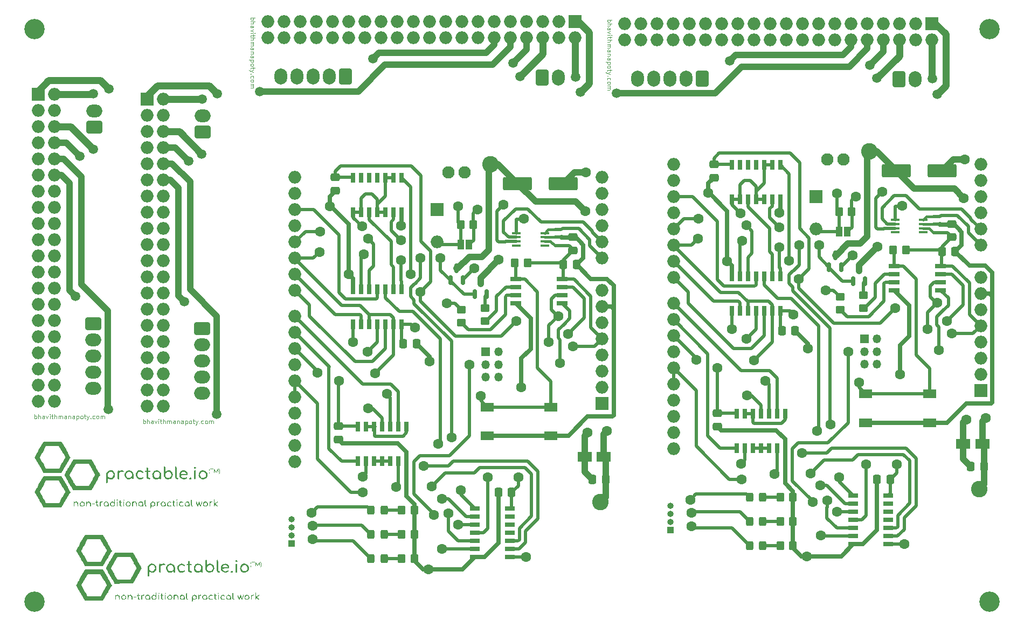
<source format=gbr>
%TF.GenerationSoftware,KiCad,Pcbnew,(6.0.5)*%
%TF.CreationDate,2022-06-30T10:20:44+01:00*%
%TF.ProjectId,Intern_PCB_FAB,496e7465-726e-45f5-9043-425f4641422e,rev?*%
%TF.SameCoordinates,Original*%
%TF.FileFunction,Copper,L1,Top*%
%TF.FilePolarity,Positive*%
%FSLAX46Y46*%
G04 Gerber Fmt 4.6, Leading zero omitted, Abs format (unit mm)*
G04 Created by KiCad (PCBNEW (6.0.5)) date 2022-06-30 10:20:44*
%MOMM*%
%LPD*%
G01*
G04 APERTURE LIST*
G04 Aperture macros list*
%AMRoundRect*
0 Rectangle with rounded corners*
0 $1 Rounding radius*
0 $2 $3 $4 $5 $6 $7 $8 $9 X,Y pos of 4 corners*
0 Add a 4 corners polygon primitive as box body*
4,1,4,$2,$3,$4,$5,$6,$7,$8,$9,$2,$3,0*
0 Add four circle primitives for the rounded corners*
1,1,$1+$1,$2,$3*
1,1,$1+$1,$4,$5*
1,1,$1+$1,$6,$7*
1,1,$1+$1,$8,$9*
0 Add four rect primitives between the rounded corners*
20,1,$1+$1,$2,$3,$4,$5,0*
20,1,$1+$1,$4,$5,$6,$7,0*
20,1,$1+$1,$6,$7,$8,$9,0*
20,1,$1+$1,$8,$9,$2,$3,0*%
G04 Aperture macros list end*
%ADD10C,0.100000*%
%TA.AperFunction,NonConductor*%
%ADD11C,0.100000*%
%TD*%
%TA.AperFunction,SMDPad,CuDef*%
%ADD12RoundRect,0.250000X0.350000X0.450000X-0.350000X0.450000X-0.350000X-0.450000X0.350000X-0.450000X0*%
%TD*%
%TA.AperFunction,ComponentPad*%
%ADD13C,2.600000*%
%TD*%
%TA.AperFunction,SMDPad,CuDef*%
%ADD14R,1.550000X0.650000*%
%TD*%
%TA.AperFunction,SMDPad,CuDef*%
%ADD15RoundRect,0.150000X0.150000X-0.587500X0.150000X0.587500X-0.150000X0.587500X-0.150000X-0.587500X0*%
%TD*%
%TA.AperFunction,ComponentPad*%
%ADD16RoundRect,0.287356X0.962644X-0.712644X0.962644X0.712644X-0.962644X0.712644X-0.962644X-0.712644X0*%
%TD*%
%TA.AperFunction,ComponentPad*%
%ADD17O,2.500000X2.000000*%
%TD*%
%TA.AperFunction,ComponentPad*%
%ADD18RoundRect,0.287356X-0.712644X-0.962644X0.712644X-0.962644X0.712644X0.962644X-0.712644X0.962644X0*%
%TD*%
%TA.AperFunction,ComponentPad*%
%ADD19O,2.000000X2.500000*%
%TD*%
%TA.AperFunction,ComponentPad*%
%ADD20R,2.000000X2.000000*%
%TD*%
%TA.AperFunction,ComponentPad*%
%ADD21O,2.000000X2.000000*%
%TD*%
%TA.AperFunction,SMDPad,CuDef*%
%ADD22C,0.500000*%
%TD*%
%TA.AperFunction,ComponentPad*%
%ADD23RoundRect,0.287356X-0.962644X0.712644X-0.962644X-0.712644X0.962644X-0.712644X0.962644X0.712644X0*%
%TD*%
%TA.AperFunction,ComponentPad*%
%ADD24RoundRect,0.287356X0.712644X0.962644X-0.712644X0.962644X-0.712644X-0.962644X0.712644X-0.962644X0*%
%TD*%
%TA.AperFunction,SMDPad,CuDef*%
%ADD25RoundRect,0.250001X-1.999999X-0.799999X1.999999X-0.799999X1.999999X0.799999X-1.999999X0.799999X0*%
%TD*%
%TA.AperFunction,SMDPad,CuDef*%
%ADD26RoundRect,0.250000X-0.337500X-0.475000X0.337500X-0.475000X0.337500X0.475000X-0.337500X0.475000X0*%
%TD*%
%TA.AperFunction,SMDPad,CuDef*%
%ADD27R,0.650000X1.550000*%
%TD*%
%TA.AperFunction,SMDPad,CuDef*%
%ADD28RoundRect,0.250000X0.325000X0.450000X-0.325000X0.450000X-0.325000X-0.450000X0.325000X-0.450000X0*%
%TD*%
%TA.AperFunction,SMDPad,CuDef*%
%ADD29RoundRect,0.250000X-0.450000X0.350000X-0.450000X-0.350000X0.450000X-0.350000X0.450000X0.350000X0*%
%TD*%
%TA.AperFunction,SMDPad,CuDef*%
%ADD30RoundRect,0.250000X0.337500X0.475000X-0.337500X0.475000X-0.337500X-0.475000X0.337500X-0.475000X0*%
%TD*%
%TA.AperFunction,SMDPad,CuDef*%
%ADD31R,1.425000X0.450000*%
%TD*%
%TA.AperFunction,SMDPad,CuDef*%
%ADD32RoundRect,0.250000X-0.350000X-0.450000X0.350000X-0.450000X0.350000X0.450000X-0.350000X0.450000X0*%
%TD*%
%TA.AperFunction,ComponentPad*%
%ADD33R,2.100000X2.100000*%
%TD*%
%TA.AperFunction,SMDPad,CuDef*%
%ADD34R,2.200000X1.600000*%
%TD*%
%TA.AperFunction,ComponentPad*%
%ADD35C,1.950000*%
%TD*%
%TA.AperFunction,SMDPad,CuDef*%
%ADD36R,2.100000X1.400000*%
%TD*%
%TA.AperFunction,SMDPad,CuDef*%
%ADD37R,1.700000X0.650000*%
%TD*%
%TA.AperFunction,SMDPad,CuDef*%
%ADD38RoundRect,0.250000X-0.475000X0.337500X-0.475000X-0.337500X0.475000X-0.337500X0.475000X0.337500X0*%
%TD*%
%TA.AperFunction,WasherPad*%
%ADD39C,3.200000*%
%TD*%
%TA.AperFunction,ComponentPad*%
%ADD40R,1.350000X1.350000*%
%TD*%
%TA.AperFunction,ComponentPad*%
%ADD41O,1.350000X1.350000*%
%TD*%
%TA.AperFunction,ComponentPad*%
%ADD42R,1.000000X1.000000*%
%TD*%
%TA.AperFunction,ComponentPad*%
%ADD43O,1.000000X1.000000*%
%TD*%
%TA.AperFunction,SMDPad,CuDef*%
%ADD44R,1.000000X1.500000*%
%TD*%
%TA.AperFunction,SMDPad,CuDef*%
%ADD45RoundRect,0.250000X0.475000X-0.337500X0.475000X0.337500X-0.475000X0.337500X-0.475000X-0.337500X0*%
%TD*%
%TA.AperFunction,ViaPad*%
%ADD46C,1.600000*%
%TD*%
%TA.AperFunction,ViaPad*%
%ADD47C,1.500000*%
%TD*%
%TA.AperFunction,Conductor*%
%ADD48C,0.500000*%
%TD*%
%TA.AperFunction,Conductor*%
%ADD49C,0.650000*%
%TD*%
%TA.AperFunction,Conductor*%
%ADD50C,1.000000*%
%TD*%
%TA.AperFunction,Conductor*%
%ADD51C,0.400000*%
%TD*%
%TA.AperFunction,Conductor*%
%ADD52C,1.100000*%
%TD*%
%TA.AperFunction,Conductor*%
%ADD53C,0.250000*%
%TD*%
G04 APERTURE END LIST*
D10*
D11*
X170290298Y-52948540D02*
X170990298Y-52948540D01*
X170723631Y-52948540D02*
X170756965Y-53015206D01*
X170756965Y-53148540D01*
X170723631Y-53215206D01*
X170690298Y-53248540D01*
X170623631Y-53281873D01*
X170423631Y-53281873D01*
X170356965Y-53248540D01*
X170323631Y-53215206D01*
X170290298Y-53148540D01*
X170290298Y-53015206D01*
X170323631Y-52948540D01*
X170290298Y-53581873D02*
X170990298Y-53581873D01*
X170290298Y-53881873D02*
X170656965Y-53881873D01*
X170723631Y-53848540D01*
X170756965Y-53781873D01*
X170756965Y-53681873D01*
X170723631Y-53615206D01*
X170690298Y-53581873D01*
X170290298Y-54515206D02*
X170656965Y-54515206D01*
X170723631Y-54481873D01*
X170756965Y-54415206D01*
X170756965Y-54281873D01*
X170723631Y-54215206D01*
X170323631Y-54515206D02*
X170290298Y-54448540D01*
X170290298Y-54281873D01*
X170323631Y-54215206D01*
X170390298Y-54181873D01*
X170456965Y-54181873D01*
X170523631Y-54215206D01*
X170556965Y-54281873D01*
X170556965Y-54448540D01*
X170590298Y-54515206D01*
X170756965Y-54781873D02*
X170290298Y-54948540D01*
X170756965Y-55115206D01*
X170290298Y-55381873D02*
X170756965Y-55381873D01*
X170990298Y-55381873D02*
X170956965Y-55348540D01*
X170923631Y-55381873D01*
X170956965Y-55415206D01*
X170990298Y-55381873D01*
X170923631Y-55381873D01*
X170756965Y-55615206D02*
X170756965Y-55881873D01*
X170990298Y-55715206D02*
X170390298Y-55715206D01*
X170323631Y-55748540D01*
X170290298Y-55815206D01*
X170290298Y-55881873D01*
X170290298Y-56115206D02*
X170990298Y-56115206D01*
X170290298Y-56415206D02*
X170656965Y-56415206D01*
X170723631Y-56381873D01*
X170756965Y-56315206D01*
X170756965Y-56215206D01*
X170723631Y-56148540D01*
X170690298Y-56115206D01*
X170290298Y-56748540D02*
X170756965Y-56748540D01*
X170690298Y-56748540D02*
X170723631Y-56781873D01*
X170756965Y-56848540D01*
X170756965Y-56948540D01*
X170723631Y-57015206D01*
X170656965Y-57048540D01*
X170290298Y-57048540D01*
X170656965Y-57048540D02*
X170723631Y-57081873D01*
X170756965Y-57148540D01*
X170756965Y-57248540D01*
X170723631Y-57315206D01*
X170656965Y-57348540D01*
X170290298Y-57348540D01*
X170290298Y-57981873D02*
X170656965Y-57981873D01*
X170723631Y-57948540D01*
X170756965Y-57881873D01*
X170756965Y-57748540D01*
X170723631Y-57681873D01*
X170323631Y-57981873D02*
X170290298Y-57915206D01*
X170290298Y-57748540D01*
X170323631Y-57681873D01*
X170390298Y-57648540D01*
X170456965Y-57648540D01*
X170523631Y-57681873D01*
X170556965Y-57748540D01*
X170556965Y-57915206D01*
X170590298Y-57981873D01*
X170756965Y-58315206D02*
X170290298Y-58315206D01*
X170690298Y-58315206D02*
X170723631Y-58348540D01*
X170756965Y-58415206D01*
X170756965Y-58515206D01*
X170723631Y-58581873D01*
X170656965Y-58615206D01*
X170290298Y-58615206D01*
X170290298Y-59248540D02*
X170656965Y-59248540D01*
X170723631Y-59215206D01*
X170756965Y-59148540D01*
X170756965Y-59015206D01*
X170723631Y-58948540D01*
X170323631Y-59248540D02*
X170290298Y-59181873D01*
X170290298Y-59015206D01*
X170323631Y-58948540D01*
X170390298Y-58915206D01*
X170456965Y-58915206D01*
X170523631Y-58948540D01*
X170556965Y-59015206D01*
X170556965Y-59181873D01*
X170590298Y-59248540D01*
X170756965Y-59581873D02*
X170056965Y-59581873D01*
X170723631Y-59581873D02*
X170756965Y-59648540D01*
X170756965Y-59781873D01*
X170723631Y-59848540D01*
X170690298Y-59881873D01*
X170623631Y-59915206D01*
X170423631Y-59915206D01*
X170356965Y-59881873D01*
X170323631Y-59848540D01*
X170290298Y-59781873D01*
X170290298Y-59648540D01*
X170323631Y-59581873D01*
X170290298Y-60315206D02*
X170323631Y-60248540D01*
X170356965Y-60215206D01*
X170423631Y-60181873D01*
X170623631Y-60181873D01*
X170690298Y-60215206D01*
X170723631Y-60248540D01*
X170756965Y-60315206D01*
X170756965Y-60415206D01*
X170723631Y-60481873D01*
X170690298Y-60515206D01*
X170623631Y-60548540D01*
X170423631Y-60548540D01*
X170356965Y-60515206D01*
X170323631Y-60481873D01*
X170290298Y-60415206D01*
X170290298Y-60315206D01*
X170756965Y-60748540D02*
X170756965Y-61015206D01*
X170990298Y-60848540D02*
X170390298Y-60848540D01*
X170323631Y-60881873D01*
X170290298Y-60948540D01*
X170290298Y-61015206D01*
X170756965Y-61181873D02*
X170290298Y-61348540D01*
X170756965Y-61515206D02*
X170290298Y-61348540D01*
X170123631Y-61281873D01*
X170090298Y-61248540D01*
X170056965Y-61181873D01*
X170356965Y-61781873D02*
X170323631Y-61815206D01*
X170290298Y-61781873D01*
X170323631Y-61748540D01*
X170356965Y-61781873D01*
X170290298Y-61781873D01*
X170323631Y-62415206D02*
X170290298Y-62348540D01*
X170290298Y-62215206D01*
X170323631Y-62148540D01*
X170356965Y-62115206D01*
X170423631Y-62081873D01*
X170623631Y-62081873D01*
X170690298Y-62115206D01*
X170723631Y-62148540D01*
X170756965Y-62215206D01*
X170756965Y-62348540D01*
X170723631Y-62415206D01*
X170290298Y-62815206D02*
X170323631Y-62748540D01*
X170356965Y-62715206D01*
X170423631Y-62681873D01*
X170623631Y-62681873D01*
X170690298Y-62715206D01*
X170723631Y-62748540D01*
X170756965Y-62815206D01*
X170756965Y-62915206D01*
X170723631Y-62981873D01*
X170690298Y-63015206D01*
X170623631Y-63048540D01*
X170423631Y-63048540D01*
X170356965Y-63015206D01*
X170323631Y-62981873D01*
X170290298Y-62915206D01*
X170290298Y-62815206D01*
X170290298Y-63348540D02*
X170756965Y-63348540D01*
X170690298Y-63348540D02*
X170723631Y-63381873D01*
X170756965Y-63448540D01*
X170756965Y-63548540D01*
X170723631Y-63615206D01*
X170656965Y-63648540D01*
X170290298Y-63648540D01*
X170656965Y-63648540D02*
X170723631Y-63681873D01*
X170756965Y-63748540D01*
X170756965Y-63848540D01*
X170723631Y-63915206D01*
X170656965Y-63948540D01*
X170290298Y-63948540D01*
D10*
D11*
X80288455Y-115641401D02*
X80288455Y-114941401D01*
X80288455Y-115208068D02*
X80355121Y-115174735D01*
X80488455Y-115174735D01*
X80555121Y-115208068D01*
X80588455Y-115241401D01*
X80621788Y-115308068D01*
X80621788Y-115508068D01*
X80588455Y-115574735D01*
X80555121Y-115608068D01*
X80488455Y-115641401D01*
X80355121Y-115641401D01*
X80288455Y-115608068D01*
X80921788Y-115641401D02*
X80921788Y-114941401D01*
X81221788Y-115641401D02*
X81221788Y-115274735D01*
X81188455Y-115208068D01*
X81121788Y-115174735D01*
X81021788Y-115174735D01*
X80955121Y-115208068D01*
X80921788Y-115241401D01*
X81855121Y-115641401D02*
X81855121Y-115274735D01*
X81821788Y-115208068D01*
X81755121Y-115174735D01*
X81621788Y-115174735D01*
X81555121Y-115208068D01*
X81855121Y-115608068D02*
X81788455Y-115641401D01*
X81621788Y-115641401D01*
X81555121Y-115608068D01*
X81521788Y-115541401D01*
X81521788Y-115474735D01*
X81555121Y-115408068D01*
X81621788Y-115374735D01*
X81788455Y-115374735D01*
X81855121Y-115341401D01*
X82121788Y-115174735D02*
X82288455Y-115641401D01*
X82455121Y-115174735D01*
X82721788Y-115641401D02*
X82721788Y-115174735D01*
X82721788Y-114941401D02*
X82688455Y-114974735D01*
X82721788Y-115008068D01*
X82755121Y-114974735D01*
X82721788Y-114941401D01*
X82721788Y-115008068D01*
X82955121Y-115174735D02*
X83221788Y-115174735D01*
X83055121Y-114941401D02*
X83055121Y-115541401D01*
X83088455Y-115608068D01*
X83155121Y-115641401D01*
X83221788Y-115641401D01*
X83455121Y-115641401D02*
X83455121Y-114941401D01*
X83755121Y-115641401D02*
X83755121Y-115274735D01*
X83721788Y-115208068D01*
X83655121Y-115174735D01*
X83555121Y-115174735D01*
X83488455Y-115208068D01*
X83455121Y-115241401D01*
X84088455Y-115641401D02*
X84088455Y-115174735D01*
X84088455Y-115241401D02*
X84121788Y-115208068D01*
X84188455Y-115174735D01*
X84288455Y-115174735D01*
X84355121Y-115208068D01*
X84388455Y-115274735D01*
X84388455Y-115641401D01*
X84388455Y-115274735D02*
X84421788Y-115208068D01*
X84488455Y-115174735D01*
X84588455Y-115174735D01*
X84655121Y-115208068D01*
X84688455Y-115274735D01*
X84688455Y-115641401D01*
X85321788Y-115641401D02*
X85321788Y-115274735D01*
X85288455Y-115208068D01*
X85221788Y-115174735D01*
X85088455Y-115174735D01*
X85021788Y-115208068D01*
X85321788Y-115608068D02*
X85255121Y-115641401D01*
X85088455Y-115641401D01*
X85021788Y-115608068D01*
X84988455Y-115541401D01*
X84988455Y-115474735D01*
X85021788Y-115408068D01*
X85088455Y-115374735D01*
X85255121Y-115374735D01*
X85321788Y-115341401D01*
X85655121Y-115174735D02*
X85655121Y-115641401D01*
X85655121Y-115241401D02*
X85688455Y-115208068D01*
X85755121Y-115174735D01*
X85855121Y-115174735D01*
X85921788Y-115208068D01*
X85955121Y-115274735D01*
X85955121Y-115641401D01*
X86588455Y-115641401D02*
X86588455Y-115274735D01*
X86555121Y-115208068D01*
X86488455Y-115174735D01*
X86355121Y-115174735D01*
X86288455Y-115208068D01*
X86588455Y-115608068D02*
X86521788Y-115641401D01*
X86355121Y-115641401D01*
X86288455Y-115608068D01*
X86255121Y-115541401D01*
X86255121Y-115474735D01*
X86288455Y-115408068D01*
X86355121Y-115374735D01*
X86521788Y-115374735D01*
X86588455Y-115341401D01*
X86921788Y-115174735D02*
X86921788Y-115874735D01*
X86921788Y-115208068D02*
X86988455Y-115174735D01*
X87121788Y-115174735D01*
X87188455Y-115208068D01*
X87221788Y-115241401D01*
X87255121Y-115308068D01*
X87255121Y-115508068D01*
X87221788Y-115574735D01*
X87188455Y-115608068D01*
X87121788Y-115641401D01*
X86988455Y-115641401D01*
X86921788Y-115608068D01*
X87655121Y-115641401D02*
X87588455Y-115608068D01*
X87555121Y-115574735D01*
X87521788Y-115508068D01*
X87521788Y-115308068D01*
X87555121Y-115241401D01*
X87588455Y-115208068D01*
X87655121Y-115174735D01*
X87755121Y-115174735D01*
X87821788Y-115208068D01*
X87855121Y-115241401D01*
X87888455Y-115308068D01*
X87888455Y-115508068D01*
X87855121Y-115574735D01*
X87821788Y-115608068D01*
X87755121Y-115641401D01*
X87655121Y-115641401D01*
X88088455Y-115174735D02*
X88355121Y-115174735D01*
X88188455Y-114941401D02*
X88188455Y-115541401D01*
X88221788Y-115608068D01*
X88288455Y-115641401D01*
X88355121Y-115641401D01*
X88521788Y-115174735D02*
X88688455Y-115641401D01*
X88855121Y-115174735D02*
X88688455Y-115641401D01*
X88621788Y-115808068D01*
X88588455Y-115841401D01*
X88521788Y-115874735D01*
X89121788Y-115574735D02*
X89155121Y-115608068D01*
X89121788Y-115641401D01*
X89088455Y-115608068D01*
X89121788Y-115574735D01*
X89121788Y-115641401D01*
X89755121Y-115608068D02*
X89688455Y-115641401D01*
X89555121Y-115641401D01*
X89488455Y-115608068D01*
X89455121Y-115574735D01*
X89421788Y-115508068D01*
X89421788Y-115308068D01*
X89455121Y-115241401D01*
X89488455Y-115208068D01*
X89555121Y-115174735D01*
X89688455Y-115174735D01*
X89755121Y-115208068D01*
X90155121Y-115641401D02*
X90088455Y-115608068D01*
X90055121Y-115574735D01*
X90021788Y-115508068D01*
X90021788Y-115308068D01*
X90055121Y-115241401D01*
X90088455Y-115208068D01*
X90155121Y-115174735D01*
X90255121Y-115174735D01*
X90321788Y-115208068D01*
X90355121Y-115241401D01*
X90388455Y-115308068D01*
X90388455Y-115508068D01*
X90355121Y-115574735D01*
X90321788Y-115608068D01*
X90255121Y-115641401D01*
X90155121Y-115641401D01*
X90688455Y-115641401D02*
X90688455Y-115174735D01*
X90688455Y-115241401D02*
X90721788Y-115208068D01*
X90788455Y-115174735D01*
X90888455Y-115174735D01*
X90955121Y-115208068D01*
X90988455Y-115274735D01*
X90988455Y-115641401D01*
X90988455Y-115274735D02*
X91021788Y-115208068D01*
X91088455Y-115174735D01*
X91188455Y-115174735D01*
X91255121Y-115208068D01*
X91288455Y-115274735D01*
X91288455Y-115641401D01*
D10*
D11*
X97372111Y-116425226D02*
X97372111Y-115725226D01*
X97372111Y-115991893D02*
X97438777Y-115958560D01*
X97572111Y-115958560D01*
X97638777Y-115991893D01*
X97672111Y-116025226D01*
X97705444Y-116091893D01*
X97705444Y-116291893D01*
X97672111Y-116358560D01*
X97638777Y-116391893D01*
X97572111Y-116425226D01*
X97438777Y-116425226D01*
X97372111Y-116391893D01*
X98005444Y-116425226D02*
X98005444Y-115725226D01*
X98305444Y-116425226D02*
X98305444Y-116058560D01*
X98272111Y-115991893D01*
X98205444Y-115958560D01*
X98105444Y-115958560D01*
X98038777Y-115991893D01*
X98005444Y-116025226D01*
X98938777Y-116425226D02*
X98938777Y-116058560D01*
X98905444Y-115991893D01*
X98838777Y-115958560D01*
X98705444Y-115958560D01*
X98638777Y-115991893D01*
X98938777Y-116391893D02*
X98872111Y-116425226D01*
X98705444Y-116425226D01*
X98638777Y-116391893D01*
X98605444Y-116325226D01*
X98605444Y-116258560D01*
X98638777Y-116191893D01*
X98705444Y-116158560D01*
X98872111Y-116158560D01*
X98938777Y-116125226D01*
X99205444Y-115958560D02*
X99372111Y-116425226D01*
X99538777Y-115958560D01*
X99805444Y-116425226D02*
X99805444Y-115958560D01*
X99805444Y-115725226D02*
X99772111Y-115758560D01*
X99805444Y-115791893D01*
X99838777Y-115758560D01*
X99805444Y-115725226D01*
X99805444Y-115791893D01*
X100038777Y-115958560D02*
X100305444Y-115958560D01*
X100138777Y-115725226D02*
X100138777Y-116325226D01*
X100172111Y-116391893D01*
X100238777Y-116425226D01*
X100305444Y-116425226D01*
X100538777Y-116425226D02*
X100538777Y-115725226D01*
X100838777Y-116425226D02*
X100838777Y-116058560D01*
X100805444Y-115991893D01*
X100738777Y-115958560D01*
X100638777Y-115958560D01*
X100572111Y-115991893D01*
X100538777Y-116025226D01*
X101172111Y-116425226D02*
X101172111Y-115958560D01*
X101172111Y-116025226D02*
X101205444Y-115991893D01*
X101272111Y-115958560D01*
X101372111Y-115958560D01*
X101438777Y-115991893D01*
X101472111Y-116058560D01*
X101472111Y-116425226D01*
X101472111Y-116058560D02*
X101505444Y-115991893D01*
X101572111Y-115958560D01*
X101672111Y-115958560D01*
X101738777Y-115991893D01*
X101772111Y-116058560D01*
X101772111Y-116425226D01*
X102405444Y-116425226D02*
X102405444Y-116058560D01*
X102372111Y-115991893D01*
X102305444Y-115958560D01*
X102172111Y-115958560D01*
X102105444Y-115991893D01*
X102405444Y-116391893D02*
X102338777Y-116425226D01*
X102172111Y-116425226D01*
X102105444Y-116391893D01*
X102072111Y-116325226D01*
X102072111Y-116258560D01*
X102105444Y-116191893D01*
X102172111Y-116158560D01*
X102338777Y-116158560D01*
X102405444Y-116125226D01*
X102738777Y-115958560D02*
X102738777Y-116425226D01*
X102738777Y-116025226D02*
X102772111Y-115991893D01*
X102838777Y-115958560D01*
X102938777Y-115958560D01*
X103005444Y-115991893D01*
X103038777Y-116058560D01*
X103038777Y-116425226D01*
X103672111Y-116425226D02*
X103672111Y-116058560D01*
X103638777Y-115991893D01*
X103572111Y-115958560D01*
X103438777Y-115958560D01*
X103372111Y-115991893D01*
X103672111Y-116391893D02*
X103605444Y-116425226D01*
X103438777Y-116425226D01*
X103372111Y-116391893D01*
X103338777Y-116325226D01*
X103338777Y-116258560D01*
X103372111Y-116191893D01*
X103438777Y-116158560D01*
X103605444Y-116158560D01*
X103672111Y-116125226D01*
X104005444Y-115958560D02*
X104005444Y-116658560D01*
X104005444Y-115991893D02*
X104072111Y-115958560D01*
X104205444Y-115958560D01*
X104272111Y-115991893D01*
X104305444Y-116025226D01*
X104338777Y-116091893D01*
X104338777Y-116291893D01*
X104305444Y-116358560D01*
X104272111Y-116391893D01*
X104205444Y-116425226D01*
X104072111Y-116425226D01*
X104005444Y-116391893D01*
X104738777Y-116425226D02*
X104672111Y-116391893D01*
X104638777Y-116358560D01*
X104605444Y-116291893D01*
X104605444Y-116091893D01*
X104638777Y-116025226D01*
X104672111Y-115991893D01*
X104738777Y-115958560D01*
X104838777Y-115958560D01*
X104905444Y-115991893D01*
X104938777Y-116025226D01*
X104972111Y-116091893D01*
X104972111Y-116291893D01*
X104938777Y-116358560D01*
X104905444Y-116391893D01*
X104838777Y-116425226D01*
X104738777Y-116425226D01*
X105172111Y-115958560D02*
X105438777Y-115958560D01*
X105272111Y-115725226D02*
X105272111Y-116325226D01*
X105305444Y-116391893D01*
X105372111Y-116425226D01*
X105438777Y-116425226D01*
X105605444Y-115958560D02*
X105772111Y-116425226D01*
X105938777Y-115958560D02*
X105772111Y-116425226D01*
X105705444Y-116591893D01*
X105672111Y-116625226D01*
X105605444Y-116658560D01*
X106205444Y-116358560D02*
X106238777Y-116391893D01*
X106205444Y-116425226D01*
X106172111Y-116391893D01*
X106205444Y-116358560D01*
X106205444Y-116425226D01*
X106838777Y-116391893D02*
X106772111Y-116425226D01*
X106638777Y-116425226D01*
X106572111Y-116391893D01*
X106538777Y-116358560D01*
X106505444Y-116291893D01*
X106505444Y-116091893D01*
X106538777Y-116025226D01*
X106572111Y-115991893D01*
X106638777Y-115958560D01*
X106772111Y-115958560D01*
X106838777Y-115991893D01*
X107238777Y-116425226D02*
X107172111Y-116391893D01*
X107138777Y-116358560D01*
X107105444Y-116291893D01*
X107105444Y-116091893D01*
X107138777Y-116025226D01*
X107172111Y-115991893D01*
X107238777Y-115958560D01*
X107338777Y-115958560D01*
X107405444Y-115991893D01*
X107438777Y-116025226D01*
X107472111Y-116091893D01*
X107472111Y-116291893D01*
X107438777Y-116358560D01*
X107405444Y-116391893D01*
X107338777Y-116425226D01*
X107238777Y-116425226D01*
X107772111Y-116425226D02*
X107772111Y-115958560D01*
X107772111Y-116025226D02*
X107805444Y-115991893D01*
X107872111Y-115958560D01*
X107972111Y-115958560D01*
X108038777Y-115991893D01*
X108072111Y-116058560D01*
X108072111Y-116425226D01*
X108072111Y-116058560D02*
X108105444Y-115991893D01*
X108172111Y-115958560D01*
X108272111Y-115958560D01*
X108338777Y-115991893D01*
X108372111Y-116058560D01*
X108372111Y-116425226D01*
D10*
D11*
X114250444Y-52639560D02*
X114950444Y-52639560D01*
X114683777Y-52639560D02*
X114717111Y-52706226D01*
X114717111Y-52839560D01*
X114683777Y-52906226D01*
X114650444Y-52939560D01*
X114583777Y-52972893D01*
X114383777Y-52972893D01*
X114317111Y-52939560D01*
X114283777Y-52906226D01*
X114250444Y-52839560D01*
X114250444Y-52706226D01*
X114283777Y-52639560D01*
X114250444Y-53272893D02*
X114950444Y-53272893D01*
X114250444Y-53572893D02*
X114617111Y-53572893D01*
X114683777Y-53539560D01*
X114717111Y-53472893D01*
X114717111Y-53372893D01*
X114683777Y-53306226D01*
X114650444Y-53272893D01*
X114250444Y-54206226D02*
X114617111Y-54206226D01*
X114683777Y-54172893D01*
X114717111Y-54106226D01*
X114717111Y-53972893D01*
X114683777Y-53906226D01*
X114283777Y-54206226D02*
X114250444Y-54139560D01*
X114250444Y-53972893D01*
X114283777Y-53906226D01*
X114350444Y-53872893D01*
X114417111Y-53872893D01*
X114483777Y-53906226D01*
X114517111Y-53972893D01*
X114517111Y-54139560D01*
X114550444Y-54206226D01*
X114717111Y-54472893D02*
X114250444Y-54639560D01*
X114717111Y-54806226D01*
X114250444Y-55072893D02*
X114717111Y-55072893D01*
X114950444Y-55072893D02*
X114917111Y-55039560D01*
X114883777Y-55072893D01*
X114917111Y-55106226D01*
X114950444Y-55072893D01*
X114883777Y-55072893D01*
X114717111Y-55306226D02*
X114717111Y-55572893D01*
X114950444Y-55406226D02*
X114350444Y-55406226D01*
X114283777Y-55439560D01*
X114250444Y-55506226D01*
X114250444Y-55572893D01*
X114250444Y-55806226D02*
X114950444Y-55806226D01*
X114250444Y-56106226D02*
X114617111Y-56106226D01*
X114683777Y-56072893D01*
X114717111Y-56006226D01*
X114717111Y-55906226D01*
X114683777Y-55839560D01*
X114650444Y-55806226D01*
X114250444Y-56439560D02*
X114717111Y-56439560D01*
X114650444Y-56439560D02*
X114683777Y-56472893D01*
X114717111Y-56539560D01*
X114717111Y-56639560D01*
X114683777Y-56706226D01*
X114617111Y-56739560D01*
X114250444Y-56739560D01*
X114617111Y-56739560D02*
X114683777Y-56772893D01*
X114717111Y-56839560D01*
X114717111Y-56939560D01*
X114683777Y-57006226D01*
X114617111Y-57039560D01*
X114250444Y-57039560D01*
X114250444Y-57672893D02*
X114617111Y-57672893D01*
X114683777Y-57639560D01*
X114717111Y-57572893D01*
X114717111Y-57439560D01*
X114683777Y-57372893D01*
X114283777Y-57672893D02*
X114250444Y-57606226D01*
X114250444Y-57439560D01*
X114283777Y-57372893D01*
X114350444Y-57339560D01*
X114417111Y-57339560D01*
X114483777Y-57372893D01*
X114517111Y-57439560D01*
X114517111Y-57606226D01*
X114550444Y-57672893D01*
X114717111Y-58006226D02*
X114250444Y-58006226D01*
X114650444Y-58006226D02*
X114683777Y-58039560D01*
X114717111Y-58106226D01*
X114717111Y-58206226D01*
X114683777Y-58272893D01*
X114617111Y-58306226D01*
X114250444Y-58306226D01*
X114250444Y-58939560D02*
X114617111Y-58939560D01*
X114683777Y-58906226D01*
X114717111Y-58839560D01*
X114717111Y-58706226D01*
X114683777Y-58639560D01*
X114283777Y-58939560D02*
X114250444Y-58872893D01*
X114250444Y-58706226D01*
X114283777Y-58639560D01*
X114350444Y-58606226D01*
X114417111Y-58606226D01*
X114483777Y-58639560D01*
X114517111Y-58706226D01*
X114517111Y-58872893D01*
X114550444Y-58939560D01*
X114717111Y-59272893D02*
X114017111Y-59272893D01*
X114683777Y-59272893D02*
X114717111Y-59339560D01*
X114717111Y-59472893D01*
X114683777Y-59539560D01*
X114650444Y-59572893D01*
X114583777Y-59606226D01*
X114383777Y-59606226D01*
X114317111Y-59572893D01*
X114283777Y-59539560D01*
X114250444Y-59472893D01*
X114250444Y-59339560D01*
X114283777Y-59272893D01*
X114250444Y-60006226D02*
X114283777Y-59939560D01*
X114317111Y-59906226D01*
X114383777Y-59872893D01*
X114583777Y-59872893D01*
X114650444Y-59906226D01*
X114683777Y-59939560D01*
X114717111Y-60006226D01*
X114717111Y-60106226D01*
X114683777Y-60172893D01*
X114650444Y-60206226D01*
X114583777Y-60239560D01*
X114383777Y-60239560D01*
X114317111Y-60206226D01*
X114283777Y-60172893D01*
X114250444Y-60106226D01*
X114250444Y-60006226D01*
X114717111Y-60439560D02*
X114717111Y-60706226D01*
X114950444Y-60539560D02*
X114350444Y-60539560D01*
X114283777Y-60572893D01*
X114250444Y-60639560D01*
X114250444Y-60706226D01*
X114717111Y-60872893D02*
X114250444Y-61039560D01*
X114717111Y-61206226D02*
X114250444Y-61039560D01*
X114083777Y-60972893D01*
X114050444Y-60939560D01*
X114017111Y-60872893D01*
X114317111Y-61472893D02*
X114283777Y-61506226D01*
X114250444Y-61472893D01*
X114283777Y-61439560D01*
X114317111Y-61472893D01*
X114250444Y-61472893D01*
X114283777Y-62106226D02*
X114250444Y-62039560D01*
X114250444Y-61906226D01*
X114283777Y-61839560D01*
X114317111Y-61806226D01*
X114383777Y-61772893D01*
X114583777Y-61772893D01*
X114650444Y-61806226D01*
X114683777Y-61839560D01*
X114717111Y-61906226D01*
X114717111Y-62039560D01*
X114683777Y-62106226D01*
X114250444Y-62506226D02*
X114283777Y-62439560D01*
X114317111Y-62406226D01*
X114383777Y-62372893D01*
X114583777Y-62372893D01*
X114650444Y-62406226D01*
X114683777Y-62439560D01*
X114717111Y-62506226D01*
X114717111Y-62606226D01*
X114683777Y-62672893D01*
X114650444Y-62706226D01*
X114583777Y-62739560D01*
X114383777Y-62739560D01*
X114317111Y-62706226D01*
X114283777Y-62672893D01*
X114250444Y-62606226D01*
X114250444Y-62506226D01*
X114250444Y-63039560D02*
X114717111Y-63039560D01*
X114650444Y-63039560D02*
X114683777Y-63072893D01*
X114717111Y-63139560D01*
X114717111Y-63239560D01*
X114683777Y-63306226D01*
X114617111Y-63339560D01*
X114250444Y-63339560D01*
X114617111Y-63339560D02*
X114683777Y-63372893D01*
X114717111Y-63439560D01*
X114717111Y-63539560D01*
X114683777Y-63606226D01*
X114617111Y-63639560D01*
X114250444Y-63639560D01*
%TO.C,G\u002A\u002A\u002A*%
G36*
X93794377Y-128436248D02*
G01*
X93797414Y-128436283D01*
X93815820Y-128463868D01*
X93826860Y-128533660D01*
X93828277Y-128575165D01*
X93830961Y-128660566D01*
X93846457Y-128701014D01*
X93885935Y-128713262D01*
X93920865Y-128714047D01*
X93994371Y-128727849D01*
X94013453Y-128760341D01*
X93986246Y-128796866D01*
X93919566Y-128806635D01*
X93825680Y-128806635D01*
X93843708Y-129285007D01*
X93944992Y-129314812D01*
X94017516Y-129352223D01*
X94036192Y-129396656D01*
X94001088Y-129434225D01*
X93944338Y-129449029D01*
X93850927Y-129432431D01*
X93782573Y-129380991D01*
X93742136Y-129333884D01*
X93718701Y-129281429D01*
X93707771Y-129205625D01*
X93704851Y-129088468D01*
X93704826Y-129069607D01*
X93703476Y-128950135D01*
X93696557Y-128877710D01*
X93679767Y-128837670D01*
X93648803Y-128815351D01*
X93627669Y-128806635D01*
X93564295Y-128769783D01*
X93557254Y-128734735D01*
X93607264Y-128710620D01*
X93619953Y-128708478D01*
X93665283Y-128691271D01*
X93690619Y-128645056D01*
X93704826Y-128559734D01*
X93718514Y-128478897D01*
X93735545Y-128432939D01*
X93743404Y-128428567D01*
X93794377Y-128436248D01*
G37*
G36*
X93325575Y-128364737D02*
G01*
X93360449Y-128387306D01*
X93389867Y-128433053D01*
X93367810Y-128479588D01*
X93366622Y-128481028D01*
X93304769Y-128524465D01*
X93244267Y-128518328D01*
X93231598Y-128508296D01*
X93210675Y-128451004D01*
X93229339Y-128388995D01*
X93262796Y-128361294D01*
X93325575Y-128364737D01*
G37*
G36*
X102545560Y-123162958D02*
G01*
X102571615Y-123180043D01*
X102591224Y-123216758D01*
X102605289Y-123279846D01*
X102614709Y-123376049D01*
X102620387Y-123512111D01*
X102623224Y-123694773D01*
X102624119Y-123930779D01*
X102624145Y-123996775D01*
X102625079Y-124262415D01*
X102628469Y-124472585D01*
X102635197Y-124633518D01*
X102646147Y-124751451D01*
X102662202Y-124832616D01*
X102684243Y-124883250D01*
X102713155Y-124909586D01*
X102749819Y-124917860D01*
X102754579Y-124917935D01*
X102850913Y-124939094D01*
X102915138Y-124994482D01*
X102932772Y-125054602D01*
X102914307Y-125118577D01*
X102883954Y-125146104D01*
X102775862Y-125164607D01*
X102657407Y-125152184D01*
X102565947Y-125114454D01*
X102507986Y-125054567D01*
X102450886Y-124966406D01*
X102436307Y-124936993D01*
X102418256Y-124891651D01*
X102404350Y-124839494D01*
X102394052Y-124772198D01*
X102386824Y-124681438D01*
X102382130Y-124558891D01*
X102379431Y-124396233D01*
X102378189Y-124185138D01*
X102377922Y-124032837D01*
X102378171Y-123788729D01*
X102379679Y-123599064D01*
X102382865Y-123456568D01*
X102388153Y-123353965D01*
X102395962Y-123283978D01*
X102406715Y-123239333D01*
X102420833Y-123212753D01*
X102425742Y-123207260D01*
X102480669Y-123168027D01*
X102512158Y-123158762D01*
X102545560Y-123162958D01*
G37*
G36*
X108575941Y-123524036D02*
G01*
X108621087Y-123593029D01*
X108677023Y-123692693D01*
X108704097Y-123745153D01*
X108760558Y-123854403D01*
X108807141Y-123938898D01*
X108836850Y-123986204D01*
X108842979Y-123992055D01*
X108862358Y-123966393D01*
X108901957Y-123897634D01*
X108954849Y-123798113D01*
X108983811Y-123741275D01*
X109052205Y-123614428D01*
X109103586Y-123538993D01*
X109135883Y-123517906D01*
X109139692Y-123520287D01*
X109152610Y-123562261D01*
X109159732Y-123645416D01*
X109161573Y-123753566D01*
X109158647Y-123870521D01*
X109151470Y-123980095D01*
X109140557Y-124066099D01*
X109126421Y-124112346D01*
X109120743Y-124116146D01*
X109103018Y-124088145D01*
X109086343Y-124014491D01*
X109074449Y-123912429D01*
X109059018Y-123708413D01*
X108959002Y-123911959D01*
X108907434Y-124010611D01*
X108863736Y-124082928D01*
X108836409Y-124115014D01*
X108834460Y-124115505D01*
X108809659Y-124090019D01*
X108766381Y-124022597D01*
X108713181Y-123926796D01*
X108703005Y-123907182D01*
X108596077Y-123698859D01*
X108587010Y-123922613D01*
X108577943Y-124053710D01*
X108565218Y-124126441D01*
X108550932Y-124143898D01*
X108537183Y-124109171D01*
X108526069Y-124025350D01*
X108519689Y-123895527D01*
X108518921Y-123822310D01*
X108521681Y-123676237D01*
X108529392Y-123568438D01*
X108541197Y-123508010D01*
X108549439Y-123498251D01*
X108575941Y-123524036D01*
G37*
G36*
X91194349Y-128933078D02*
G01*
X91218801Y-128871411D01*
X91306355Y-128762142D01*
X91424388Y-128695613D01*
X91558366Y-128672329D01*
X91693756Y-128692797D01*
X91816023Y-128757521D01*
X91898817Y-128847773D01*
X91929949Y-128925488D01*
X91954799Y-129041341D01*
X91970434Y-129171834D01*
X91973921Y-129293469D01*
X91964583Y-129374639D01*
X91930503Y-129436225D01*
X91883072Y-129452317D01*
X91841695Y-129420169D01*
X91831272Y-129393517D01*
X91817577Y-129353451D01*
X91794893Y-129351623D01*
X91744386Y-129388033D01*
X91737411Y-129393517D01*
X91631520Y-129441766D01*
X91502839Y-129450549D01*
X91376846Y-129418878D01*
X91355603Y-129408363D01*
X91263907Y-129326176D01*
X91203262Y-129206987D01*
X91186036Y-129111564D01*
X91306131Y-129111564D01*
X91337442Y-129184588D01*
X91374372Y-129232705D01*
X91473798Y-129311765D01*
X91583775Y-129333940D01*
X91692621Y-129298513D01*
X91746447Y-129255547D01*
X91812933Y-129150433D01*
X91825138Y-129033537D01*
X91783949Y-128920764D01*
X91723996Y-128852939D01*
X91643526Y-128797799D01*
X91571048Y-128783938D01*
X91531211Y-128789220D01*
X91412301Y-128839801D01*
X91336104Y-128934797D01*
X91308916Y-129026227D01*
X91306131Y-129111564D01*
X91186036Y-129111564D01*
X91178473Y-129069665D01*
X91194349Y-128933078D01*
G37*
G36*
X103166435Y-124086296D02*
G01*
X103286617Y-123943034D01*
X103359079Y-123885907D01*
X103443837Y-123833331D01*
X103526503Y-123802803D01*
X103631700Y-123787107D01*
X103714000Y-123781895D01*
X103843898Y-123779518D01*
X103937565Y-123790187D01*
X104019885Y-123818287D01*
X104074259Y-123845378D01*
X104205587Y-123947985D01*
X104306301Y-124090201D01*
X104366038Y-124253329D01*
X104377038Y-124391825D01*
X104367888Y-124532152D01*
X103835506Y-124540596D01*
X103630934Y-124544301D01*
X103481693Y-124549947D01*
X103381395Y-124560487D01*
X103323655Y-124578872D01*
X103302085Y-124608054D01*
X103310299Y-124650984D01*
X103341911Y-124710614D01*
X103369619Y-124755908D01*
X103459391Y-124853060D01*
X103585208Y-124930433D01*
X103721664Y-124974072D01*
X103775775Y-124978983D01*
X103855066Y-124967124D01*
X103958769Y-124936212D01*
X104012492Y-124915197D01*
X104139940Y-124870266D01*
X104223563Y-124865320D01*
X104266948Y-124900823D01*
X104275300Y-124949221D01*
X104262132Y-125004021D01*
X104213987Y-125051129D01*
X104133709Y-125096257D01*
X103924125Y-125168922D01*
X103713016Y-125180595D01*
X103525819Y-125139116D01*
X103339380Y-125046966D01*
X103203285Y-124920233D01*
X103116125Y-124756831D01*
X103076488Y-124554673D01*
X103073584Y-124470359D01*
X103092104Y-124300222D01*
X103307816Y-124300222D01*
X103319302Y-124331397D01*
X103366324Y-124349898D01*
X103455872Y-124359029D01*
X103594936Y-124362097D01*
X103735202Y-124362407D01*
X103912864Y-124361222D01*
X104036869Y-124357152D01*
X104115248Y-124349419D01*
X104156036Y-124337248D01*
X104167280Y-124320677D01*
X104151114Y-124269889D01*
X104110926Y-124195396D01*
X104097224Y-124174079D01*
X103987119Y-124057780D01*
X103854000Y-123991222D01*
X103710590Y-123974188D01*
X103569611Y-124006461D01*
X103443787Y-124087823D01*
X103363492Y-124186623D01*
X103324876Y-124253066D01*
X103307816Y-124300222D01*
X103092104Y-124300222D01*
X103096496Y-124259878D01*
X103166435Y-124086296D01*
G37*
G36*
X103486856Y-128682796D02*
G01*
X103597030Y-128727244D01*
X103657843Y-128785140D01*
X103663192Y-128850604D01*
X103662614Y-128852154D01*
X103643385Y-128877256D01*
X103605486Y-128871425D01*
X103535357Y-128833858D01*
X103413779Y-128790658D01*
X103302955Y-128801933D01*
X103214563Y-128861174D01*
X103160282Y-128961869D01*
X103148811Y-129049375D01*
X103174054Y-129179582D01*
X103242017Y-129274807D01*
X103341055Y-129327939D01*
X103459521Y-129331868D01*
X103555369Y-129297579D01*
X103622188Y-129280886D01*
X103661329Y-129303099D01*
X103659502Y-129350263D01*
X103635880Y-129382125D01*
X103554623Y-129426736D01*
X103440499Y-129446348D01*
X103317407Y-129440197D01*
X103209251Y-129407519D01*
X103189359Y-129396396D01*
X103083024Y-129304309D01*
X103027645Y-129187756D01*
X103015232Y-129069102D01*
X103040964Y-128914958D01*
X103111489Y-128791909D01*
X103217446Y-128707624D01*
X103349473Y-128669770D01*
X103486856Y-128682796D01*
G37*
G36*
X94349236Y-128686301D02*
G01*
X94366543Y-128702436D01*
X94376416Y-128741766D01*
X94380318Y-128814469D01*
X94379712Y-128930722D01*
X94377039Y-129058731D01*
X94370183Y-129237810D01*
X94358443Y-129360117D01*
X94340589Y-129430498D01*
X94315392Y-129453800D01*
X94281620Y-129434868D01*
X94281572Y-129434820D01*
X94273279Y-129397303D01*
X94266504Y-129311025D01*
X94261959Y-129188942D01*
X94260354Y-129048393D01*
X94260952Y-128893385D01*
X94263924Y-128789790D01*
X94271040Y-128727297D01*
X94284070Y-128695596D01*
X94304783Y-128684377D01*
X94323030Y-128683185D01*
X94349236Y-128686301D01*
G37*
G36*
X97035366Y-123790560D02*
G01*
X97165790Y-123828895D01*
X97275867Y-123885145D01*
X97357261Y-123952758D01*
X97401633Y-124025179D01*
X97400647Y-124095857D01*
X97362639Y-124145884D01*
X97326342Y-124161718D01*
X97276121Y-124149112D01*
X97196994Y-124103367D01*
X97169747Y-124085404D01*
X97074753Y-124027591D01*
X96997277Y-124000815D01*
X96907235Y-123996821D01*
X96858329Y-123999959D01*
X96747935Y-124015685D01*
X96668190Y-124050659D01*
X96588248Y-124118803D01*
X96582647Y-124124375D01*
X96516830Y-124197930D01*
X96480747Y-124267438D01*
X96463127Y-124359490D01*
X96457994Y-124418429D01*
X96465756Y-124605240D01*
X96520023Y-124753280D01*
X96622270Y-124865996D01*
X96660833Y-124892400D01*
X96783193Y-124941271D01*
X96924358Y-124958161D01*
X97059148Y-124942358D01*
X97144905Y-124906071D01*
X97235882Y-124865295D01*
X97315703Y-124860271D01*
X97372717Y-124884788D01*
X97395272Y-124932636D01*
X97371718Y-124997604D01*
X97355157Y-125018147D01*
X97236862Y-125106849D01*
X97081231Y-125163221D01*
X96905372Y-125184018D01*
X96726394Y-125165993D01*
X96664127Y-125149259D01*
X96498492Y-125066319D01*
X96367011Y-124941133D01*
X96272581Y-124784682D01*
X96218098Y-124607948D01*
X96206460Y-124421909D01*
X96240562Y-124237547D01*
X96323301Y-124065841D01*
X96363916Y-124011216D01*
X96508652Y-123880823D01*
X96685094Y-123802854D01*
X96892932Y-123776693D01*
X97035366Y-123790560D01*
G37*
G36*
X98547206Y-128883695D02*
G01*
X98593322Y-128809081D01*
X98661299Y-128751129D01*
X98748167Y-128702350D01*
X98835298Y-128666474D01*
X98908840Y-128662343D01*
X98988991Y-128681529D01*
X99128680Y-128750501D01*
X99229162Y-128856840D01*
X99278246Y-128979936D01*
X99283557Y-129123094D01*
X99237184Y-129248242D01*
X99153359Y-129351638D01*
X99036318Y-129432075D01*
X98908546Y-129457967D01*
X98783180Y-129428078D01*
X98725552Y-129391869D01*
X98645608Y-129328985D01*
X98636517Y-129553570D01*
X98629167Y-129673321D01*
X98616850Y-129744113D01*
X98596138Y-129778694D01*
X98573323Y-129788480D01*
X98518916Y-129775171D01*
X98501324Y-129752167D01*
X98495249Y-129704611D01*
X98491757Y-129609011D01*
X98491089Y-129479001D01*
X98493485Y-129328217D01*
X98493701Y-129319948D01*
X98502028Y-129127886D01*
X98511445Y-129045990D01*
X98641159Y-129045990D01*
X98652771Y-129160892D01*
X98709963Y-129259871D01*
X98802022Y-129318311D01*
X98911383Y-129332288D01*
X99015057Y-129301673D01*
X99064956Y-129261860D01*
X99135640Y-129160043D01*
X99153743Y-129060008D01*
X99134929Y-128971133D01*
X99077120Y-128875884D01*
X98986807Y-128809307D01*
X98884313Y-128783991D01*
X98840995Y-128789066D01*
X98740097Y-128842740D01*
X98671877Y-128934160D01*
X98641159Y-129045990D01*
X98511445Y-129045990D01*
X98518319Y-128986216D01*
X98547206Y-128883695D01*
G37*
G36*
X102147242Y-128422967D02*
G01*
X102180071Y-128481343D01*
X102197484Y-128575566D01*
X102209405Y-128656267D01*
X102236552Y-128694223D01*
X102292371Y-128708382D01*
X102360908Y-128731565D01*
X102377127Y-128767337D01*
X102342429Y-128797879D01*
X102284656Y-128806635D01*
X102192068Y-128806635D01*
X102192068Y-129020470D01*
X102201069Y-129170049D01*
X102230407Y-129267093D01*
X102283579Y-129318450D01*
X102350848Y-129331301D01*
X102398764Y-129347394D01*
X102404452Y-129383950D01*
X102374293Y-129423389D01*
X102314665Y-129448131D01*
X102308129Y-129449029D01*
X102214718Y-129432431D01*
X102146364Y-129380991D01*
X102105927Y-129333884D01*
X102082492Y-129281429D01*
X102071562Y-129205625D01*
X102068642Y-129088468D01*
X102068617Y-129069607D01*
X102067267Y-128950135D01*
X102060348Y-128877710D01*
X102043558Y-128837670D01*
X102012594Y-128815351D01*
X101991460Y-128806635D01*
X101934482Y-128779418D01*
X101914303Y-128760341D01*
X101939571Y-128738211D01*
X101991460Y-128714047D01*
X102043027Y-128683498D01*
X102064938Y-128630545D01*
X102068617Y-128562319D01*
X102080894Y-128462363D01*
X102110643Y-128416276D01*
X102147242Y-128422967D01*
G37*
G36*
X105748545Y-128703992D02*
G01*
X105795872Y-128789252D01*
X105848567Y-128934782D01*
X105851938Y-128945517D01*
X105889208Y-129061741D01*
X105919983Y-129151571D01*
X105939623Y-129201742D01*
X105943655Y-129207850D01*
X105956405Y-129180479D01*
X105982147Y-129107235D01*
X106016318Y-129001421D01*
X106033598Y-128945517D01*
X106076483Y-128814095D01*
X106111007Y-128733118D01*
X106142296Y-128692802D01*
X106171023Y-128683185D01*
X106204593Y-128695472D01*
X106233040Y-128739740D01*
X106261880Y-128827095D01*
X106282180Y-128906939D01*
X106318960Y-129053643D01*
X106347561Y-129141140D01*
X106372699Y-129170587D01*
X106399092Y-129143141D01*
X106431458Y-129059958D01*
X106465488Y-128951875D01*
X106508163Y-128820032D01*
X106542048Y-128738094D01*
X106572515Y-128695884D01*
X106604933Y-128683227D01*
X106607301Y-128683185D01*
X106656470Y-128693613D01*
X106667159Y-128707357D01*
X106657867Y-128744469D01*
X106632560Y-128827734D01*
X106595087Y-128944864D01*
X106549300Y-129083573D01*
X106548680Y-129085425D01*
X106486487Y-129261260D01*
X106435403Y-129378143D01*
X106392114Y-129437139D01*
X106353306Y-129439313D01*
X106315664Y-129385727D01*
X106275872Y-129277448D01*
X106248279Y-129181892D01*
X106215126Y-129064275D01*
X106186992Y-128971494D01*
X106168375Y-128918108D01*
X106164645Y-128911088D01*
X106151075Y-128932559D01*
X106125789Y-129001256D01*
X106093115Y-129104800D01*
X106074583Y-129168516D01*
X106027803Y-129317326D01*
X105987430Y-129409069D01*
X105951596Y-129447845D01*
X105946651Y-129449317D01*
X105894906Y-129437692D01*
X105880181Y-129418455D01*
X105831531Y-129282423D01*
X105783028Y-129137454D01*
X105738434Y-128996034D01*
X105701514Y-128870646D01*
X105676031Y-128773775D01*
X105665748Y-128717905D01*
X105666622Y-128710001D01*
X105705743Y-128677933D01*
X105748545Y-128703992D01*
G37*
G36*
X86944040Y-128684648D02*
G01*
X87013270Y-128708812D01*
X87088241Y-128764020D01*
X87138339Y-128842506D01*
X87168558Y-128956579D01*
X87183893Y-129118543D01*
X87184478Y-129130694D01*
X87186199Y-129288702D01*
X87173122Y-129391114D01*
X87143812Y-129442596D01*
X87096834Y-129447814D01*
X87087892Y-129444787D01*
X87062780Y-129423366D01*
X87047596Y-129374773D01*
X87040214Y-129287070D01*
X87038483Y-129167308D01*
X87031430Y-129006496D01*
X87006600Y-128897512D01*
X86958487Y-128831689D01*
X86881587Y-128800361D01*
X86801501Y-128794290D01*
X86706009Y-128807356D01*
X86640076Y-128851725D01*
X86599338Y-128935152D01*
X86579430Y-129065395D01*
X86575543Y-129195838D01*
X86572937Y-129330108D01*
X86564182Y-129411691D01*
X86547870Y-129449446D01*
X86534392Y-129454752D01*
X86481903Y-129441043D01*
X86472667Y-129434177D01*
X86464626Y-129396924D01*
X86458057Y-129310880D01*
X86453650Y-129188973D01*
X86452092Y-129048393D01*
X86452781Y-128893129D01*
X86455957Y-128789327D01*
X86463281Y-128726730D01*
X86476414Y-128695078D01*
X86497018Y-128684115D01*
X86511245Y-128683185D01*
X86566588Y-128700666D01*
X86583383Y-128721763D01*
X86604320Y-128743474D01*
X86647635Y-128718021D01*
X86647901Y-128717801D01*
X86725419Y-128684653D01*
X86833327Y-128673376D01*
X86944040Y-128684648D01*
G37*
G36*
X103912828Y-128938679D02*
G01*
X103974286Y-128819850D01*
X104072412Y-128728155D01*
X104154673Y-128689792D01*
X104306609Y-128669980D01*
X104445843Y-128706512D01*
X104560839Y-128795562D01*
X104590514Y-128834346D01*
X104626965Y-128898464D01*
X104648458Y-128969087D01*
X104658621Y-129064850D01*
X104661083Y-129196983D01*
X104659276Y-129325544D01*
X104652413Y-129403787D01*
X104638331Y-129443050D01*
X104614865Y-129454673D01*
X104611900Y-129454752D01*
X104565388Y-129428802D01*
X104546252Y-129391793D01*
X104529771Y-129348913D01*
X104502416Y-129355082D01*
X104473237Y-129380011D01*
X104387653Y-129423968D01*
X104271692Y-129443511D01*
X104152445Y-129436761D01*
X104067364Y-129408183D01*
X103965307Y-129319394D01*
X103906654Y-129202309D01*
X103892655Y-129093561D01*
X104013139Y-129093561D01*
X104055623Y-129207723D01*
X104088650Y-129249638D01*
X104186676Y-129314498D01*
X104302241Y-129331073D01*
X104413467Y-129297677D01*
X104443570Y-129276976D01*
X104499523Y-129197767D01*
X104528009Y-129093290D01*
X104533528Y-129003634D01*
X104512374Y-128940522D01*
X104453654Y-128872227D01*
X104451282Y-128869851D01*
X104347786Y-128794431D01*
X104247320Y-128780374D01*
X104146581Y-128827643D01*
X104103181Y-128865987D01*
X104029125Y-128976122D01*
X104013139Y-129093561D01*
X103892655Y-129093561D01*
X103889723Y-129070784D01*
X103912828Y-128938679D01*
G37*
G36*
X100619963Y-124230777D02*
G01*
X100618903Y-124023834D01*
X100618748Y-123923699D01*
X100618773Y-123697916D01*
X100619774Y-123526029D01*
X100622405Y-123400207D01*
X100627315Y-123312621D01*
X100635155Y-123255442D01*
X100646577Y-123220841D01*
X100662232Y-123200989D01*
X100679795Y-123189624D01*
X100758716Y-123173474D01*
X100803246Y-123189624D01*
X100828899Y-123208028D01*
X100846289Y-123238036D01*
X100857002Y-123290508D01*
X100862621Y-123376304D01*
X100864731Y-123506287D01*
X100864972Y-123612737D01*
X100864972Y-124002814D01*
X100934413Y-123939319D01*
X101089627Y-123834001D01*
X101269385Y-123782543D01*
X101373903Y-123776016D01*
X101573809Y-123802519D01*
X101741077Y-123881074D01*
X101873883Y-124010250D01*
X101970404Y-124188616D01*
X101995790Y-124264156D01*
X102025747Y-124465779D01*
X102001796Y-124662564D01*
X101928306Y-124842776D01*
X101809642Y-124994680D01*
X101690359Y-125084901D01*
X101563658Y-125139040D01*
X101413860Y-125173766D01*
X101266162Y-125185231D01*
X101145761Y-125169587D01*
X101142536Y-125168562D01*
X100956265Y-125086814D01*
X100815747Y-124973423D01*
X100708597Y-124817492D01*
X100682389Y-124763622D01*
X100661862Y-124713686D01*
X100646304Y-124660338D01*
X100635025Y-124594475D01*
X100627335Y-124506995D01*
X100626268Y-124480671D01*
X100865711Y-124480671D01*
X100881275Y-124621037D01*
X100908333Y-124695714D01*
X101007411Y-124829277D01*
X101135923Y-124919240D01*
X101281398Y-124961966D01*
X101431366Y-124953816D01*
X101573356Y-124891151D01*
X101574814Y-124890155D01*
X101650437Y-124812901D01*
X101720324Y-124699996D01*
X101771290Y-124577066D01*
X101790175Y-124471603D01*
X101776661Y-124383371D01*
X101743851Y-124279283D01*
X101732094Y-124251441D01*
X101643686Y-124122434D01*
X101523703Y-124037104D01*
X101384742Y-123996013D01*
X101239399Y-123999723D01*
X101100269Y-124048795D01*
X100979948Y-124143791D01*
X100926530Y-124215527D01*
X100881163Y-124335822D01*
X100865711Y-124480671D01*
X100626268Y-124480671D01*
X100622544Y-124388796D01*
X100619963Y-124230777D01*
G37*
G36*
X108266498Y-123502648D02*
G01*
X108350674Y-123513927D01*
X108394874Y-123529226D01*
X108392875Y-123545678D01*
X108338454Y-123560420D01*
X108295166Y-123565737D01*
X108194862Y-123575408D01*
X108185988Y-123860888D01*
X108177108Y-124015127D01*
X108163716Y-124108353D01*
X108148451Y-124140865D01*
X108133949Y-124112962D01*
X108122847Y-124024940D01*
X108117783Y-123877098D01*
X108117705Y-123853172D01*
X108117705Y-123559977D01*
X108009686Y-123559977D01*
X107938288Y-123552225D01*
X107902600Y-123533164D01*
X107901667Y-123529114D01*
X107930542Y-123513830D01*
X108009377Y-123503090D01*
X108126481Y-123498354D01*
X108148568Y-123498251D01*
X108266498Y-123502648D01*
G37*
G36*
X102745193Y-128372422D02*
G01*
X102772987Y-128424229D01*
X102772375Y-128447612D01*
X102741168Y-128506954D01*
X102684930Y-128520670D01*
X102625121Y-128483735D01*
X102623958Y-128482352D01*
X102599334Y-128435027D01*
X102625743Y-128390635D01*
X102629033Y-128387306D01*
X102689858Y-128357021D01*
X102745193Y-128372422D01*
G37*
G36*
X92211661Y-128862513D02*
G01*
X92295249Y-128752792D01*
X92408814Y-128686637D01*
X92541465Y-128669245D01*
X92682313Y-128705813D01*
X92740366Y-128737910D01*
X92809808Y-128782872D01*
X92809808Y-128563283D01*
X92811421Y-128448628D01*
X92818717Y-128382564D01*
X92835378Y-128351989D01*
X92865088Y-128343803D01*
X92871533Y-128343695D01*
X92896297Y-128346986D01*
X92913374Y-128363284D01*
X92924186Y-128402229D01*
X92930155Y-128473460D01*
X92932705Y-128586616D01*
X92933258Y-128751336D01*
X92933258Y-128761874D01*
X92930402Y-128966651D01*
X92919977Y-129119648D01*
X92899202Y-129230625D01*
X92865295Y-129309343D01*
X92815473Y-129365559D01*
X92749092Y-129407936D01*
X92620640Y-129446943D01*
X92480064Y-129447512D01*
X92355854Y-129410099D01*
X92340652Y-129401399D01*
X92233687Y-129301013D01*
X92175586Y-129166431D01*
X92170251Y-129041359D01*
X92285142Y-129041359D01*
X92300381Y-129127771D01*
X92338042Y-129218473D01*
X92386039Y-129288528D01*
X92415659Y-129310645D01*
X92534400Y-129331114D01*
X92653091Y-129307384D01*
X92734054Y-129255547D01*
X92799899Y-129151394D01*
X92809408Y-129035402D01*
X92763136Y-128919671D01*
X92715983Y-128862376D01*
X92645552Y-128802021D01*
X92584188Y-128781738D01*
X92523091Y-128787560D01*
X92420954Y-128831199D01*
X92337449Y-128909142D01*
X92290066Y-129002735D01*
X92285142Y-129041359D01*
X92170251Y-129041359D01*
X92168939Y-129010604D01*
X92211661Y-128862513D01*
G37*
G36*
X108577189Y-128347718D02*
G01*
X108595017Y-128367024D01*
X108605311Y-128412464D01*
X108610114Y-128494890D01*
X108611469Y-128625154D01*
X108611509Y-128671522D01*
X108611509Y-128999350D01*
X108811589Y-128823689D01*
X108929291Y-128727669D01*
X109010749Y-128678883D01*
X109058336Y-128676411D01*
X109074427Y-128719333D01*
X109074449Y-128721914D01*
X109052816Y-128759474D01*
X108996597Y-128821660D01*
X108931867Y-128882467D01*
X108789285Y-129007933D01*
X108931867Y-129182967D01*
X109001939Y-129275274D01*
X109052819Y-129354286D01*
X109074305Y-129404020D01*
X109074449Y-129406376D01*
X109058704Y-129450691D01*
X109014602Y-129445419D01*
X108946845Y-129393101D01*
X108860131Y-129296277D01*
X108852153Y-129286224D01*
X108762645Y-129182703D01*
X108697521Y-129133945D01*
X108652797Y-129139895D01*
X108624484Y-129200497D01*
X108611509Y-129282882D01*
X108591398Y-129390293D01*
X108559802Y-129445183D01*
X108519426Y-129443528D01*
X108509276Y-129434820D01*
X108502347Y-129398432D01*
X108496367Y-129310776D01*
X108491733Y-129182308D01*
X108488844Y-129023484D01*
X108488058Y-128878648D01*
X108488370Y-128685357D01*
X108489965Y-128545252D01*
X108493826Y-128449796D01*
X108500940Y-128390450D01*
X108512291Y-128358678D01*
X108528865Y-128345941D01*
X108549783Y-128343695D01*
X108577189Y-128347718D01*
G37*
G36*
X102711487Y-128686698D02*
G01*
X102728832Y-128703924D01*
X102739510Y-128744889D01*
X102745125Y-128819620D01*
X102747282Y-128938145D01*
X102747596Y-129068968D01*
X102746159Y-129236400D01*
X102741266Y-129350328D01*
X102732046Y-129418919D01*
X102717629Y-129450340D01*
X102706446Y-129454752D01*
X102653957Y-129441043D01*
X102644720Y-129434177D01*
X102636679Y-129396924D01*
X102630110Y-129310880D01*
X102625703Y-129188973D01*
X102624145Y-129048393D01*
X102624767Y-128893329D01*
X102627791Y-128789687D01*
X102634959Y-128727170D01*
X102648011Y-128695479D01*
X102668688Y-128684315D01*
X102685871Y-128683185D01*
X102711487Y-128686698D01*
G37*
G36*
X91002454Y-128665316D02*
G01*
X91035523Y-128677715D01*
X91099478Y-128718144D01*
X91104184Y-128750636D01*
X91052006Y-128770991D01*
X90980344Y-128775773D01*
X90879877Y-128786970D01*
X90795010Y-128814773D01*
X90779737Y-128823817D01*
X90744798Y-128854953D01*
X90724160Y-128897991D01*
X90714179Y-128968359D01*
X90711216Y-129081490D01*
X90711144Y-129114488D01*
X90708853Y-129236370D01*
X90702792Y-129337939D01*
X90694180Y-129400241D01*
X90692411Y-129405934D01*
X90650495Y-129449621D01*
X90594142Y-129446673D01*
X90577406Y-129434177D01*
X90569212Y-129396798D01*
X90562566Y-129310932D01*
X90558202Y-129189809D01*
X90556831Y-129062856D01*
X90558199Y-128906436D01*
X90563207Y-128801374D01*
X90573205Y-128737345D01*
X90589548Y-128704023D01*
X90605199Y-128693549D01*
X90664044Y-128693667D01*
X90685005Y-128706426D01*
X90736915Y-128718626D01*
X90832555Y-128692235D01*
X90837565Y-128690285D01*
X90931829Y-128661678D01*
X91002454Y-128665316D01*
G37*
G36*
X104914725Y-124909700D02*
G01*
X104932675Y-124924108D01*
X104965577Y-124995070D01*
X104962258Y-125084670D01*
X104925002Y-125163307D01*
X104913270Y-125175485D01*
X104829296Y-125221898D01*
X104746080Y-125206873D01*
X104691946Y-125164837D01*
X104639502Y-125093409D01*
X104640098Y-125024113D01*
X104678265Y-124955665D01*
X104746031Y-124903464D01*
X104834167Y-124886986D01*
X104914725Y-124909700D01*
G37*
G36*
X94464869Y-124340991D02*
G01*
X94515476Y-124192040D01*
X94586238Y-124059035D01*
X94636008Y-123996237D01*
X94776027Y-123876665D01*
X94921324Y-123806969D01*
X95090555Y-123780049D01*
X95201633Y-123780956D01*
X95401782Y-123811062D01*
X95561488Y-123882625D01*
X95690659Y-124001400D01*
X95763205Y-124107099D01*
X95797075Y-124167243D01*
X95820719Y-124221362D01*
X95835972Y-124282066D01*
X95844670Y-124361964D01*
X95848648Y-124473667D01*
X95849742Y-124629783D01*
X95849783Y-124701897D01*
X95849783Y-125149406D01*
X95741764Y-125149406D01*
X95667699Y-125143059D01*
X95634622Y-125114295D01*
X95623979Y-125064533D01*
X95613086Y-125003103D01*
X95591177Y-124985539D01*
X95545531Y-125010992D01*
X95490643Y-125055632D01*
X95333394Y-125149305D01*
X95154715Y-125188185D01*
X94964385Y-125170732D01*
X94893040Y-125149714D01*
X94747959Y-125068792D01*
X94620796Y-124941736D01*
X94521601Y-124783633D01*
X94460422Y-124609572D01*
X94445565Y-124478107D01*
X94695037Y-124478107D01*
X94715128Y-124626690D01*
X94782091Y-124767010D01*
X94856183Y-124851980D01*
X94983928Y-124930904D01*
X95132769Y-124962629D01*
X95283347Y-124945822D01*
X95402274Y-124889579D01*
X95519819Y-124775492D01*
X95590616Y-124640667D01*
X95617516Y-124495761D01*
X95603370Y-124351432D01*
X95551030Y-124218336D01*
X95463346Y-124107132D01*
X95343169Y-124028476D01*
X95193350Y-123993026D01*
X95162167Y-123992055D01*
X95005968Y-124018750D01*
X94877284Y-124091583D01*
X94779987Y-124199673D01*
X94717947Y-124332141D01*
X94695037Y-124478107D01*
X94445565Y-124478107D01*
X94445530Y-124477793D01*
X94464869Y-124340991D01*
G37*
G36*
X106830316Y-128834346D02*
G01*
X106929683Y-128733127D01*
X107049724Y-128679497D01*
X107178134Y-128669874D01*
X107302611Y-128700676D01*
X107410853Y-128768320D01*
X107490556Y-128869225D01*
X107529418Y-128999807D01*
X107531314Y-129038464D01*
X107524292Y-129143055D01*
X107506858Y-129234910D01*
X107501221Y-129252121D01*
X107435425Y-129345060D01*
X107328970Y-129411616D01*
X107198984Y-129447097D01*
X107062595Y-129446814D01*
X106937595Y-129406440D01*
X106839905Y-129320964D01*
X106779973Y-129200924D01*
X106760895Y-129062828D01*
X106764719Y-129041359D01*
X106883198Y-129041359D01*
X106898437Y-129127771D01*
X106936098Y-129218473D01*
X106984094Y-129288528D01*
X107013715Y-129310645D01*
X107132456Y-129331114D01*
X107251147Y-129307384D01*
X107332110Y-129255547D01*
X107397955Y-129151394D01*
X107407464Y-129035402D01*
X107361191Y-128919671D01*
X107314039Y-128862376D01*
X107243608Y-128802021D01*
X107182244Y-128781738D01*
X107121147Y-128787560D01*
X107019010Y-128831199D01*
X106935505Y-128909142D01*
X106888122Y-129002735D01*
X106883198Y-129041359D01*
X106764719Y-129041359D01*
X106785767Y-128923185D01*
X106830316Y-128834346D01*
G37*
G36*
X108274611Y-128679040D02*
G01*
X108302795Y-128729208D01*
X108302882Y-128732781D01*
X108277802Y-128763498D01*
X108199235Y-128775474D01*
X108178028Y-128775773D01*
X108066097Y-128792161D01*
X107980643Y-128848342D01*
X107977420Y-128851527D01*
X107940095Y-128894656D01*
X107917489Y-128943058D01*
X107905990Y-129012919D01*
X107901986Y-129120425D01*
X107901667Y-129191016D01*
X107899135Y-129326656D01*
X107890622Y-129409590D01*
X107874745Y-129448668D01*
X107860516Y-129454752D01*
X107808027Y-129441043D01*
X107798791Y-129434177D01*
X107790750Y-129396924D01*
X107784181Y-129310880D01*
X107779773Y-129188973D01*
X107778216Y-129048393D01*
X107778905Y-128893129D01*
X107782081Y-128789327D01*
X107789405Y-128726730D01*
X107802538Y-128695078D01*
X107823142Y-128684115D01*
X107837369Y-128683185D01*
X107891671Y-128697944D01*
X107907428Y-128715900D01*
X107940247Y-128727645D01*
X108010303Y-128700658D01*
X108113208Y-128663101D01*
X108206363Y-128656450D01*
X108274611Y-128679040D01*
G37*
G36*
X85017475Y-124447003D02*
G01*
X85060597Y-124364535D01*
X85128530Y-124239945D01*
X85218142Y-124078836D01*
X85326300Y-123886813D01*
X85449870Y-123669479D01*
X85585720Y-123432438D01*
X85690164Y-123251350D01*
X86377279Y-122063136D01*
X89241365Y-122063136D01*
X89928493Y-123251350D01*
X90071305Y-123499328D01*
X90204064Y-123731822D01*
X90323638Y-123943207D01*
X90426898Y-124127854D01*
X90510713Y-124280138D01*
X90571950Y-124394430D01*
X90607480Y-124465105D01*
X90615386Y-124485858D01*
X90600282Y-124521451D01*
X90557161Y-124604709D01*
X90489162Y-124730008D01*
X90399422Y-124891727D01*
X90291079Y-125084244D01*
X90167271Y-125301935D01*
X90031136Y-125539178D01*
X89926423Y-125720366D01*
X89237695Y-126908579D01*
X87814944Y-126916603D01*
X86392193Y-126924626D01*
X86348225Y-126854877D01*
X86297442Y-126771702D01*
X86224752Y-126648992D01*
X86133928Y-126493396D01*
X86028740Y-126311565D01*
X85912961Y-126110148D01*
X85790361Y-125895794D01*
X85664711Y-125675153D01*
X85539784Y-125454876D01*
X85419350Y-125241610D01*
X85307181Y-125042007D01*
X85207047Y-124862715D01*
X85122722Y-124710385D01*
X85057975Y-124591665D01*
X85016577Y-124513206D01*
X85003280Y-124483908D01*
X85780005Y-124483908D01*
X86042540Y-124940108D01*
X86155484Y-125136203D01*
X86282439Y-125356358D01*
X86409728Y-125576870D01*
X86523673Y-125774036D01*
X86550651Y-125820669D01*
X86796227Y-126245031D01*
X88822605Y-126245031D01*
X89319366Y-125382216D01*
X89439957Y-125171659D01*
X89549985Y-124977420D01*
X89645783Y-124806142D01*
X89723681Y-124664472D01*
X89780011Y-124559052D01*
X89811102Y-124496528D01*
X89816126Y-124482576D01*
X89801192Y-124447772D01*
X89758847Y-124366295D01*
X89692772Y-124244794D01*
X89606650Y-124089918D01*
X89504164Y-123908314D01*
X89388996Y-123706632D01*
X89319415Y-123585806D01*
X88822705Y-122725859D01*
X87803833Y-122733987D01*
X86784960Y-122742115D01*
X86282483Y-123613012D01*
X85780005Y-124483908D01*
X85003280Y-124483908D01*
X85002297Y-124481743D01*
X85017475Y-124447003D01*
G37*
G36*
X109354199Y-123566232D02*
G01*
X109364320Y-123584783D01*
X109423785Y-123762129D01*
X109435238Y-123962602D01*
X109401334Y-124156645D01*
X109367129Y-124253302D01*
X109333386Y-124315493D01*
X109306165Y-124336080D01*
X109291526Y-124307923D01*
X109290488Y-124287259D01*
X109301006Y-124227123D01*
X109323170Y-124157013D01*
X109349669Y-124035476D01*
X109355035Y-123886001D01*
X109339354Y-123738613D01*
X109321818Y-123669412D01*
X109298826Y-123578680D01*
X109298812Y-123526753D01*
X109318397Y-123520360D01*
X109354199Y-123566232D01*
G37*
G36*
X80385749Y-127044264D02*
G01*
X80452543Y-126920556D01*
X80541056Y-126760010D01*
X80648224Y-126568156D01*
X80770980Y-126350521D01*
X80906258Y-126112636D01*
X81020257Y-125913517D01*
X81714668Y-124704135D01*
X83134352Y-124703250D01*
X84554036Y-124702364D01*
X85258227Y-125922729D01*
X85402273Y-126173258D01*
X85535990Y-126407556D01*
X85656351Y-126620194D01*
X85760331Y-126805744D01*
X85844902Y-126958778D01*
X85907040Y-127073868D01*
X85943718Y-127145587D01*
X85952637Y-127168341D01*
X85935677Y-127199518D01*
X85891029Y-127278696D01*
X85821823Y-127400398D01*
X85731191Y-127559144D01*
X85622265Y-127749456D01*
X85498176Y-127965856D01*
X85362055Y-128202865D01*
X85248447Y-128400417D01*
X84554036Y-129607246D01*
X83142779Y-129608156D01*
X81731522Y-129609065D01*
X81687756Y-129539624D01*
X81646118Y-129471096D01*
X81581083Y-129360934D01*
X81496441Y-129215784D01*
X81395983Y-129042289D01*
X81283500Y-128847095D01*
X81162783Y-128636846D01*
X81037622Y-128418185D01*
X80911808Y-128197758D01*
X80789131Y-127982209D01*
X80673384Y-127778181D01*
X80568356Y-127592321D01*
X80477838Y-127431271D01*
X80405621Y-127301676D01*
X80355496Y-127210182D01*
X80331254Y-127163431D01*
X80329585Y-127159052D01*
X80334367Y-127147754D01*
X81108186Y-127147754D01*
X81563498Y-127938616D01*
X81681296Y-128143240D01*
X81791097Y-128333996D01*
X81888552Y-128503326D01*
X81969310Y-128643671D01*
X82029023Y-128747473D01*
X82063340Y-128807174D01*
X82067346Y-128814156D01*
X82115883Y-128898833D01*
X84158511Y-128899223D01*
X84657185Y-128034035D01*
X84777876Y-127823947D01*
X84888006Y-127630916D01*
X84983928Y-127461437D01*
X85061996Y-127322005D01*
X85118565Y-127219114D01*
X85149989Y-127159260D01*
X85155258Y-127146732D01*
X85140166Y-127115624D01*
X85097640Y-127037687D01*
X85031353Y-126919403D01*
X84944978Y-126767257D01*
X84842188Y-126587731D01*
X84726657Y-126387311D01*
X84653177Y-126260463D01*
X84151697Y-125396307D01*
X82122038Y-125396307D01*
X81615112Y-126272030D01*
X81108186Y-127147754D01*
X80334367Y-127147754D01*
X80343741Y-127125606D01*
X80385749Y-127044264D01*
G37*
G36*
X94672750Y-128904021D02*
G01*
X94743305Y-128788888D01*
X94863072Y-128708452D01*
X94882248Y-128700360D01*
X95037305Y-128666531D01*
X95180048Y-128692353D01*
X95306137Y-128777011D01*
X95309818Y-128780653D01*
X95392441Y-128903337D01*
X95423802Y-129044251D01*
X95404313Y-129187868D01*
X95334388Y-129318659D01*
X95294366Y-129362059D01*
X95201110Y-129415578D01*
X95077135Y-129444596D01*
X94949733Y-129445712D01*
X94849721Y-129417478D01*
X94733909Y-129322438D01*
X94665568Y-129191199D01*
X94649708Y-129069974D01*
X94783578Y-129069974D01*
X94805689Y-129182734D01*
X94852125Y-129259871D01*
X94944316Y-129318349D01*
X95053871Y-129332247D01*
X95157781Y-129301434D01*
X95207458Y-129261860D01*
X95277881Y-129146890D01*
X95287439Y-129022931D01*
X95263267Y-128940458D01*
X95194090Y-128843114D01*
X95096775Y-128792291D01*
X94986558Y-128790592D01*
X94878673Y-128840622D01*
X94845961Y-128869146D01*
X94796870Y-128957091D01*
X94783578Y-129069974D01*
X94649708Y-129069974D01*
X94648234Y-129058708D01*
X94672750Y-128904021D01*
G37*
G36*
X96673230Y-128861301D02*
G01*
X96767756Y-128755199D01*
X96903867Y-128682913D01*
X96916066Y-128679083D01*
X96997034Y-128661337D01*
X97066982Y-128668318D01*
X97155468Y-128703763D01*
X97171369Y-128711380D01*
X97281629Y-128786696D01*
X97355193Y-128892644D01*
X97396087Y-129037951D01*
X97408349Y-129224875D01*
X97404755Y-129340805D01*
X97391987Y-129408415D01*
X97367064Y-129440797D01*
X97358235Y-129445057D01*
X97302067Y-129438541D01*
X97279545Y-129413226D01*
X97253738Y-129381169D01*
X97216297Y-129382817D01*
X97161447Y-129408458D01*
X97019799Y-129451933D01*
X96881462Y-129439742D01*
X96764661Y-129376585D01*
X96666005Y-129258863D01*
X96619670Y-129125498D01*
X96620957Y-129072243D01*
X96749618Y-129072243D01*
X96773297Y-129175214D01*
X96831872Y-129261817D01*
X96922805Y-129317854D01*
X97007134Y-129331301D01*
X97119289Y-129309500D01*
X97190017Y-129256586D01*
X97244692Y-129158164D01*
X97260313Y-129036985D01*
X97233958Y-128920337D01*
X97227439Y-128907194D01*
X97155175Y-128831616D01*
X97051688Y-128792766D01*
X96940039Y-128797992D01*
X96913367Y-128807124D01*
X96817113Y-128873999D01*
X96763377Y-128967105D01*
X96749618Y-129072243D01*
X96620957Y-129072243D01*
X96622973Y-128988856D01*
X96673230Y-128861301D01*
G37*
G36*
X91578828Y-124304103D02*
G01*
X91589949Y-124251216D01*
X91673237Y-124072029D01*
X91801650Y-123930673D01*
X91968003Y-123832218D01*
X92165109Y-123781734D01*
X92263627Y-123776016D01*
X92469011Y-123799309D01*
X92638761Y-123871219D01*
X92778874Y-123994789D01*
X92831190Y-124064102D01*
X92920536Y-124245181D01*
X92958079Y-124437688D01*
X92946166Y-124630158D01*
X92887145Y-124811127D01*
X92783364Y-124969130D01*
X92637169Y-125092701D01*
X92618279Y-125103882D01*
X92472919Y-125159654D01*
X92310407Y-125179167D01*
X92148206Y-125164229D01*
X92003775Y-125116649D01*
X91894575Y-125038237D01*
X91885615Y-125027990D01*
X91840639Y-124988081D01*
X91818422Y-124979661D01*
X91808122Y-125008564D01*
X91799623Y-125087450D01*
X91793758Y-125204583D01*
X91791356Y-125348229D01*
X91791339Y-125362143D01*
X91790176Y-125525887D01*
X91785880Y-125637917D01*
X91777235Y-125708215D01*
X91763028Y-125746761D01*
X91742520Y-125763358D01*
X91651380Y-125780322D01*
X91583753Y-125747295D01*
X91581472Y-125745056D01*
X91566970Y-125699855D01*
X91555795Y-125603838D01*
X91547886Y-125467818D01*
X91543183Y-125302612D01*
X91541623Y-125119034D01*
X91543145Y-124927900D01*
X91547688Y-124740025D01*
X91555190Y-124566223D01*
X91556899Y-124541756D01*
X91800450Y-124541756D01*
X91840076Y-124680783D01*
X91914246Y-124800784D01*
X92015587Y-124894284D01*
X92136731Y-124953810D01*
X92270305Y-124971888D01*
X92408940Y-124941043D01*
X92499274Y-124890510D01*
X92615432Y-124773786D01*
X92689051Y-124627791D01*
X92716213Y-124468213D01*
X92693000Y-124310739D01*
X92661973Y-124238956D01*
X92561584Y-124110273D01*
X92434467Y-124027833D01*
X92292778Y-123991675D01*
X92148674Y-124001835D01*
X92014313Y-124058349D01*
X91901851Y-124161255D01*
X91854309Y-124236516D01*
X91802737Y-124391175D01*
X91800450Y-124541756D01*
X91556899Y-124541756D01*
X91565591Y-124417311D01*
X91578828Y-124304103D01*
G37*
G36*
X89571725Y-128997927D02*
G01*
X89683543Y-129006473D01*
X89746928Y-129021549D01*
X89775122Y-129047192D01*
X89779501Y-129061253D01*
X89777710Y-129089681D01*
X89750684Y-129106032D01*
X89686245Y-129113496D01*
X89573309Y-129115262D01*
X89463944Y-129112000D01*
X89381192Y-129103425D01*
X89342141Y-129091353D01*
X89341612Y-129090642D01*
X89335385Y-129041530D01*
X89386069Y-129009909D01*
X89491080Y-128996820D01*
X89571725Y-128997927D01*
G37*
G36*
X106182698Y-124081472D02*
G01*
X106302189Y-123937595D01*
X106462373Y-123837186D01*
X106659337Y-123784195D01*
X106781903Y-123776693D01*
X106992614Y-123803849D01*
X107171371Y-123883729D01*
X107304557Y-123999994D01*
X107397887Y-124133446D01*
X107450420Y-124281986D01*
X107466880Y-124461854D01*
X107464263Y-124549071D01*
X107451676Y-124679975D01*
X107426336Y-124775682D01*
X107380209Y-124862543D01*
X107359265Y-124893458D01*
X107226325Y-125031698D01*
X107057997Y-125128421D01*
X106868267Y-125179156D01*
X106671121Y-125179430D01*
X106550553Y-125152055D01*
X106361450Y-125063074D01*
X106220222Y-124935311D01*
X106127685Y-124769930D01*
X106084654Y-124568091D01*
X106081445Y-124483829D01*
X106088487Y-124425351D01*
X106320049Y-124425351D01*
X106325956Y-124562519D01*
X106365613Y-124714843D01*
X106449963Y-124834816D01*
X106568347Y-124917405D01*
X106710108Y-124957579D01*
X106864588Y-124950307D01*
X107020988Y-124890638D01*
X107132693Y-124794719D01*
X107203619Y-124666530D01*
X107234156Y-124519792D01*
X107224693Y-124368227D01*
X107175618Y-124225556D01*
X107087323Y-124105499D01*
X106996818Y-124039207D01*
X106900819Y-124002848D01*
X106787200Y-123994982D01*
X106728059Y-123999108D01*
X106622703Y-124015159D01*
X106547374Y-124047913D01*
X106473546Y-124111710D01*
X106445423Y-124141190D01*
X106373438Y-124230176D01*
X106333612Y-124317964D01*
X106320049Y-124425351D01*
X106088487Y-124425351D01*
X106107812Y-124264867D01*
X106182698Y-124081472D01*
G37*
G36*
X100200367Y-128836695D02*
G01*
X100307979Y-128737241D01*
X100365868Y-128706386D01*
X100462093Y-128669938D01*
X100536710Y-128662334D01*
X100620433Y-128680246D01*
X100746004Y-128746456D01*
X100847662Y-128853287D01*
X100907773Y-128981374D01*
X100911971Y-129000436D01*
X100920964Y-129089907D01*
X100923070Y-129206563D01*
X100920914Y-129269287D01*
X100910791Y-129371747D01*
X100891868Y-129426785D01*
X100858955Y-129448601D01*
X100855068Y-129449432D01*
X100801487Y-129434158D01*
X100782156Y-129396201D01*
X100768034Y-129354232D01*
X100745329Y-129351563D01*
X100695048Y-129387656D01*
X100687593Y-129393517D01*
X100570187Y-129449872D01*
X100441570Y-129450466D01*
X100314407Y-129396459D01*
X100260791Y-129354430D01*
X100167853Y-129232920D01*
X100128203Y-129097490D01*
X100128711Y-129091486D01*
X100266241Y-129091486D01*
X100299080Y-129196028D01*
X100367114Y-129276596D01*
X100458630Y-129325031D01*
X100561911Y-129333169D01*
X100665245Y-129292849D01*
X100700953Y-129264196D01*
X100761586Y-129169534D01*
X100775938Y-129057557D01*
X100748684Y-128945791D01*
X100684496Y-128851760D01*
X100588049Y-128792988D01*
X100574246Y-128789066D01*
X100472803Y-128792460D01*
X100374682Y-128842601D01*
X100300208Y-128926902D01*
X100280312Y-128971133D01*
X100266241Y-129091486D01*
X100128711Y-129091486D01*
X100139742Y-128961096D01*
X100200367Y-128836695D01*
G37*
G36*
X80329844Y-121729629D02*
G01*
X80343940Y-121696035D01*
X80385880Y-121614543D01*
X80452600Y-121490683D01*
X80541039Y-121329988D01*
X80648133Y-121137989D01*
X80770820Y-120920220D01*
X80906037Y-120682211D01*
X81020257Y-120482548D01*
X81714668Y-119272313D01*
X83134352Y-119271408D01*
X84554036Y-119270502D01*
X85258070Y-120491350D01*
X85402068Y-120741933D01*
X85535747Y-120976264D01*
X85656084Y-121188918D01*
X85760054Y-121374469D01*
X85844632Y-121527491D01*
X85906793Y-121642558D01*
X85943513Y-121714246D01*
X85952481Y-121736976D01*
X85935554Y-121768053D01*
X85890939Y-121847136D01*
X85821765Y-121968748D01*
X85731163Y-122127413D01*
X85622263Y-122317656D01*
X85498196Y-122534000D01*
X85362091Y-122770970D01*
X85248447Y-122968582D01*
X84554036Y-124175411D01*
X81731522Y-124177231D01*
X81687870Y-124107790D01*
X81645182Y-124037501D01*
X81579230Y-123925845D01*
X81493806Y-123779465D01*
X81392705Y-123605006D01*
X81279722Y-123409114D01*
X81158651Y-123198432D01*
X81033287Y-122979605D01*
X80907423Y-122759278D01*
X80784854Y-122544096D01*
X80669375Y-122340703D01*
X80564780Y-122155744D01*
X80474863Y-121995863D01*
X80403419Y-121867705D01*
X80354241Y-121777914D01*
X80333227Y-121737209D01*
X81119353Y-121737209D01*
X81136433Y-121768071D01*
X81180678Y-121845829D01*
X81248339Y-121963952D01*
X81335665Y-122115909D01*
X81438906Y-122295171D01*
X81554311Y-122495208D01*
X81622080Y-122612530D01*
X82115883Y-123467044D01*
X83137197Y-123467216D01*
X84158511Y-123467389D01*
X84657185Y-122602200D01*
X84777864Y-122392116D01*
X84887964Y-122199088D01*
X84983841Y-122029611D01*
X85061853Y-121890179D01*
X85118355Y-121787287D01*
X85149705Y-121727429D01*
X85154927Y-121714897D01*
X85139767Y-121683781D01*
X85097202Y-121605821D01*
X85030905Y-121487504D01*
X84944549Y-121335316D01*
X84841808Y-121155746D01*
X84726354Y-120955278D01*
X84653066Y-120828628D01*
X84152136Y-119964473D01*
X82121686Y-119964473D01*
X81616058Y-120840437D01*
X81494747Y-121051665D01*
X81384421Y-121245824D01*
X81288639Y-121416485D01*
X81210963Y-121557220D01*
X81154953Y-121661601D01*
X81124169Y-121723199D01*
X81119353Y-121737209D01*
X80333227Y-121737209D01*
X80331125Y-121733137D01*
X80329844Y-121729629D01*
G37*
G36*
X104963225Y-128346888D02*
G01*
X104980172Y-128362777D01*
X104991033Y-128400826D01*
X104997155Y-128470499D01*
X104999884Y-128581259D01*
X105000564Y-128742571D01*
X105000573Y-128777802D01*
X105002812Y-128979909D01*
X105010683Y-129127979D01*
X105025921Y-129229579D01*
X105050258Y-129292272D01*
X105085427Y-129323626D01*
X105127373Y-129331301D01*
X105175503Y-129347703D01*
X105181651Y-129384792D01*
X105151792Y-129424396D01*
X105091901Y-129448342D01*
X105088762Y-129448741D01*
X105009528Y-129435851D01*
X104942428Y-129375138D01*
X104917328Y-129338693D01*
X104899605Y-129296421D01*
X104887991Y-129237508D01*
X104881220Y-129151141D01*
X104878024Y-129026505D01*
X104877135Y-128852785D01*
X104877122Y-128817905D01*
X104877510Y-128637505D01*
X104879458Y-128509767D01*
X104884148Y-128425632D01*
X104892757Y-128376036D01*
X104906466Y-128351919D01*
X104926454Y-128344220D01*
X104938848Y-128343695D01*
X104963225Y-128346888D01*
G37*
G36*
X88923201Y-128681734D02*
G01*
X89034931Y-128742710D01*
X89040382Y-128747643D01*
X89106769Y-128846957D01*
X89149928Y-128994731D01*
X89167167Y-129181219D01*
X89167365Y-129207850D01*
X89159006Y-129344643D01*
X89133688Y-129424572D01*
X89090166Y-129450465D01*
X89063105Y-129444787D01*
X89037337Y-129422518D01*
X89022061Y-129371978D01*
X89014990Y-129280984D01*
X89013696Y-129181375D01*
X89005581Y-129014863D01*
X88978255Y-128900692D01*
X88927242Y-128831267D01*
X88848071Y-128798988D01*
X88785761Y-128794290D01*
X88693472Y-128803945D01*
X88629532Y-128839082D01*
X88588112Y-128908961D01*
X88563387Y-129022844D01*
X88550755Y-129167803D01*
X88536798Y-129320729D01*
X88515554Y-129414547D01*
X88486147Y-129451541D01*
X88448523Y-129434820D01*
X88440229Y-129397303D01*
X88433454Y-129311025D01*
X88428909Y-129188942D01*
X88427304Y-129048393D01*
X88427994Y-128893129D01*
X88431170Y-128789327D01*
X88438493Y-128726730D01*
X88451627Y-128695078D01*
X88472231Y-128684115D01*
X88486458Y-128683185D01*
X88540664Y-128697677D01*
X88556323Y-128715319D01*
X88589059Y-128726170D01*
X88661773Y-128700174D01*
X88665659Y-128698254D01*
X88791923Y-128665836D01*
X88923201Y-128681734D01*
G37*
G36*
X105597803Y-123229144D02*
G01*
X105651083Y-123290334D01*
X105671519Y-123368470D01*
X105647624Y-123448632D01*
X105632133Y-123468632D01*
X105550862Y-123521386D01*
X105464664Y-123519101D01*
X105391050Y-123462849D01*
X105384509Y-123453468D01*
X105352120Y-123358819D01*
X105375870Y-123272870D01*
X105438645Y-123217279D01*
X105523161Y-123199819D01*
X105597803Y-123229144D01*
G37*
G36*
X98048896Y-123326123D02*
G01*
X98051653Y-123326979D01*
X98099042Y-123358017D01*
X98129062Y-123421576D01*
X98144614Y-123527637D01*
X98148633Y-123660281D01*
X98149054Y-123837741D01*
X98300066Y-123837741D01*
X98406350Y-123845624D01*
X98460639Y-123870711D01*
X98468842Y-123884035D01*
X98478247Y-123957267D01*
X98436927Y-124002381D01*
X98341984Y-124021761D01*
X98300066Y-124022917D01*
X98149054Y-124022917D01*
X98149054Y-124419349D01*
X98151511Y-124606390D01*
X98161258Y-124740403D01*
X98181859Y-124829972D01*
X98216876Y-124883680D01*
X98269873Y-124910113D01*
X98344415Y-124917854D01*
X98356029Y-124917935D01*
X98453521Y-124939668D01*
X98507328Y-125000618D01*
X98514060Y-125078266D01*
X98500074Y-125121507D01*
X98462943Y-125144565D01*
X98386090Y-125155449D01*
X98349662Y-125157709D01*
X98217335Y-125151869D01*
X98118742Y-125114527D01*
X98108776Y-125108140D01*
X98038149Y-125056154D01*
X97986991Y-125001805D01*
X97951683Y-124933927D01*
X97928609Y-124841353D01*
X97914148Y-124712917D01*
X97904685Y-124537451D01*
X97902153Y-124470426D01*
X97886721Y-124038349D01*
X97778702Y-124022917D01*
X97704711Y-124004975D01*
X97674814Y-123970202D01*
X97670682Y-123930329D01*
X97681004Y-123876004D01*
X97723707Y-123848548D01*
X97778702Y-123837741D01*
X97886721Y-123822310D01*
X97895734Y-123601257D01*
X97909133Y-123455077D01*
X97937066Y-123364117D01*
X97982624Y-123322944D01*
X98048896Y-123326123D01*
G37*
G36*
X94161764Y-123767322D02*
G01*
X94264669Y-123803343D01*
X94292553Y-123825361D01*
X94341378Y-123896860D01*
X94333188Y-123951257D01*
X94271432Y-123983854D01*
X94171212Y-123990594D01*
X94018184Y-123986381D01*
X93910678Y-123992469D01*
X93832894Y-124012118D01*
X93769033Y-124048592D01*
X93728460Y-124082013D01*
X93627669Y-124171972D01*
X93612238Y-124660689D01*
X93596806Y-125149406D01*
X93500442Y-125158783D01*
X93419328Y-125152589D01*
X93384707Y-125117680D01*
X93378739Y-125072280D01*
X93373516Y-124975492D01*
X93369342Y-124837655D01*
X93366520Y-124669106D01*
X93365351Y-124480181D01*
X93365336Y-124456250D01*
X93366083Y-124231570D01*
X93369462Y-124061425D01*
X93377178Y-123938634D01*
X93390939Y-123856013D01*
X93412451Y-123806379D01*
X93443420Y-123782551D01*
X93485553Y-123777344D01*
X93525666Y-123781362D01*
X93589172Y-123815859D01*
X93606674Y-123860928D01*
X93616541Y-123930409D01*
X93755609Y-123848910D01*
X93889704Y-123790875D01*
X94030932Y-123763423D01*
X94161764Y-123767322D01*
G37*
G36*
X87424559Y-128930128D02*
G01*
X87485852Y-128812467D01*
X87488245Y-128809586D01*
X87601411Y-128718775D01*
X87737776Y-128674917D01*
X87880689Y-128678553D01*
X88013498Y-128730223D01*
X88086825Y-128790150D01*
X88146093Y-128891978D01*
X88174657Y-129023863D01*
X88169876Y-129160883D01*
X88137022Y-129263942D01*
X88052377Y-129365315D01*
X87931848Y-129430376D01*
X87792380Y-129454738D01*
X87650915Y-129434013D01*
X87586684Y-129406440D01*
X87490928Y-129322109D01*
X87430032Y-129202748D01*
X87409521Y-129081473D01*
X87532159Y-129081473D01*
X87557955Y-129183849D01*
X87621081Y-129267511D01*
X87714050Y-129321106D01*
X87829377Y-129333280D01*
X87916687Y-129312130D01*
X87973776Y-129263677D01*
X88023447Y-129178011D01*
X88053294Y-129079445D01*
X88056952Y-129037264D01*
X88030645Y-128950231D01*
X87964679Y-128864731D01*
X87878486Y-128800136D01*
X87794619Y-128775773D01*
X87709769Y-128800837D01*
X87622500Y-128865987D01*
X87551179Y-128971734D01*
X87532159Y-129081473D01*
X87409521Y-129081473D01*
X87406930Y-129066155D01*
X87424559Y-128930128D01*
G37*
G36*
X94353898Y-128363205D02*
G01*
X94372594Y-128380982D01*
X94405223Y-128439747D01*
X94404425Y-128480184D01*
X94362253Y-128521153D01*
X94301866Y-128523988D01*
X94253121Y-128489276D01*
X94247091Y-128477098D01*
X94250845Y-128414156D01*
X94274652Y-128377896D01*
X94316356Y-128346987D01*
X94353898Y-128363205D01*
G37*
G36*
X101600613Y-128689523D02*
G01*
X101699456Y-128721645D01*
X101768151Y-128770308D01*
X101790852Y-128825616D01*
X101767905Y-128860535D01*
X101711574Y-128862939D01*
X101640624Y-128833335D01*
X101622925Y-128821085D01*
X101522578Y-128779244D01*
X101415609Y-128797637D01*
X101348653Y-128838835D01*
X101273295Y-128933376D01*
X101245266Y-129048815D01*
X101264264Y-129166793D01*
X101329987Y-129268949D01*
X101356100Y-129291741D01*
X101425244Y-129319508D01*
X101518273Y-129329232D01*
X101606765Y-129320483D01*
X101659155Y-129296340D01*
X101708452Y-129275294D01*
X101756057Y-129288669D01*
X101776409Y-129326373D01*
X101773203Y-129341384D01*
X101722605Y-129395826D01*
X101627934Y-129435635D01*
X101506320Y-129454179D01*
X101480320Y-129454752D01*
X101383239Y-129442241D01*
X101298209Y-129396362D01*
X101247261Y-129353388D01*
X101157864Y-129234780D01*
X101117318Y-129098038D01*
X101124735Y-128958041D01*
X101179232Y-128829670D01*
X101279920Y-128727806D01*
X101284693Y-128724625D01*
X101377082Y-128687791D01*
X101487772Y-128677164D01*
X101600613Y-128689523D01*
G37*
G36*
X99952636Y-128665316D02*
G01*
X99985706Y-128677715D01*
X100049706Y-128718808D01*
X100054202Y-128752296D01*
X100001383Y-128772639D01*
X99946806Y-128776228D01*
X99846460Y-128787165D01*
X99759019Y-128813132D01*
X99753914Y-128815591D01*
X99717662Y-128837986D01*
X99693931Y-128869861D01*
X99679025Y-128924423D01*
X99669251Y-129014880D01*
X99661326Y-129146592D01*
X99651999Y-129287398D01*
X99640409Y-129377219D01*
X99624223Y-129426797D01*
X99601106Y-129446874D01*
X99595769Y-129448234D01*
X99543609Y-129432112D01*
X99526328Y-129407449D01*
X99518252Y-129356681D01*
X99511834Y-129259772D01*
X99507881Y-129132300D01*
X99507013Y-129034613D01*
X99508592Y-128885148D01*
X99514342Y-128786638D01*
X99525783Y-128728369D01*
X99544434Y-128699627D01*
X99555381Y-128693549D01*
X99614227Y-128693667D01*
X99635187Y-128706426D01*
X99687098Y-128718626D01*
X99782737Y-128692235D01*
X99787747Y-128690285D01*
X99882011Y-128661678D01*
X99952636Y-128665316D01*
G37*
G36*
X98812811Y-124307033D02*
G01*
X98844964Y-124217224D01*
X98879573Y-124146559D01*
X98986863Y-123982299D01*
X99116851Y-123870608D01*
X99279392Y-123805258D01*
X99457766Y-123781107D01*
X99650073Y-123787266D01*
X99806051Y-123832149D01*
X99942254Y-123922646D01*
X100040585Y-124023659D01*
X100111530Y-124121147D01*
X100161656Y-124229462D01*
X100193936Y-124360985D01*
X100211339Y-124528096D01*
X100216839Y-124743175D01*
X100216855Y-124758078D01*
X100214019Y-124928301D01*
X100203258Y-125045419D01*
X100181198Y-125117887D01*
X100144460Y-125154159D01*
X100089669Y-125162689D01*
X100056524Y-125159491D01*
X99998072Y-125130705D01*
X99975619Y-125064533D01*
X99958813Y-124996926D01*
X99926253Y-124986222D01*
X99871419Y-125031115D01*
X99861656Y-125041694D01*
X99795756Y-125087836D01*
X99692566Y-125133816D01*
X99575968Y-125171221D01*
X99469843Y-125191638D01*
X99431970Y-125193047D01*
X99353346Y-125182006D01*
X99283692Y-125164969D01*
X99100788Y-125080471D01*
X98959182Y-124951434D01*
X98861568Y-124781482D01*
X98810642Y-124574242D01*
X98805846Y-124522127D01*
X98804419Y-124479675D01*
X99044120Y-124479675D01*
X99069817Y-124639323D01*
X99140014Y-124774027D01*
X99244192Y-124877688D01*
X99371830Y-124944206D01*
X99512408Y-124967482D01*
X99655404Y-124941418D01*
X99752007Y-124890055D01*
X99876401Y-124768047D01*
X99947720Y-124619775D01*
X99963714Y-124454001D01*
X99922135Y-124279487D01*
X99913819Y-124259840D01*
X99826689Y-124124565D01*
X99713482Y-124036667D01*
X99584381Y-123993573D01*
X99449571Y-123992708D01*
X99319234Y-124031498D01*
X99203554Y-124107370D01*
X99112716Y-124217748D01*
X99056902Y-124360059D01*
X99044120Y-124479675D01*
X98804419Y-124479675D01*
X98801702Y-124398833D01*
X98812811Y-124307033D01*
G37*
G36*
X107833626Y-123523207D02*
G01*
X107829533Y-123567692D01*
X107790327Y-123727773D01*
X107766870Y-123844118D01*
X107758059Y-123932375D01*
X107762793Y-124008190D01*
X107779968Y-124087207D01*
X107790327Y-124124082D01*
X107821173Y-124232481D01*
X107835724Y-124294591D01*
X107835443Y-124323237D01*
X107821796Y-124331244D01*
X107814032Y-124331544D01*
X107784274Y-124306517D01*
X107749359Y-124246672D01*
X107704281Y-124089243D01*
X107693449Y-123904400D01*
X107717733Y-123716652D01*
X107729024Y-123673398D01*
X107761403Y-123579958D01*
X107793402Y-123516416D01*
X107813539Y-123498251D01*
X107833626Y-123523207D01*
G37*
G36*
X90125500Y-128456003D02*
G01*
X90150754Y-128531019D01*
X90155616Y-128594375D01*
X90159579Y-128671954D01*
X90180720Y-128705831D01*
X90232915Y-128713939D01*
X90248204Y-128714047D01*
X90321710Y-128727849D01*
X90340792Y-128760341D01*
X90313585Y-128796866D01*
X90246905Y-128806635D01*
X90153019Y-128806635D01*
X90171047Y-129285007D01*
X90272331Y-129314812D01*
X90344431Y-129352065D01*
X90363730Y-129396515D01*
X90329971Y-129434083D01*
X90274777Y-129448730D01*
X90180146Y-129431056D01*
X90108208Y-129384466D01*
X90064902Y-129341667D01*
X90037748Y-129293508D01*
X90021626Y-129223341D01*
X90011411Y-129114523D01*
X90007964Y-129058714D01*
X89999061Y-128933227D01*
X89987929Y-128857459D01*
X89971124Y-128819417D01*
X89945203Y-128807105D01*
X89935611Y-128806635D01*
X89887789Y-128786224D01*
X89877851Y-128760341D01*
X89903581Y-128722640D01*
X89939577Y-128714047D01*
X89980775Y-128703071D01*
X89998395Y-128659266D01*
X90001302Y-128596769D01*
X90010321Y-128510595D01*
X90032529Y-128449413D01*
X90037603Y-128443190D01*
X90085287Y-128423529D01*
X90125500Y-128456003D01*
G37*
G36*
X97694535Y-128362579D02*
G01*
X97711813Y-128379033D01*
X97724040Y-128417635D01*
X97732741Y-128487530D01*
X97739441Y-128597863D01*
X97745662Y-128757779D01*
X97747839Y-128822067D01*
X97754204Y-129000307D01*
X97760606Y-129126669D01*
X97768749Y-129210977D01*
X97780337Y-129263054D01*
X97797075Y-129292726D01*
X97820668Y-129309817D01*
X97833500Y-129315812D01*
X97883798Y-129355573D01*
X97894910Y-129392969D01*
X97861015Y-129436517D01*
X97796867Y-129446841D01*
X97724523Y-129423492D01*
X97690236Y-129397149D01*
X97649780Y-129338818D01*
X97621474Y-129252250D01*
X97604253Y-129129426D01*
X97597053Y-128962326D01*
X97598807Y-128742930D01*
X97599533Y-128714047D01*
X97604301Y-128561435D01*
X97610347Y-128460125D01*
X97619759Y-128399698D01*
X97634625Y-128369737D01*
X97657034Y-128359823D01*
X97670682Y-128359126D01*
X97694535Y-128362579D01*
G37*
G36*
X105588277Y-123800548D02*
G01*
X105616741Y-123835712D01*
X105627876Y-123887449D01*
X105637065Y-123992099D01*
X105643865Y-124140868D01*
X105647834Y-124324963D01*
X105648690Y-124470426D01*
X105646971Y-124674050D01*
X105642111Y-124848515D01*
X105634551Y-124985029D01*
X105624734Y-125074796D01*
X105616741Y-125105141D01*
X105561458Y-125153202D01*
X105509808Y-125164837D01*
X105436842Y-125141303D01*
X105402874Y-125105141D01*
X105391603Y-125053011D01*
X105382798Y-124951580D01*
X105376479Y-124813220D01*
X105372663Y-124650307D01*
X105371369Y-124475215D01*
X105372615Y-124300319D01*
X105376419Y-124137993D01*
X105382799Y-124000612D01*
X105391775Y-123900550D01*
X105401024Y-123855182D01*
X105450360Y-123793798D01*
X105520545Y-123774886D01*
X105588277Y-123800548D01*
G37*
G36*
X96160295Y-128686334D02*
G01*
X96190857Y-128700977D01*
X96279505Y-128754698D01*
X96337686Y-128821072D01*
X96370525Y-128912845D01*
X96383149Y-129042761D01*
X96382314Y-129176988D01*
X96376191Y-129308997D01*
X96366046Y-129389745D01*
X96349725Y-129429669D01*
X96328155Y-129439321D01*
X96304324Y-129426208D01*
X96287299Y-129380241D01*
X96274800Y-129291480D01*
X96265497Y-129166102D01*
X96254911Y-129027998D01*
X96240948Y-128938168D01*
X96220341Y-128883158D01*
X96189822Y-128849517D01*
X96188340Y-128848419D01*
X96074062Y-128790617D01*
X95969230Y-128792895D01*
X95901106Y-128828923D01*
X95861230Y-128863400D01*
X95835570Y-128904647D01*
X95819791Y-128967560D01*
X95809560Y-129067034D01*
X95803489Y-129164405D01*
X95793704Y-129300556D01*
X95781249Y-129385934D01*
X95763594Y-129431493D01*
X95738209Y-129448186D01*
X95737931Y-129448240D01*
X95685771Y-129432112D01*
X95668490Y-129407449D01*
X95660415Y-129356681D01*
X95653997Y-129259772D01*
X95650044Y-129132300D01*
X95649176Y-129034613D01*
X95650755Y-128885148D01*
X95656505Y-128786638D01*
X95667946Y-128728369D01*
X95686596Y-128699627D01*
X95697544Y-128693549D01*
X95755871Y-128693173D01*
X95776428Y-128705504D01*
X95830193Y-128716584D01*
X95931122Y-128691332D01*
X95938210Y-128688815D01*
X96025474Y-128661598D01*
X96088625Y-128660248D01*
X96160295Y-128686334D01*
G37*
G36*
X93330705Y-128686287D02*
G01*
X93347998Y-128702358D01*
X93357891Y-128741549D01*
X93361835Y-128814008D01*
X93361281Y-128929884D01*
X93358570Y-129060877D01*
X93353940Y-129221010D01*
X93347641Y-129329572D01*
X93338034Y-129396714D01*
X93323479Y-129432591D01*
X93302336Y-129447354D01*
X93295895Y-129448924D01*
X93273476Y-129448184D01*
X93258254Y-129429434D01*
X93248859Y-129383102D01*
X93243924Y-129299619D01*
X93242079Y-129169413D01*
X93241885Y-129071231D01*
X93242419Y-128910639D01*
X93245099Y-128801761D01*
X93251540Y-128734589D01*
X93263360Y-128699114D01*
X93282176Y-128685327D01*
X93304561Y-128683185D01*
X93330705Y-128686287D01*
G37*
G36*
X109065514Y-137826935D02*
G01*
X109091569Y-137844020D01*
X109111178Y-137880735D01*
X109125243Y-137943823D01*
X109134663Y-138040026D01*
X109140341Y-138176088D01*
X109143178Y-138358750D01*
X109144073Y-138594756D01*
X109144099Y-138660752D01*
X109145033Y-138926392D01*
X109148423Y-139136562D01*
X109155151Y-139297495D01*
X109166101Y-139415428D01*
X109182156Y-139496593D01*
X109204197Y-139547227D01*
X109233109Y-139573563D01*
X109269773Y-139581837D01*
X109274533Y-139581912D01*
X109370867Y-139603071D01*
X109435092Y-139658459D01*
X109452726Y-139718579D01*
X109434261Y-139782554D01*
X109403908Y-139810081D01*
X109295816Y-139828584D01*
X109177361Y-139816161D01*
X109085901Y-139778431D01*
X109027940Y-139718544D01*
X108970840Y-139630383D01*
X108956261Y-139600970D01*
X108938210Y-139555628D01*
X108924304Y-139503471D01*
X108914006Y-139436175D01*
X108906778Y-139345415D01*
X108902084Y-139222868D01*
X108899385Y-139060210D01*
X108898143Y-138849115D01*
X108897876Y-138696814D01*
X108898125Y-138452706D01*
X108899633Y-138263041D01*
X108902819Y-138120545D01*
X108908107Y-138017942D01*
X108915916Y-137947955D01*
X108926669Y-137903310D01*
X108940787Y-137876730D01*
X108945696Y-137871237D01*
X109000623Y-137832004D01*
X109032112Y-137822739D01*
X109065514Y-137826935D01*
G37*
G36*
X115095895Y-138188013D02*
G01*
X115141041Y-138257006D01*
X115196977Y-138356670D01*
X115224051Y-138409130D01*
X115280512Y-138518380D01*
X115327095Y-138602875D01*
X115356804Y-138650181D01*
X115362933Y-138656032D01*
X115382312Y-138630370D01*
X115421911Y-138561611D01*
X115474803Y-138462090D01*
X115503765Y-138405252D01*
X115572159Y-138278405D01*
X115623540Y-138202970D01*
X115655837Y-138181883D01*
X115659646Y-138184264D01*
X115672564Y-138226238D01*
X115679686Y-138309393D01*
X115681527Y-138417543D01*
X115678601Y-138534498D01*
X115671424Y-138644072D01*
X115660511Y-138730076D01*
X115646375Y-138776323D01*
X115640697Y-138780123D01*
X115622972Y-138752122D01*
X115606297Y-138678468D01*
X115594403Y-138576406D01*
X115578972Y-138372390D01*
X115478956Y-138575936D01*
X115427388Y-138674588D01*
X115383690Y-138746905D01*
X115356363Y-138778991D01*
X115354414Y-138779482D01*
X115329613Y-138753996D01*
X115286335Y-138686574D01*
X115233135Y-138590773D01*
X115222959Y-138571159D01*
X115116031Y-138362836D01*
X115106964Y-138586590D01*
X115097897Y-138717687D01*
X115085172Y-138790418D01*
X115070886Y-138807875D01*
X115057137Y-138773148D01*
X115046023Y-138689327D01*
X115039643Y-138559504D01*
X115038875Y-138486287D01*
X115041635Y-138340214D01*
X115049346Y-138232415D01*
X115061151Y-138171987D01*
X115069393Y-138162228D01*
X115095895Y-138188013D01*
G37*
G36*
X109686389Y-138750273D02*
G01*
X109806571Y-138607011D01*
X109879033Y-138549884D01*
X109963791Y-138497308D01*
X110046457Y-138466780D01*
X110151654Y-138451084D01*
X110233954Y-138445872D01*
X110363852Y-138443495D01*
X110457519Y-138454164D01*
X110539839Y-138482264D01*
X110594213Y-138509355D01*
X110725541Y-138611962D01*
X110826255Y-138754178D01*
X110885992Y-138917306D01*
X110896992Y-139055802D01*
X110887842Y-139196129D01*
X110355460Y-139204573D01*
X110150888Y-139208278D01*
X110001647Y-139213924D01*
X109901349Y-139224464D01*
X109843609Y-139242849D01*
X109822039Y-139272031D01*
X109830253Y-139314961D01*
X109861865Y-139374591D01*
X109889573Y-139419885D01*
X109979345Y-139517037D01*
X110105162Y-139594410D01*
X110241618Y-139638049D01*
X110295729Y-139642960D01*
X110375020Y-139631101D01*
X110478723Y-139600189D01*
X110532446Y-139579174D01*
X110659894Y-139534243D01*
X110743517Y-139529297D01*
X110786902Y-139564800D01*
X110795254Y-139613198D01*
X110782086Y-139667998D01*
X110733941Y-139715106D01*
X110653663Y-139760234D01*
X110444079Y-139832899D01*
X110232970Y-139844572D01*
X110045773Y-139803093D01*
X109859334Y-139710943D01*
X109723239Y-139584210D01*
X109636079Y-139420808D01*
X109596442Y-139218650D01*
X109593538Y-139134336D01*
X109612058Y-138964199D01*
X109827770Y-138964199D01*
X109839256Y-138995374D01*
X109886278Y-139013875D01*
X109975826Y-139023006D01*
X110114890Y-139026074D01*
X110255156Y-139026384D01*
X110432818Y-139025199D01*
X110556823Y-139021129D01*
X110635202Y-139013396D01*
X110675990Y-139001225D01*
X110687234Y-138984654D01*
X110671068Y-138933866D01*
X110630880Y-138859373D01*
X110617178Y-138838056D01*
X110507073Y-138721757D01*
X110373954Y-138655199D01*
X110230544Y-138638165D01*
X110089565Y-138670438D01*
X109963741Y-138751800D01*
X109883446Y-138850600D01*
X109844830Y-138917043D01*
X109827770Y-138964199D01*
X109612058Y-138964199D01*
X109616450Y-138923855D01*
X109686389Y-138750273D01*
G37*
G36*
X110006810Y-143346773D02*
G01*
X110116984Y-143391221D01*
X110177797Y-143449117D01*
X110183146Y-143514581D01*
X110182568Y-143516131D01*
X110163339Y-143541233D01*
X110125440Y-143535402D01*
X110055311Y-143497835D01*
X109933733Y-143454635D01*
X109822909Y-143465910D01*
X109734517Y-143525151D01*
X109680236Y-143625846D01*
X109668765Y-143713352D01*
X109694008Y-143843559D01*
X109761971Y-143938784D01*
X109861009Y-143991916D01*
X109979475Y-143995845D01*
X110075323Y-143961556D01*
X110142142Y-143944863D01*
X110181283Y-143967076D01*
X110179456Y-144014240D01*
X110155834Y-144046102D01*
X110074577Y-144090713D01*
X109960453Y-144110325D01*
X109837361Y-144104174D01*
X109729205Y-144071496D01*
X109709313Y-144060373D01*
X109602978Y-143968286D01*
X109547599Y-143851733D01*
X109535186Y-143733079D01*
X109560918Y-143578935D01*
X109631443Y-143455886D01*
X109737400Y-143371601D01*
X109869427Y-143333747D01*
X110006810Y-143346773D01*
G37*
G36*
X103555320Y-138454537D02*
G01*
X103685744Y-138492872D01*
X103795821Y-138549122D01*
X103877215Y-138616735D01*
X103921587Y-138689156D01*
X103920601Y-138759834D01*
X103882593Y-138809861D01*
X103846296Y-138825695D01*
X103796075Y-138813089D01*
X103716948Y-138767344D01*
X103689701Y-138749381D01*
X103594707Y-138691568D01*
X103517231Y-138664792D01*
X103427189Y-138660798D01*
X103378283Y-138663936D01*
X103267889Y-138679662D01*
X103188144Y-138714636D01*
X103108202Y-138782780D01*
X103102601Y-138788352D01*
X103036784Y-138861907D01*
X103000701Y-138931415D01*
X102983081Y-139023467D01*
X102977948Y-139082406D01*
X102985710Y-139269217D01*
X103039977Y-139417257D01*
X103142224Y-139529973D01*
X103180787Y-139556377D01*
X103303147Y-139605248D01*
X103444312Y-139622138D01*
X103579102Y-139606335D01*
X103664859Y-139570048D01*
X103755836Y-139529272D01*
X103835657Y-139524248D01*
X103892671Y-139548765D01*
X103915226Y-139596613D01*
X103891672Y-139661581D01*
X103875111Y-139682124D01*
X103756816Y-139770826D01*
X103601185Y-139827198D01*
X103425326Y-139847995D01*
X103246348Y-139829970D01*
X103184081Y-139813236D01*
X103018446Y-139730296D01*
X102886965Y-139605110D01*
X102792535Y-139448659D01*
X102738052Y-139271925D01*
X102726414Y-139085886D01*
X102760516Y-138901524D01*
X102843255Y-138729818D01*
X102883870Y-138675193D01*
X103028606Y-138544800D01*
X103205048Y-138466831D01*
X103412886Y-138440670D01*
X103555320Y-138454537D01*
G37*
G36*
X105067160Y-143547672D02*
G01*
X105113276Y-143473058D01*
X105181253Y-143415106D01*
X105268121Y-143366327D01*
X105355252Y-143330451D01*
X105428794Y-143326320D01*
X105508945Y-143345506D01*
X105648634Y-143414478D01*
X105749116Y-143520817D01*
X105798200Y-143643913D01*
X105803511Y-143787071D01*
X105757138Y-143912219D01*
X105673313Y-144015615D01*
X105556272Y-144096052D01*
X105428500Y-144121944D01*
X105303134Y-144092055D01*
X105245506Y-144055846D01*
X105165562Y-143992962D01*
X105156471Y-144217547D01*
X105149121Y-144337298D01*
X105136804Y-144408090D01*
X105116092Y-144442671D01*
X105093277Y-144452457D01*
X105038870Y-144439148D01*
X105021278Y-144416144D01*
X105015203Y-144368588D01*
X105011711Y-144272988D01*
X105011043Y-144142978D01*
X105013439Y-143992194D01*
X105013655Y-143983925D01*
X105021982Y-143791863D01*
X105031399Y-143709967D01*
X105161113Y-143709967D01*
X105172725Y-143824869D01*
X105229917Y-143923848D01*
X105321976Y-143982288D01*
X105431337Y-143996265D01*
X105535011Y-143965650D01*
X105584910Y-143925837D01*
X105655594Y-143824020D01*
X105673697Y-143723985D01*
X105654883Y-143635110D01*
X105597074Y-143539861D01*
X105506761Y-143473284D01*
X105404267Y-143447968D01*
X105360949Y-143453043D01*
X105260051Y-143506717D01*
X105191831Y-143598137D01*
X105161113Y-143709967D01*
X105031399Y-143709967D01*
X105038273Y-143650193D01*
X105067160Y-143547672D01*
G37*
G36*
X108667196Y-143086944D02*
G01*
X108700025Y-143145320D01*
X108717438Y-143239543D01*
X108729359Y-143320244D01*
X108756506Y-143358200D01*
X108812325Y-143372359D01*
X108880862Y-143395542D01*
X108897081Y-143431314D01*
X108862383Y-143461856D01*
X108804610Y-143470612D01*
X108712022Y-143470612D01*
X108712022Y-143684447D01*
X108721023Y-143834026D01*
X108750361Y-143931070D01*
X108803533Y-143982427D01*
X108870802Y-143995278D01*
X108918718Y-144011371D01*
X108924406Y-144047927D01*
X108894247Y-144087366D01*
X108834619Y-144112108D01*
X108828083Y-144113006D01*
X108734672Y-144096408D01*
X108666318Y-144044968D01*
X108625881Y-143997861D01*
X108602446Y-143945406D01*
X108591516Y-143869602D01*
X108588596Y-143752445D01*
X108588571Y-143733584D01*
X108587221Y-143614112D01*
X108580302Y-143541687D01*
X108563512Y-143501647D01*
X108532548Y-143479328D01*
X108511414Y-143470612D01*
X108454436Y-143443395D01*
X108434257Y-143424318D01*
X108459525Y-143402188D01*
X108511414Y-143378024D01*
X108562981Y-143347475D01*
X108584892Y-143294522D01*
X108588571Y-143226296D01*
X108600848Y-143126340D01*
X108630597Y-143080253D01*
X108667196Y-143086944D01*
G37*
G36*
X112268499Y-143367969D02*
G01*
X112315826Y-143453229D01*
X112368521Y-143598759D01*
X112371892Y-143609494D01*
X112409162Y-143725718D01*
X112439937Y-143815548D01*
X112459577Y-143865719D01*
X112463609Y-143871827D01*
X112476359Y-143844456D01*
X112502101Y-143771212D01*
X112536272Y-143665398D01*
X112553552Y-143609494D01*
X112596437Y-143478072D01*
X112630961Y-143397095D01*
X112662250Y-143356779D01*
X112690977Y-143347162D01*
X112724547Y-143359449D01*
X112752994Y-143403717D01*
X112781834Y-143491072D01*
X112802134Y-143570916D01*
X112838914Y-143717620D01*
X112867515Y-143805117D01*
X112892653Y-143834564D01*
X112919046Y-143807118D01*
X112951412Y-143723935D01*
X112985442Y-143615852D01*
X113028117Y-143484009D01*
X113062002Y-143402071D01*
X113092469Y-143359861D01*
X113124887Y-143347204D01*
X113127255Y-143347162D01*
X113176424Y-143357590D01*
X113187113Y-143371334D01*
X113177821Y-143408446D01*
X113152514Y-143491711D01*
X113115041Y-143608841D01*
X113069254Y-143747550D01*
X113068634Y-143749402D01*
X113006441Y-143925237D01*
X112955357Y-144042120D01*
X112912068Y-144101116D01*
X112873260Y-144103290D01*
X112835618Y-144049704D01*
X112795826Y-143941425D01*
X112768233Y-143845869D01*
X112735080Y-143728252D01*
X112706946Y-143635471D01*
X112688329Y-143582085D01*
X112684599Y-143575065D01*
X112671029Y-143596536D01*
X112645743Y-143665233D01*
X112613069Y-143768777D01*
X112594537Y-143832493D01*
X112547757Y-143981303D01*
X112507384Y-144073046D01*
X112471550Y-144111822D01*
X112466605Y-144113294D01*
X112414860Y-144101669D01*
X112400135Y-144082432D01*
X112351485Y-143946400D01*
X112302982Y-143801431D01*
X112258388Y-143660011D01*
X112221468Y-143534623D01*
X112195985Y-143437752D01*
X112185702Y-143381882D01*
X112186576Y-143373978D01*
X112225697Y-143341910D01*
X112268499Y-143367969D01*
G37*
G36*
X110432782Y-143602656D02*
G01*
X110494240Y-143483827D01*
X110592366Y-143392132D01*
X110674627Y-143353769D01*
X110826563Y-143333957D01*
X110965797Y-143370489D01*
X111080793Y-143459539D01*
X111110468Y-143498323D01*
X111146919Y-143562441D01*
X111168412Y-143633064D01*
X111178575Y-143728827D01*
X111181037Y-143860960D01*
X111179230Y-143989521D01*
X111172367Y-144067764D01*
X111158285Y-144107027D01*
X111134819Y-144118650D01*
X111131854Y-144118729D01*
X111085342Y-144092779D01*
X111066206Y-144055770D01*
X111049725Y-144012890D01*
X111022370Y-144019059D01*
X110993191Y-144043988D01*
X110907607Y-144087945D01*
X110791646Y-144107488D01*
X110672399Y-144100738D01*
X110587318Y-144072160D01*
X110485261Y-143983371D01*
X110426608Y-143866286D01*
X110412609Y-143757538D01*
X110533093Y-143757538D01*
X110575577Y-143871700D01*
X110608604Y-143913615D01*
X110706630Y-143978475D01*
X110822195Y-143995050D01*
X110933421Y-143961654D01*
X110963524Y-143940953D01*
X111019477Y-143861744D01*
X111047963Y-143757267D01*
X111053482Y-143667611D01*
X111032328Y-143604499D01*
X110973608Y-143536204D01*
X110971236Y-143533828D01*
X110867740Y-143458408D01*
X110767274Y-143444351D01*
X110666535Y-143491620D01*
X110623135Y-143529964D01*
X110549079Y-143640099D01*
X110533093Y-143757538D01*
X110412609Y-143757538D01*
X110409677Y-143734761D01*
X110432782Y-143602656D01*
G37*
G36*
X107139917Y-138894754D02*
G01*
X107138857Y-138687811D01*
X107138702Y-138587676D01*
X107138727Y-138361893D01*
X107139728Y-138190006D01*
X107142359Y-138064184D01*
X107147269Y-137976598D01*
X107155109Y-137919419D01*
X107166531Y-137884818D01*
X107182186Y-137864966D01*
X107199749Y-137853601D01*
X107278670Y-137837451D01*
X107323200Y-137853601D01*
X107348853Y-137872005D01*
X107366243Y-137902013D01*
X107376956Y-137954485D01*
X107382575Y-138040281D01*
X107384685Y-138170264D01*
X107384926Y-138276714D01*
X107384926Y-138666791D01*
X107454367Y-138603296D01*
X107609581Y-138497978D01*
X107789339Y-138446520D01*
X107893857Y-138439993D01*
X108093763Y-138466496D01*
X108261031Y-138545051D01*
X108393837Y-138674227D01*
X108490358Y-138852593D01*
X108515744Y-138928133D01*
X108545701Y-139129756D01*
X108521750Y-139326541D01*
X108448260Y-139506753D01*
X108329596Y-139658657D01*
X108210313Y-139748878D01*
X108083612Y-139803017D01*
X107933814Y-139837743D01*
X107786116Y-139849208D01*
X107665715Y-139833564D01*
X107662490Y-139832539D01*
X107476219Y-139750791D01*
X107335701Y-139637400D01*
X107228551Y-139481469D01*
X107202343Y-139427599D01*
X107181816Y-139377663D01*
X107166258Y-139324315D01*
X107154979Y-139258452D01*
X107147289Y-139170972D01*
X107146222Y-139144648D01*
X107385665Y-139144648D01*
X107401229Y-139285014D01*
X107428287Y-139359691D01*
X107527365Y-139493254D01*
X107655877Y-139583217D01*
X107801352Y-139625943D01*
X107951320Y-139617793D01*
X108093310Y-139555128D01*
X108094768Y-139554132D01*
X108170391Y-139476878D01*
X108240278Y-139363973D01*
X108291244Y-139241043D01*
X108310129Y-139135580D01*
X108296615Y-139047348D01*
X108263805Y-138943260D01*
X108252048Y-138915418D01*
X108163640Y-138786411D01*
X108043657Y-138701081D01*
X107904696Y-138659990D01*
X107759353Y-138663700D01*
X107620223Y-138712772D01*
X107499902Y-138807768D01*
X107446484Y-138879504D01*
X107401117Y-138999799D01*
X107385665Y-139144648D01*
X107146222Y-139144648D01*
X107142498Y-139052773D01*
X107139917Y-138894754D01*
G37*
G36*
X114786452Y-138166625D02*
G01*
X114870628Y-138177904D01*
X114914828Y-138193203D01*
X114912829Y-138209655D01*
X114858408Y-138224397D01*
X114815120Y-138229714D01*
X114714816Y-138239385D01*
X114705942Y-138524865D01*
X114697062Y-138679104D01*
X114683670Y-138772330D01*
X114668405Y-138804842D01*
X114653903Y-138776939D01*
X114642801Y-138688917D01*
X114637737Y-138541075D01*
X114637659Y-138517149D01*
X114637659Y-138223954D01*
X114529640Y-138223954D01*
X114458242Y-138216202D01*
X114422554Y-138197141D01*
X114421621Y-138193091D01*
X114450496Y-138177807D01*
X114529331Y-138167067D01*
X114646435Y-138162331D01*
X114668522Y-138162228D01*
X114786452Y-138166625D01*
G37*
G36*
X109265147Y-143036399D02*
G01*
X109292941Y-143088206D01*
X109292329Y-143111589D01*
X109261122Y-143170931D01*
X109204884Y-143184647D01*
X109145075Y-143147712D01*
X109143912Y-143146329D01*
X109119288Y-143099004D01*
X109145697Y-143054612D01*
X109148987Y-143051283D01*
X109209812Y-143020998D01*
X109265147Y-143036399D01*
G37*
G36*
X109231441Y-143350675D02*
G01*
X109248786Y-143367901D01*
X109259464Y-143408866D01*
X109265079Y-143483597D01*
X109267236Y-143602122D01*
X109267550Y-143732945D01*
X109266113Y-143900377D01*
X109261220Y-144014305D01*
X109252000Y-144082896D01*
X109237583Y-144114317D01*
X109226400Y-144118729D01*
X109173911Y-144105020D01*
X109164674Y-144098154D01*
X109156633Y-144060901D01*
X109150064Y-143974857D01*
X109145657Y-143852950D01*
X109144099Y-143712370D01*
X109144721Y-143557306D01*
X109147745Y-143453664D01*
X109154913Y-143391147D01*
X109167965Y-143359456D01*
X109188642Y-143348292D01*
X109205825Y-143347162D01*
X109231441Y-143350675D01*
G37*
G36*
X111434679Y-139573677D02*
G01*
X111452629Y-139588085D01*
X111485531Y-139659047D01*
X111482212Y-139748647D01*
X111444956Y-139827284D01*
X111433224Y-139839462D01*
X111349250Y-139885875D01*
X111266034Y-139870850D01*
X111211900Y-139828814D01*
X111159456Y-139757386D01*
X111160052Y-139688090D01*
X111198219Y-139619642D01*
X111265985Y-139567441D01*
X111354121Y-139550963D01*
X111434679Y-139573677D01*
G37*
G36*
X100984823Y-139004968D02*
G01*
X101035430Y-138856017D01*
X101106192Y-138723012D01*
X101155962Y-138660214D01*
X101295981Y-138540642D01*
X101441278Y-138470946D01*
X101610509Y-138444026D01*
X101721587Y-138444933D01*
X101921736Y-138475039D01*
X102081442Y-138546602D01*
X102210613Y-138665377D01*
X102283159Y-138771076D01*
X102317029Y-138831220D01*
X102340673Y-138885339D01*
X102355926Y-138946043D01*
X102364624Y-139025941D01*
X102368602Y-139137644D01*
X102369696Y-139293760D01*
X102369737Y-139365874D01*
X102369737Y-139813383D01*
X102261718Y-139813383D01*
X102187653Y-139807036D01*
X102154576Y-139778272D01*
X102143933Y-139728510D01*
X102133040Y-139667080D01*
X102111131Y-139649516D01*
X102065485Y-139674969D01*
X102010597Y-139719609D01*
X101853348Y-139813282D01*
X101674669Y-139852162D01*
X101484339Y-139834709D01*
X101412994Y-139813691D01*
X101267913Y-139732769D01*
X101140750Y-139605713D01*
X101041555Y-139447610D01*
X100980376Y-139273549D01*
X100965519Y-139142084D01*
X101214991Y-139142084D01*
X101235082Y-139290667D01*
X101302045Y-139430987D01*
X101376137Y-139515957D01*
X101503882Y-139594881D01*
X101652723Y-139626606D01*
X101803301Y-139609799D01*
X101922228Y-139553556D01*
X102039773Y-139439469D01*
X102110570Y-139304644D01*
X102137470Y-139159738D01*
X102123324Y-139015409D01*
X102070984Y-138882313D01*
X101983300Y-138771109D01*
X101863123Y-138692453D01*
X101713304Y-138657003D01*
X101682121Y-138656032D01*
X101525922Y-138682727D01*
X101397238Y-138755560D01*
X101299941Y-138863650D01*
X101237901Y-138996118D01*
X101214991Y-139142084D01*
X100965519Y-139142084D01*
X100965484Y-139141770D01*
X100984823Y-139004968D01*
G37*
G36*
X113350270Y-143498323D02*
G01*
X113449637Y-143397104D01*
X113569678Y-143343474D01*
X113698088Y-143333851D01*
X113822565Y-143364653D01*
X113930807Y-143432297D01*
X114010510Y-143533202D01*
X114049372Y-143663784D01*
X114051268Y-143702441D01*
X114044246Y-143807032D01*
X114026812Y-143898887D01*
X114021175Y-143916098D01*
X113955379Y-144009037D01*
X113848924Y-144075593D01*
X113718938Y-144111074D01*
X113582549Y-144110791D01*
X113457549Y-144070417D01*
X113359859Y-143984941D01*
X113299927Y-143864901D01*
X113280849Y-143726805D01*
X113284673Y-143705336D01*
X113403152Y-143705336D01*
X113418391Y-143791748D01*
X113456052Y-143882450D01*
X113504048Y-143952505D01*
X113533669Y-143974622D01*
X113652410Y-143995091D01*
X113771101Y-143971361D01*
X113852064Y-143919524D01*
X113917909Y-143815371D01*
X113927418Y-143699379D01*
X113881145Y-143583648D01*
X113833993Y-143526353D01*
X113763562Y-143465998D01*
X113702198Y-143445715D01*
X113641101Y-143451537D01*
X113538964Y-143495176D01*
X113455459Y-143573119D01*
X113408076Y-143666712D01*
X113403152Y-143705336D01*
X113284673Y-143705336D01*
X113305721Y-143587162D01*
X113350270Y-143498323D01*
G37*
G36*
X91537429Y-139110980D02*
G01*
X91580551Y-139028512D01*
X91648484Y-138903922D01*
X91738096Y-138742813D01*
X91846254Y-138550790D01*
X91969824Y-138333456D01*
X92105674Y-138096415D01*
X92210118Y-137915327D01*
X92897233Y-136727113D01*
X95761319Y-136727113D01*
X96448447Y-137915327D01*
X96591259Y-138163305D01*
X96724018Y-138395799D01*
X96843592Y-138607184D01*
X96946852Y-138791831D01*
X97030667Y-138944115D01*
X97091904Y-139058407D01*
X97127434Y-139129082D01*
X97135340Y-139149835D01*
X97120236Y-139185428D01*
X97077115Y-139268686D01*
X97009116Y-139393985D01*
X96919376Y-139555704D01*
X96811033Y-139748221D01*
X96687225Y-139965912D01*
X96551090Y-140203155D01*
X96446377Y-140384343D01*
X95757649Y-141572556D01*
X94334898Y-141580580D01*
X92912147Y-141588603D01*
X92868179Y-141518854D01*
X92817396Y-141435679D01*
X92744706Y-141312969D01*
X92653882Y-141157373D01*
X92548694Y-140975542D01*
X92432915Y-140774125D01*
X92310315Y-140559771D01*
X92184665Y-140339130D01*
X92059738Y-140118853D01*
X91939304Y-139905587D01*
X91827135Y-139705984D01*
X91727001Y-139526692D01*
X91642676Y-139374362D01*
X91577929Y-139255642D01*
X91536531Y-139177183D01*
X91523234Y-139147885D01*
X92299959Y-139147885D01*
X92562494Y-139604085D01*
X92675438Y-139800180D01*
X92802393Y-140020335D01*
X92929682Y-140240847D01*
X93043627Y-140438013D01*
X93070605Y-140484646D01*
X93316181Y-140909008D01*
X95342559Y-140909008D01*
X95839320Y-140046193D01*
X95959911Y-139835636D01*
X96069939Y-139641397D01*
X96165737Y-139470119D01*
X96243635Y-139328449D01*
X96299965Y-139223029D01*
X96331056Y-139160505D01*
X96336080Y-139146553D01*
X96321146Y-139111749D01*
X96278801Y-139030272D01*
X96212726Y-138908771D01*
X96126604Y-138753895D01*
X96024118Y-138572291D01*
X95908950Y-138370609D01*
X95839369Y-138249783D01*
X95342659Y-137389836D01*
X94323787Y-137397964D01*
X93304914Y-137406092D01*
X92802437Y-138276989D01*
X92299959Y-139147885D01*
X91523234Y-139147885D01*
X91522251Y-139145720D01*
X91537429Y-139110980D01*
G37*
G36*
X115874153Y-138230209D02*
G01*
X115884274Y-138248760D01*
X115943739Y-138426106D01*
X115955192Y-138626579D01*
X115921288Y-138820622D01*
X115887083Y-138917279D01*
X115853340Y-138979470D01*
X115826119Y-139000057D01*
X115811480Y-138971900D01*
X115810442Y-138951236D01*
X115820960Y-138891100D01*
X115843124Y-138820990D01*
X115869623Y-138699453D01*
X115874989Y-138549978D01*
X115859308Y-138402590D01*
X115841772Y-138333389D01*
X115818780Y-138242657D01*
X115818766Y-138190730D01*
X115838351Y-138184337D01*
X115874153Y-138230209D01*
G37*
G36*
X86905703Y-141708241D02*
G01*
X86972497Y-141584533D01*
X87061010Y-141423987D01*
X87168178Y-141232133D01*
X87290934Y-141014498D01*
X87426212Y-140776613D01*
X87540211Y-140577494D01*
X88234622Y-139368112D01*
X89654306Y-139367227D01*
X91073990Y-139366341D01*
X91778181Y-140586706D01*
X91922227Y-140837235D01*
X92055944Y-141071533D01*
X92176305Y-141284171D01*
X92280285Y-141469721D01*
X92364856Y-141622755D01*
X92426994Y-141737845D01*
X92463672Y-141809564D01*
X92472591Y-141832318D01*
X92455631Y-141863495D01*
X92410983Y-141942673D01*
X92341777Y-142064375D01*
X92251145Y-142223121D01*
X92142219Y-142413433D01*
X92018130Y-142629833D01*
X91882009Y-142866842D01*
X91768401Y-143064394D01*
X91073990Y-144271223D01*
X89662733Y-144272133D01*
X88251476Y-144273042D01*
X88207710Y-144203601D01*
X88166072Y-144135073D01*
X88101037Y-144024911D01*
X88016395Y-143879761D01*
X87915937Y-143706266D01*
X87803454Y-143511072D01*
X87682737Y-143300823D01*
X87557576Y-143082162D01*
X87431762Y-142861735D01*
X87309085Y-142646186D01*
X87193338Y-142442158D01*
X87088310Y-142256298D01*
X86997792Y-142095248D01*
X86925575Y-141965653D01*
X86875450Y-141874159D01*
X86851208Y-141827408D01*
X86849539Y-141823029D01*
X86854321Y-141811731D01*
X87628140Y-141811731D01*
X88083452Y-142602593D01*
X88201250Y-142807217D01*
X88311051Y-142997973D01*
X88408506Y-143167303D01*
X88489264Y-143307648D01*
X88548977Y-143411450D01*
X88583294Y-143471151D01*
X88587300Y-143478133D01*
X88635837Y-143562810D01*
X90678465Y-143563200D01*
X91177139Y-142698012D01*
X91297830Y-142487924D01*
X91407960Y-142294893D01*
X91503882Y-142125414D01*
X91581950Y-141985982D01*
X91638519Y-141883091D01*
X91669943Y-141823237D01*
X91675212Y-141810709D01*
X91660120Y-141779601D01*
X91617594Y-141701664D01*
X91551307Y-141583380D01*
X91464932Y-141431234D01*
X91362142Y-141251708D01*
X91246611Y-141051288D01*
X91173131Y-140924440D01*
X90671651Y-140060284D01*
X88641992Y-140060284D01*
X88135066Y-140936007D01*
X87628140Y-141811731D01*
X86854321Y-141811731D01*
X86863695Y-141789583D01*
X86905703Y-141708241D01*
G37*
G36*
X98098782Y-138968080D02*
G01*
X98109903Y-138915193D01*
X98193191Y-138736006D01*
X98321604Y-138594650D01*
X98487957Y-138496195D01*
X98685063Y-138445711D01*
X98783581Y-138439993D01*
X98988965Y-138463286D01*
X99158715Y-138535196D01*
X99298828Y-138658766D01*
X99351144Y-138728079D01*
X99440490Y-138909158D01*
X99478033Y-139101665D01*
X99466120Y-139294135D01*
X99407099Y-139475104D01*
X99303318Y-139633107D01*
X99157123Y-139756678D01*
X99138233Y-139767859D01*
X98992873Y-139823631D01*
X98830361Y-139843144D01*
X98668160Y-139828206D01*
X98523729Y-139780626D01*
X98414529Y-139702214D01*
X98405569Y-139691967D01*
X98360593Y-139652058D01*
X98338376Y-139643638D01*
X98328076Y-139672541D01*
X98319577Y-139751427D01*
X98313712Y-139868560D01*
X98311310Y-140012206D01*
X98311293Y-140026120D01*
X98310130Y-140189864D01*
X98305834Y-140301894D01*
X98297189Y-140372192D01*
X98282982Y-140410738D01*
X98262474Y-140427335D01*
X98171334Y-140444299D01*
X98103707Y-140411272D01*
X98101426Y-140409033D01*
X98086924Y-140363832D01*
X98075749Y-140267815D01*
X98067840Y-140131795D01*
X98063137Y-139966589D01*
X98061577Y-139783011D01*
X98063099Y-139591877D01*
X98067642Y-139404002D01*
X98075144Y-139230200D01*
X98076853Y-139205733D01*
X98320404Y-139205733D01*
X98360030Y-139344760D01*
X98434200Y-139464761D01*
X98535541Y-139558261D01*
X98656685Y-139617787D01*
X98790259Y-139635865D01*
X98928894Y-139605020D01*
X99019228Y-139554487D01*
X99135386Y-139437763D01*
X99209005Y-139291768D01*
X99236167Y-139132190D01*
X99212954Y-138974716D01*
X99181927Y-138902933D01*
X99081538Y-138774250D01*
X98954421Y-138691810D01*
X98812732Y-138655652D01*
X98668628Y-138665812D01*
X98534267Y-138722326D01*
X98421805Y-138825232D01*
X98374263Y-138900493D01*
X98322691Y-139055152D01*
X98320404Y-139205733D01*
X98076853Y-139205733D01*
X98085545Y-139081288D01*
X98098782Y-138968080D01*
G37*
G36*
X112702652Y-138745449D02*
G01*
X112822143Y-138601572D01*
X112982327Y-138501163D01*
X113179291Y-138448172D01*
X113301857Y-138440670D01*
X113512568Y-138467826D01*
X113691325Y-138547706D01*
X113824511Y-138663971D01*
X113917841Y-138797423D01*
X113970374Y-138945963D01*
X113986834Y-139125831D01*
X113984217Y-139213048D01*
X113971630Y-139343952D01*
X113946290Y-139439659D01*
X113900163Y-139526520D01*
X113879219Y-139557435D01*
X113746279Y-139695675D01*
X113577951Y-139792398D01*
X113388221Y-139843133D01*
X113191075Y-139843407D01*
X113070507Y-139816032D01*
X112881404Y-139727051D01*
X112740176Y-139599288D01*
X112647639Y-139433907D01*
X112604608Y-139232068D01*
X112601399Y-139147806D01*
X112608441Y-139089328D01*
X112840003Y-139089328D01*
X112845910Y-139226496D01*
X112885567Y-139378820D01*
X112969917Y-139498793D01*
X113088301Y-139581382D01*
X113230062Y-139621556D01*
X113384542Y-139614284D01*
X113540942Y-139554615D01*
X113652647Y-139458696D01*
X113723573Y-139330507D01*
X113754110Y-139183769D01*
X113744647Y-139032204D01*
X113695572Y-138889533D01*
X113607277Y-138769476D01*
X113516772Y-138703184D01*
X113420773Y-138666825D01*
X113307154Y-138658959D01*
X113248013Y-138663085D01*
X113142657Y-138679136D01*
X113067328Y-138711890D01*
X112993500Y-138775687D01*
X112965377Y-138805167D01*
X112893392Y-138894153D01*
X112853566Y-138981941D01*
X112840003Y-139089328D01*
X112608441Y-139089328D01*
X112627766Y-138928844D01*
X112702652Y-138745449D01*
G37*
G36*
X106720321Y-143500672D02*
G01*
X106827933Y-143401218D01*
X106885822Y-143370363D01*
X106982047Y-143333915D01*
X107056664Y-143326311D01*
X107140387Y-143344223D01*
X107265958Y-143410433D01*
X107367616Y-143517264D01*
X107427727Y-143645351D01*
X107431925Y-143664413D01*
X107440918Y-143753884D01*
X107443024Y-143870540D01*
X107440868Y-143933264D01*
X107430745Y-144035724D01*
X107411822Y-144090762D01*
X107378909Y-144112578D01*
X107375022Y-144113409D01*
X107321441Y-144098135D01*
X107302110Y-144060178D01*
X107287988Y-144018209D01*
X107265283Y-144015540D01*
X107215002Y-144051633D01*
X107207547Y-144057494D01*
X107090141Y-144113849D01*
X106961524Y-144114443D01*
X106834361Y-144060436D01*
X106780745Y-144018407D01*
X106687807Y-143896897D01*
X106648157Y-143761467D01*
X106648665Y-143755463D01*
X106786195Y-143755463D01*
X106819034Y-143860005D01*
X106887068Y-143940573D01*
X106978584Y-143989008D01*
X107081865Y-143997146D01*
X107185199Y-143956826D01*
X107220907Y-143928173D01*
X107281540Y-143833511D01*
X107295892Y-143721534D01*
X107268638Y-143609768D01*
X107204450Y-143515737D01*
X107108003Y-143456965D01*
X107094200Y-143453043D01*
X106992757Y-143456437D01*
X106894636Y-143506578D01*
X106820162Y-143590879D01*
X106800266Y-143635110D01*
X106786195Y-143755463D01*
X106648665Y-143755463D01*
X106659696Y-143625073D01*
X106720321Y-143500672D01*
G37*
G36*
X86849798Y-136393606D02*
G01*
X86863894Y-136360012D01*
X86905834Y-136278520D01*
X86972554Y-136154660D01*
X87060993Y-135993965D01*
X87168087Y-135801966D01*
X87290774Y-135584197D01*
X87425991Y-135346188D01*
X87540211Y-135146525D01*
X88234622Y-133936290D01*
X89654306Y-133935385D01*
X91073990Y-133934479D01*
X91778024Y-135155327D01*
X91922022Y-135405910D01*
X92055701Y-135640241D01*
X92176038Y-135852895D01*
X92280008Y-136038446D01*
X92364586Y-136191468D01*
X92426747Y-136306535D01*
X92463467Y-136378223D01*
X92472435Y-136400953D01*
X92455508Y-136432030D01*
X92410893Y-136511113D01*
X92341719Y-136632725D01*
X92251117Y-136791390D01*
X92142217Y-136981633D01*
X92018150Y-137197977D01*
X91882045Y-137434947D01*
X91768401Y-137632559D01*
X91073990Y-138839388D01*
X88251476Y-138841208D01*
X88207824Y-138771767D01*
X88165136Y-138701478D01*
X88099184Y-138589822D01*
X88013760Y-138443442D01*
X87912659Y-138268983D01*
X87799676Y-138073091D01*
X87678605Y-137862409D01*
X87553241Y-137643582D01*
X87427377Y-137423255D01*
X87304808Y-137208073D01*
X87189329Y-137004680D01*
X87084734Y-136819721D01*
X86994817Y-136659840D01*
X86923373Y-136531682D01*
X86874195Y-136441891D01*
X86853181Y-136401186D01*
X87639307Y-136401186D01*
X87656387Y-136432048D01*
X87700632Y-136509806D01*
X87768293Y-136627929D01*
X87855619Y-136779886D01*
X87958860Y-136959148D01*
X88074265Y-137159185D01*
X88142034Y-137276507D01*
X88635837Y-138131021D01*
X89657151Y-138131193D01*
X90678465Y-138131366D01*
X91177139Y-137266177D01*
X91297818Y-137056093D01*
X91407918Y-136863065D01*
X91503795Y-136693588D01*
X91581807Y-136554156D01*
X91638309Y-136451264D01*
X91669659Y-136391406D01*
X91674881Y-136378874D01*
X91659721Y-136347758D01*
X91617156Y-136269798D01*
X91550859Y-136151481D01*
X91464503Y-135999293D01*
X91361762Y-135819723D01*
X91246308Y-135619255D01*
X91173020Y-135492605D01*
X90672090Y-134628450D01*
X88641640Y-134628450D01*
X88136012Y-135504414D01*
X88014701Y-135715642D01*
X87904375Y-135909801D01*
X87808593Y-136080462D01*
X87730917Y-136221197D01*
X87674907Y-136325578D01*
X87644123Y-136387176D01*
X87639307Y-136401186D01*
X86853181Y-136401186D01*
X86851079Y-136397114D01*
X86849798Y-136393606D01*
G37*
G36*
X111483179Y-143010865D02*
G01*
X111500126Y-143026754D01*
X111510987Y-143064803D01*
X111517109Y-143134476D01*
X111519838Y-143245236D01*
X111520518Y-143406548D01*
X111520527Y-143441779D01*
X111522766Y-143643886D01*
X111530637Y-143791956D01*
X111545875Y-143893556D01*
X111570212Y-143956249D01*
X111605381Y-143987603D01*
X111647327Y-143995278D01*
X111695457Y-144011680D01*
X111701605Y-144048769D01*
X111671746Y-144088373D01*
X111611855Y-144112319D01*
X111608716Y-144112718D01*
X111529482Y-144099828D01*
X111462382Y-144039115D01*
X111437282Y-144002670D01*
X111419559Y-143960398D01*
X111407945Y-143901485D01*
X111401174Y-143815118D01*
X111397978Y-143690482D01*
X111397089Y-143516762D01*
X111397076Y-143481882D01*
X111397464Y-143301482D01*
X111399412Y-143173744D01*
X111404102Y-143089609D01*
X111412711Y-143040013D01*
X111426420Y-143015896D01*
X111446408Y-143008197D01*
X111458802Y-143007672D01*
X111483179Y-143010865D01*
G37*
G36*
X112117757Y-137893121D02*
G01*
X112171037Y-137954311D01*
X112191473Y-138032447D01*
X112167578Y-138112609D01*
X112152087Y-138132609D01*
X112070816Y-138185363D01*
X111984618Y-138183078D01*
X111911004Y-138126826D01*
X111904463Y-138117445D01*
X111872074Y-138022796D01*
X111895824Y-137936847D01*
X111958599Y-137881256D01*
X112043115Y-137863796D01*
X112117757Y-137893121D01*
G37*
G36*
X104568850Y-137990100D02*
G01*
X104571607Y-137990956D01*
X104618996Y-138021994D01*
X104649016Y-138085553D01*
X104664568Y-138191614D01*
X104668587Y-138324258D01*
X104669008Y-138501718D01*
X104820020Y-138501718D01*
X104926304Y-138509601D01*
X104980593Y-138534688D01*
X104988796Y-138548012D01*
X104998201Y-138621244D01*
X104956881Y-138666358D01*
X104861938Y-138685738D01*
X104820020Y-138686894D01*
X104669008Y-138686894D01*
X104669008Y-139083326D01*
X104671465Y-139270367D01*
X104681212Y-139404380D01*
X104701813Y-139493949D01*
X104736830Y-139547657D01*
X104789827Y-139574090D01*
X104864369Y-139581831D01*
X104875983Y-139581912D01*
X104973475Y-139603645D01*
X105027282Y-139664595D01*
X105034014Y-139742243D01*
X105020028Y-139785484D01*
X104982897Y-139808542D01*
X104906044Y-139819426D01*
X104869616Y-139821686D01*
X104737289Y-139815846D01*
X104638696Y-139778504D01*
X104628730Y-139772117D01*
X104558103Y-139720131D01*
X104506945Y-139665782D01*
X104471637Y-139597904D01*
X104448563Y-139505330D01*
X104434102Y-139376894D01*
X104424639Y-139201428D01*
X104422107Y-139134403D01*
X104406675Y-138702326D01*
X104298656Y-138686894D01*
X104224665Y-138668952D01*
X104194768Y-138634179D01*
X104190636Y-138594306D01*
X104200958Y-138539981D01*
X104243661Y-138512525D01*
X104298656Y-138501718D01*
X104406675Y-138486287D01*
X104415688Y-138265234D01*
X104429087Y-138119054D01*
X104457020Y-138028094D01*
X104502578Y-137986921D01*
X104568850Y-137990100D01*
G37*
G36*
X100681718Y-138431299D02*
G01*
X100784623Y-138467320D01*
X100812507Y-138489338D01*
X100861332Y-138560837D01*
X100853142Y-138615234D01*
X100791386Y-138647831D01*
X100691166Y-138654571D01*
X100538138Y-138650358D01*
X100430632Y-138656446D01*
X100352848Y-138676095D01*
X100288987Y-138712569D01*
X100248414Y-138745990D01*
X100147623Y-138835949D01*
X100132192Y-139324666D01*
X100116760Y-139813383D01*
X100020396Y-139822760D01*
X99939282Y-139816566D01*
X99904661Y-139781657D01*
X99898693Y-139736257D01*
X99893470Y-139639469D01*
X99889296Y-139501632D01*
X99886474Y-139333083D01*
X99885305Y-139144158D01*
X99885290Y-139120227D01*
X99886037Y-138895547D01*
X99889416Y-138725402D01*
X99897132Y-138602611D01*
X99910893Y-138519990D01*
X99932405Y-138470356D01*
X99963374Y-138446528D01*
X100005507Y-138441321D01*
X100045620Y-138445339D01*
X100109126Y-138479836D01*
X100126628Y-138524905D01*
X100136495Y-138594386D01*
X100275563Y-138512887D01*
X100409658Y-138454852D01*
X100550886Y-138427400D01*
X100681718Y-138431299D01*
G37*
G36*
X108120567Y-143353500D02*
G01*
X108219410Y-143385622D01*
X108288105Y-143434285D01*
X108310806Y-143489593D01*
X108287859Y-143524512D01*
X108231528Y-143526916D01*
X108160578Y-143497312D01*
X108142879Y-143485062D01*
X108042532Y-143443221D01*
X107935563Y-143461614D01*
X107868607Y-143502812D01*
X107793249Y-143597353D01*
X107765220Y-143712792D01*
X107784218Y-143830770D01*
X107849941Y-143932926D01*
X107876054Y-143955718D01*
X107945198Y-143983485D01*
X108038227Y-143993209D01*
X108126719Y-143984460D01*
X108179109Y-143960317D01*
X108228406Y-143939271D01*
X108276011Y-143952646D01*
X108296363Y-143990350D01*
X108293157Y-144005361D01*
X108242559Y-144059803D01*
X108147888Y-144099612D01*
X108026274Y-144118156D01*
X108000274Y-144118729D01*
X107903193Y-144106218D01*
X107818163Y-144060339D01*
X107767215Y-144017365D01*
X107677818Y-143898757D01*
X107637272Y-143762015D01*
X107644689Y-143622018D01*
X107699186Y-143493647D01*
X107799874Y-143391783D01*
X107804647Y-143388602D01*
X107897036Y-143351768D01*
X108007726Y-143341141D01*
X108120567Y-143353500D01*
G37*
G36*
X106472590Y-143329293D02*
G01*
X106505660Y-143341692D01*
X106569660Y-143382785D01*
X106574156Y-143416273D01*
X106521337Y-143436616D01*
X106466760Y-143440205D01*
X106366414Y-143451142D01*
X106278973Y-143477109D01*
X106273868Y-143479568D01*
X106237616Y-143501963D01*
X106213885Y-143533838D01*
X106198979Y-143588400D01*
X106189205Y-143678857D01*
X106181280Y-143810569D01*
X106171953Y-143951375D01*
X106160363Y-144041196D01*
X106144177Y-144090774D01*
X106121060Y-144110851D01*
X106115723Y-144112211D01*
X106063563Y-144096089D01*
X106046282Y-144071426D01*
X106038206Y-144020658D01*
X106031788Y-143923749D01*
X106027835Y-143796277D01*
X106026967Y-143698590D01*
X106028546Y-143549125D01*
X106034296Y-143450615D01*
X106045737Y-143392346D01*
X106064388Y-143363604D01*
X106075335Y-143357526D01*
X106134181Y-143357644D01*
X106155141Y-143370403D01*
X106207052Y-143382603D01*
X106302691Y-143356212D01*
X106307701Y-143354262D01*
X106401965Y-143325655D01*
X106472590Y-143329293D01*
G37*
G36*
X114353580Y-138187184D02*
G01*
X114349487Y-138231669D01*
X114310281Y-138391750D01*
X114286824Y-138508095D01*
X114278013Y-138596352D01*
X114282747Y-138672167D01*
X114299922Y-138751184D01*
X114310281Y-138788059D01*
X114341127Y-138896458D01*
X114355678Y-138958568D01*
X114355397Y-138987214D01*
X114341750Y-138995221D01*
X114333986Y-138995521D01*
X114304228Y-138970494D01*
X114269313Y-138910649D01*
X114224235Y-138753220D01*
X114213403Y-138568377D01*
X114237687Y-138380629D01*
X114248978Y-138337375D01*
X114281357Y-138243935D01*
X114313356Y-138180393D01*
X114333493Y-138162228D01*
X114353580Y-138187184D01*
G37*
G36*
X104214489Y-143026556D02*
G01*
X104231767Y-143043010D01*
X104243994Y-143081612D01*
X104252695Y-143151507D01*
X104259395Y-143261840D01*
X104265616Y-143421756D01*
X104267793Y-143486044D01*
X104274158Y-143664284D01*
X104280560Y-143790646D01*
X104288703Y-143874954D01*
X104300291Y-143927031D01*
X104317029Y-143956703D01*
X104340622Y-143973794D01*
X104353454Y-143979789D01*
X104403752Y-144019550D01*
X104414864Y-144056946D01*
X104380969Y-144100494D01*
X104316821Y-144110818D01*
X104244477Y-144087469D01*
X104210190Y-144061126D01*
X104169734Y-144002795D01*
X104141428Y-143916227D01*
X104124207Y-143793403D01*
X104117007Y-143626303D01*
X104118761Y-143406907D01*
X104119487Y-143378024D01*
X104124255Y-143225412D01*
X104130301Y-143124102D01*
X104139713Y-143063675D01*
X104154579Y-143033714D01*
X104176988Y-143023800D01*
X104190636Y-143023103D01*
X104214489Y-143026556D01*
G37*
G36*
X112108231Y-138464525D02*
G01*
X112136695Y-138499689D01*
X112147830Y-138551426D01*
X112157019Y-138656076D01*
X112163819Y-138804845D01*
X112167788Y-138988940D01*
X112168644Y-139134403D01*
X112166925Y-139338027D01*
X112162065Y-139512492D01*
X112154505Y-139649006D01*
X112144688Y-139738773D01*
X112136695Y-139769118D01*
X112081412Y-139817179D01*
X112029762Y-139828814D01*
X111956796Y-139805280D01*
X111922828Y-139769118D01*
X111911557Y-139716988D01*
X111902752Y-139615557D01*
X111896433Y-139477197D01*
X111892617Y-139314284D01*
X111891323Y-139139192D01*
X111892569Y-138964296D01*
X111896373Y-138801970D01*
X111902753Y-138664589D01*
X111911729Y-138564527D01*
X111920978Y-138519159D01*
X111970314Y-138457775D01*
X112040499Y-138438863D01*
X112108231Y-138464525D01*
G37*
G36*
X100314331Y-143100225D02*
G01*
X100317368Y-143100260D01*
X100335774Y-143127845D01*
X100346814Y-143197637D01*
X100348231Y-143239142D01*
X100350915Y-143324543D01*
X100366411Y-143364991D01*
X100405889Y-143377239D01*
X100440819Y-143378024D01*
X100514325Y-143391826D01*
X100533407Y-143424318D01*
X100506200Y-143460843D01*
X100439520Y-143470612D01*
X100345634Y-143470612D01*
X100363662Y-143948984D01*
X100464946Y-143978789D01*
X100537470Y-144016200D01*
X100556146Y-144060633D01*
X100521042Y-144098202D01*
X100464292Y-144113006D01*
X100370881Y-144096408D01*
X100302527Y-144044968D01*
X100262090Y-143997861D01*
X100238655Y-143945406D01*
X100227725Y-143869602D01*
X100224805Y-143752445D01*
X100224780Y-143733584D01*
X100223430Y-143614112D01*
X100216511Y-143541687D01*
X100199721Y-143501647D01*
X100168757Y-143479328D01*
X100147623Y-143470612D01*
X100084249Y-143433760D01*
X100077208Y-143398712D01*
X100127218Y-143374597D01*
X100139907Y-143372455D01*
X100185237Y-143355248D01*
X100210573Y-143309033D01*
X100224780Y-143223711D01*
X100238468Y-143142874D01*
X100255499Y-143096916D01*
X100263358Y-143092544D01*
X100314331Y-143100225D01*
G37*
G36*
X99845529Y-143028714D02*
G01*
X99880403Y-143051283D01*
X99909821Y-143097030D01*
X99887764Y-143143565D01*
X99886576Y-143145005D01*
X99824723Y-143188442D01*
X99764221Y-143182305D01*
X99751552Y-143172273D01*
X99730629Y-143114981D01*
X99749293Y-143052972D01*
X99782750Y-143025271D01*
X99845529Y-143028714D01*
G37*
G36*
X97714303Y-143597055D02*
G01*
X97738755Y-143535388D01*
X97826309Y-143426119D01*
X97944342Y-143359590D01*
X98078320Y-143336306D01*
X98213710Y-143356774D01*
X98335977Y-143421498D01*
X98418771Y-143511750D01*
X98449903Y-143589465D01*
X98474753Y-143705318D01*
X98490388Y-143835811D01*
X98493875Y-143957446D01*
X98484537Y-144038616D01*
X98450457Y-144100202D01*
X98403026Y-144116294D01*
X98361649Y-144084146D01*
X98351226Y-144057494D01*
X98337531Y-144017428D01*
X98314847Y-144015600D01*
X98264340Y-144052010D01*
X98257365Y-144057494D01*
X98151474Y-144105743D01*
X98022793Y-144114526D01*
X97896800Y-144082855D01*
X97875557Y-144072340D01*
X97783861Y-143990153D01*
X97723216Y-143870964D01*
X97705990Y-143775541D01*
X97826085Y-143775541D01*
X97857396Y-143848565D01*
X97894326Y-143896682D01*
X97993752Y-143975742D01*
X98103729Y-143997917D01*
X98212575Y-143962490D01*
X98266401Y-143919524D01*
X98332887Y-143814410D01*
X98345092Y-143697514D01*
X98303903Y-143584741D01*
X98243950Y-143516916D01*
X98163480Y-143461776D01*
X98091002Y-143447915D01*
X98051165Y-143453197D01*
X97932255Y-143503778D01*
X97856058Y-143598774D01*
X97828870Y-143690204D01*
X97826085Y-143775541D01*
X97705990Y-143775541D01*
X97698427Y-143733642D01*
X97714303Y-143597055D01*
G37*
G36*
X100869190Y-143350278D02*
G01*
X100886497Y-143366413D01*
X100896370Y-143405743D01*
X100900272Y-143478446D01*
X100899666Y-143594699D01*
X100896993Y-143722708D01*
X100890137Y-143901787D01*
X100878397Y-144024094D01*
X100860543Y-144094475D01*
X100835346Y-144117777D01*
X100801574Y-144098845D01*
X100801526Y-144098797D01*
X100793233Y-144061280D01*
X100786458Y-143975002D01*
X100781913Y-143852919D01*
X100780308Y-143712370D01*
X100780906Y-143557362D01*
X100783878Y-143453767D01*
X100790994Y-143391274D01*
X100804024Y-143359573D01*
X100824737Y-143348354D01*
X100842984Y-143347162D01*
X100869190Y-143350278D01*
G37*
G36*
X93463994Y-143348625D02*
G01*
X93533224Y-143372789D01*
X93608195Y-143427997D01*
X93658293Y-143506483D01*
X93688512Y-143620556D01*
X93703847Y-143782520D01*
X93704432Y-143794671D01*
X93706153Y-143952679D01*
X93693076Y-144055091D01*
X93663766Y-144106573D01*
X93616788Y-144111791D01*
X93607846Y-144108764D01*
X93582734Y-144087343D01*
X93567550Y-144038750D01*
X93560168Y-143951047D01*
X93558437Y-143831285D01*
X93551384Y-143670473D01*
X93526554Y-143561489D01*
X93478441Y-143495666D01*
X93401541Y-143464338D01*
X93321455Y-143458267D01*
X93225963Y-143471333D01*
X93160030Y-143515702D01*
X93119292Y-143599129D01*
X93099384Y-143729372D01*
X93095497Y-143859815D01*
X93092891Y-143994085D01*
X93084136Y-144075668D01*
X93067824Y-144113423D01*
X93054346Y-144118729D01*
X93001857Y-144105020D01*
X92992621Y-144098154D01*
X92984580Y-144060901D01*
X92978011Y-143974857D01*
X92973604Y-143852950D01*
X92972046Y-143712370D01*
X92972735Y-143557106D01*
X92975911Y-143453304D01*
X92983235Y-143390707D01*
X92996368Y-143359055D01*
X93016972Y-143348092D01*
X93031199Y-143347162D01*
X93086542Y-143364643D01*
X93103337Y-143385740D01*
X93124274Y-143407451D01*
X93167589Y-143381998D01*
X93167855Y-143381778D01*
X93245373Y-143348630D01*
X93353281Y-143337353D01*
X93463994Y-143348625D01*
G37*
G36*
X98731615Y-143526490D02*
G01*
X98815203Y-143416769D01*
X98928768Y-143350614D01*
X99061419Y-143333222D01*
X99202267Y-143369790D01*
X99260320Y-143401887D01*
X99329762Y-143446849D01*
X99329762Y-143227260D01*
X99331375Y-143112605D01*
X99338671Y-143046541D01*
X99355332Y-143015966D01*
X99385042Y-143007780D01*
X99391487Y-143007672D01*
X99416251Y-143010963D01*
X99433328Y-143027261D01*
X99444140Y-143066206D01*
X99450109Y-143137437D01*
X99452659Y-143250593D01*
X99453212Y-143415313D01*
X99453212Y-143425851D01*
X99450356Y-143630628D01*
X99439931Y-143783625D01*
X99419156Y-143894602D01*
X99385249Y-143973320D01*
X99335427Y-144029536D01*
X99269046Y-144071913D01*
X99140594Y-144110920D01*
X99000018Y-144111489D01*
X98875808Y-144074076D01*
X98860606Y-144065376D01*
X98753641Y-143964990D01*
X98695540Y-143830408D01*
X98690205Y-143705336D01*
X98805096Y-143705336D01*
X98820335Y-143791748D01*
X98857996Y-143882450D01*
X98905993Y-143952505D01*
X98935613Y-143974622D01*
X99054354Y-143995091D01*
X99173045Y-143971361D01*
X99254008Y-143919524D01*
X99319853Y-143815371D01*
X99329362Y-143699379D01*
X99283090Y-143583648D01*
X99235937Y-143526353D01*
X99165506Y-143465998D01*
X99104142Y-143445715D01*
X99043045Y-143451537D01*
X98940908Y-143495176D01*
X98857403Y-143573119D01*
X98810020Y-143666712D01*
X98805096Y-143705336D01*
X98690205Y-143705336D01*
X98688893Y-143674581D01*
X98731615Y-143526490D01*
G37*
G36*
X115097143Y-143011695D02*
G01*
X115114971Y-143031001D01*
X115125265Y-143076441D01*
X115130068Y-143158867D01*
X115131423Y-143289131D01*
X115131463Y-143335499D01*
X115131463Y-143663327D01*
X115331543Y-143487666D01*
X115449245Y-143391646D01*
X115530703Y-143342860D01*
X115578290Y-143340388D01*
X115594381Y-143383310D01*
X115594403Y-143385891D01*
X115572770Y-143423451D01*
X115516551Y-143485637D01*
X115451821Y-143546444D01*
X115309239Y-143671910D01*
X115451821Y-143846944D01*
X115521893Y-143939251D01*
X115572773Y-144018263D01*
X115594259Y-144067997D01*
X115594403Y-144070353D01*
X115578658Y-144114668D01*
X115534556Y-144109396D01*
X115466799Y-144057078D01*
X115380085Y-143960254D01*
X115372107Y-143950201D01*
X115282599Y-143846680D01*
X115217475Y-143797922D01*
X115172751Y-143803872D01*
X115144438Y-143864474D01*
X115131463Y-143946859D01*
X115111352Y-144054270D01*
X115079756Y-144109160D01*
X115039380Y-144107505D01*
X115029230Y-144098797D01*
X115022301Y-144062409D01*
X115016321Y-143974753D01*
X115011687Y-143846285D01*
X115008798Y-143687461D01*
X115008012Y-143542625D01*
X115008324Y-143349334D01*
X115009919Y-143209229D01*
X115013780Y-143113773D01*
X115020894Y-143054427D01*
X115032245Y-143022655D01*
X115048819Y-143009918D01*
X115069737Y-143007672D01*
X115097143Y-143011695D01*
G37*
G36*
X97522408Y-143329293D02*
G01*
X97555477Y-143341692D01*
X97619432Y-143382121D01*
X97624138Y-143414613D01*
X97571960Y-143434968D01*
X97500298Y-143439750D01*
X97399831Y-143450947D01*
X97314964Y-143478750D01*
X97299691Y-143487794D01*
X97264752Y-143518930D01*
X97244114Y-143561968D01*
X97234133Y-143632336D01*
X97231170Y-143745467D01*
X97231098Y-143778465D01*
X97228807Y-143900347D01*
X97222746Y-144001916D01*
X97214134Y-144064218D01*
X97212365Y-144069911D01*
X97170449Y-144113598D01*
X97114096Y-144110650D01*
X97097360Y-144098154D01*
X97089166Y-144060775D01*
X97082520Y-143974909D01*
X97078156Y-143853786D01*
X97076785Y-143726833D01*
X97078153Y-143570413D01*
X97083161Y-143465351D01*
X97093159Y-143401322D01*
X97109502Y-143368000D01*
X97125153Y-143357526D01*
X97183998Y-143357644D01*
X97204959Y-143370403D01*
X97256869Y-143382603D01*
X97352509Y-143356212D01*
X97357519Y-143354262D01*
X97451783Y-143325655D01*
X97522408Y-143329293D01*
G37*
G36*
X114794565Y-143343017D02*
G01*
X114822749Y-143393185D01*
X114822836Y-143396758D01*
X114797756Y-143427475D01*
X114719189Y-143439451D01*
X114697982Y-143439750D01*
X114586051Y-143456138D01*
X114500597Y-143512319D01*
X114497374Y-143515504D01*
X114460049Y-143558633D01*
X114437443Y-143607035D01*
X114425944Y-143676896D01*
X114421940Y-143784402D01*
X114421621Y-143854993D01*
X114419089Y-143990633D01*
X114410576Y-144073567D01*
X114394699Y-144112645D01*
X114380470Y-144118729D01*
X114327981Y-144105020D01*
X114318745Y-144098154D01*
X114310704Y-144060901D01*
X114304135Y-143974857D01*
X114299727Y-143852950D01*
X114298170Y-143712370D01*
X114298859Y-143557106D01*
X114302035Y-143453304D01*
X114309359Y-143390707D01*
X114322492Y-143359055D01*
X114343096Y-143348092D01*
X114357323Y-143347162D01*
X114411625Y-143361921D01*
X114427382Y-143379877D01*
X114460201Y-143391622D01*
X114530257Y-143364635D01*
X114633162Y-143327078D01*
X114726317Y-143320427D01*
X114794565Y-143343017D01*
G37*
G36*
X101192704Y-143567998D02*
G01*
X101263259Y-143452865D01*
X101383026Y-143372429D01*
X101402202Y-143364337D01*
X101557259Y-143330508D01*
X101700002Y-143356330D01*
X101826091Y-143440988D01*
X101829772Y-143444630D01*
X101912395Y-143567314D01*
X101943756Y-143708228D01*
X101924267Y-143851845D01*
X101854342Y-143982636D01*
X101814320Y-144026036D01*
X101721064Y-144079555D01*
X101597089Y-144108573D01*
X101469687Y-144109689D01*
X101369675Y-144081455D01*
X101253863Y-143986415D01*
X101185522Y-143855176D01*
X101169662Y-143733951D01*
X101303532Y-143733951D01*
X101325643Y-143846711D01*
X101372079Y-143923848D01*
X101464270Y-143982326D01*
X101573825Y-143996224D01*
X101677735Y-143965411D01*
X101727412Y-143925837D01*
X101797835Y-143810867D01*
X101807393Y-143686908D01*
X101783221Y-143604435D01*
X101714044Y-143507091D01*
X101616729Y-143456268D01*
X101506512Y-143454569D01*
X101398627Y-143504599D01*
X101365915Y-143533123D01*
X101316824Y-143621068D01*
X101303532Y-143733951D01*
X101169662Y-143733951D01*
X101168188Y-143722685D01*
X101192704Y-143567998D01*
G37*
G36*
X103193184Y-143525278D02*
G01*
X103287710Y-143419176D01*
X103423821Y-143346890D01*
X103436020Y-143343060D01*
X103516988Y-143325314D01*
X103586936Y-143332295D01*
X103675422Y-143367740D01*
X103691323Y-143375357D01*
X103801583Y-143450673D01*
X103875147Y-143556621D01*
X103916041Y-143701928D01*
X103928303Y-143888852D01*
X103924709Y-144004782D01*
X103911941Y-144072392D01*
X103887018Y-144104774D01*
X103878189Y-144109034D01*
X103822021Y-144102518D01*
X103799499Y-144077203D01*
X103773692Y-144045146D01*
X103736251Y-144046794D01*
X103681401Y-144072435D01*
X103539753Y-144115910D01*
X103401416Y-144103719D01*
X103284615Y-144040562D01*
X103185959Y-143922840D01*
X103139624Y-143789475D01*
X103140911Y-143736220D01*
X103269572Y-143736220D01*
X103293251Y-143839191D01*
X103351826Y-143925794D01*
X103442759Y-143981831D01*
X103527088Y-143995278D01*
X103639243Y-143973477D01*
X103709971Y-143920563D01*
X103764646Y-143822141D01*
X103780267Y-143700962D01*
X103753912Y-143584314D01*
X103747393Y-143571171D01*
X103675129Y-143495593D01*
X103571642Y-143456743D01*
X103459993Y-143461969D01*
X103433321Y-143471101D01*
X103337067Y-143537976D01*
X103283331Y-143631082D01*
X103269572Y-143736220D01*
X103140911Y-143736220D01*
X103142927Y-143652833D01*
X103193184Y-143525278D01*
G37*
G36*
X96091679Y-143661904D02*
G01*
X96203497Y-143670450D01*
X96266882Y-143685526D01*
X96295076Y-143711169D01*
X96299455Y-143725230D01*
X96297664Y-143753658D01*
X96270638Y-143770009D01*
X96206199Y-143777473D01*
X96093263Y-143779239D01*
X95983898Y-143775977D01*
X95901146Y-143767402D01*
X95862095Y-143755330D01*
X95861566Y-143754619D01*
X95855339Y-143705507D01*
X95906023Y-143673886D01*
X96011034Y-143660797D01*
X96091679Y-143661904D01*
G37*
G36*
X95443155Y-143345711D02*
G01*
X95554885Y-143406687D01*
X95560336Y-143411620D01*
X95626723Y-143510934D01*
X95669882Y-143658708D01*
X95687121Y-143845196D01*
X95687319Y-143871827D01*
X95678960Y-144008620D01*
X95653642Y-144088549D01*
X95610120Y-144114442D01*
X95583059Y-144108764D01*
X95557291Y-144086495D01*
X95542015Y-144035955D01*
X95534944Y-143944961D01*
X95533650Y-143845352D01*
X95525535Y-143678840D01*
X95498209Y-143564669D01*
X95447196Y-143495244D01*
X95368025Y-143462965D01*
X95305715Y-143458267D01*
X95213426Y-143467922D01*
X95149486Y-143503059D01*
X95108066Y-143572938D01*
X95083341Y-143686821D01*
X95070709Y-143831780D01*
X95056752Y-143984706D01*
X95035508Y-144078524D01*
X95006101Y-144115518D01*
X94968477Y-144098797D01*
X94960183Y-144061280D01*
X94953408Y-143975002D01*
X94948863Y-143852919D01*
X94947258Y-143712370D01*
X94947948Y-143557106D01*
X94951124Y-143453304D01*
X94958447Y-143390707D01*
X94971581Y-143359055D01*
X94992185Y-143348092D01*
X95006412Y-143347162D01*
X95060618Y-143361654D01*
X95076277Y-143379296D01*
X95109013Y-143390147D01*
X95181727Y-143364151D01*
X95185613Y-143362231D01*
X95311877Y-143329813D01*
X95443155Y-143345711D01*
G37*
G36*
X93944513Y-143594105D02*
G01*
X94005806Y-143476444D01*
X94008199Y-143473563D01*
X94121365Y-143382752D01*
X94257730Y-143338894D01*
X94400643Y-143342530D01*
X94533452Y-143394200D01*
X94606779Y-143454127D01*
X94666047Y-143555955D01*
X94694611Y-143687840D01*
X94689830Y-143824860D01*
X94656976Y-143927919D01*
X94572331Y-144029292D01*
X94451802Y-144094353D01*
X94312334Y-144118715D01*
X94170869Y-144097990D01*
X94106638Y-144070417D01*
X94010882Y-143986086D01*
X93949986Y-143866725D01*
X93929475Y-143745450D01*
X94052113Y-143745450D01*
X94077909Y-143847826D01*
X94141035Y-143931488D01*
X94234004Y-143985083D01*
X94349331Y-143997257D01*
X94436641Y-143976107D01*
X94493730Y-143927654D01*
X94543401Y-143841988D01*
X94573248Y-143743422D01*
X94576906Y-143701241D01*
X94550599Y-143614208D01*
X94484633Y-143528708D01*
X94398440Y-143464113D01*
X94314573Y-143439750D01*
X94229723Y-143464814D01*
X94142454Y-143529964D01*
X94071133Y-143635711D01*
X94052113Y-143745450D01*
X93929475Y-143745450D01*
X93926884Y-143730132D01*
X93944513Y-143594105D01*
G37*
G36*
X100873852Y-143027182D02*
G01*
X100892548Y-143044959D01*
X100925177Y-143103724D01*
X100924379Y-143144161D01*
X100882207Y-143185130D01*
X100821820Y-143187965D01*
X100773075Y-143153253D01*
X100767045Y-143141075D01*
X100770799Y-143078133D01*
X100794606Y-143041873D01*
X100836310Y-143010964D01*
X100873852Y-143027182D01*
G37*
G36*
X105332765Y-138971010D02*
G01*
X105364918Y-138881201D01*
X105399527Y-138810536D01*
X105506817Y-138646276D01*
X105636805Y-138534585D01*
X105799346Y-138469235D01*
X105977720Y-138445084D01*
X106170027Y-138451243D01*
X106326005Y-138496126D01*
X106462208Y-138586623D01*
X106560539Y-138687636D01*
X106631484Y-138785124D01*
X106681610Y-138893439D01*
X106713890Y-139024962D01*
X106731293Y-139192073D01*
X106736793Y-139407152D01*
X106736809Y-139422055D01*
X106733973Y-139592278D01*
X106723212Y-139709396D01*
X106701152Y-139781864D01*
X106664414Y-139818136D01*
X106609623Y-139826666D01*
X106576478Y-139823468D01*
X106518026Y-139794682D01*
X106495573Y-139728510D01*
X106478767Y-139660903D01*
X106446207Y-139650199D01*
X106391373Y-139695092D01*
X106381610Y-139705671D01*
X106315710Y-139751813D01*
X106212520Y-139797793D01*
X106095922Y-139835198D01*
X105989797Y-139855615D01*
X105951924Y-139857024D01*
X105873300Y-139845983D01*
X105803646Y-139828946D01*
X105620742Y-139744448D01*
X105479136Y-139615411D01*
X105381522Y-139445459D01*
X105330596Y-139238219D01*
X105325800Y-139186104D01*
X105324373Y-139143652D01*
X105564074Y-139143652D01*
X105589771Y-139303300D01*
X105659968Y-139438004D01*
X105764146Y-139541665D01*
X105891784Y-139608183D01*
X106032362Y-139631459D01*
X106175358Y-139605395D01*
X106271961Y-139554032D01*
X106396355Y-139432024D01*
X106467674Y-139283752D01*
X106483668Y-139117978D01*
X106442089Y-138943464D01*
X106433773Y-138923817D01*
X106346643Y-138788542D01*
X106233436Y-138700644D01*
X106104335Y-138657550D01*
X105969525Y-138656685D01*
X105839188Y-138695475D01*
X105723508Y-138771347D01*
X105632670Y-138881725D01*
X105576856Y-139024036D01*
X105564074Y-139143652D01*
X105324373Y-139143652D01*
X105321656Y-139062810D01*
X105332765Y-138971010D01*
G37*
G36*
X96645454Y-143119980D02*
G01*
X96670708Y-143194996D01*
X96675570Y-143258352D01*
X96679533Y-143335931D01*
X96700674Y-143369808D01*
X96752869Y-143377916D01*
X96768158Y-143378024D01*
X96841664Y-143391826D01*
X96860746Y-143424318D01*
X96833539Y-143460843D01*
X96766859Y-143470612D01*
X96672973Y-143470612D01*
X96691001Y-143948984D01*
X96792285Y-143978789D01*
X96864385Y-144016042D01*
X96883684Y-144060492D01*
X96849925Y-144098060D01*
X96794731Y-144112707D01*
X96700100Y-144095033D01*
X96628162Y-144048443D01*
X96584856Y-144005644D01*
X96557702Y-143957485D01*
X96541580Y-143887318D01*
X96531365Y-143778500D01*
X96527918Y-143722691D01*
X96519015Y-143597204D01*
X96507883Y-143521436D01*
X96491078Y-143483394D01*
X96465157Y-143471082D01*
X96455565Y-143470612D01*
X96407743Y-143450201D01*
X96397805Y-143424318D01*
X96423535Y-143386617D01*
X96459531Y-143378024D01*
X96500729Y-143367048D01*
X96518349Y-143323243D01*
X96521256Y-143260746D01*
X96530275Y-143174572D01*
X96552483Y-143113390D01*
X96557557Y-143107167D01*
X96605241Y-143087506D01*
X96645454Y-143119980D01*
G37*
G36*
X102680249Y-143350311D02*
G01*
X102710811Y-143364954D01*
X102799459Y-143418675D01*
X102857640Y-143485049D01*
X102890479Y-143576822D01*
X102903103Y-143706738D01*
X102902268Y-143840965D01*
X102896145Y-143972974D01*
X102886000Y-144053722D01*
X102869679Y-144093646D01*
X102848109Y-144103298D01*
X102824278Y-144090185D01*
X102807253Y-144044218D01*
X102794754Y-143955457D01*
X102785451Y-143830079D01*
X102774865Y-143691975D01*
X102760902Y-143602145D01*
X102740295Y-143547135D01*
X102709776Y-143513494D01*
X102708294Y-143512396D01*
X102594016Y-143454594D01*
X102489184Y-143456872D01*
X102421060Y-143492900D01*
X102381184Y-143527377D01*
X102355524Y-143568624D01*
X102339745Y-143631537D01*
X102329514Y-143731011D01*
X102323443Y-143828382D01*
X102313658Y-143964533D01*
X102301203Y-144049911D01*
X102283548Y-144095470D01*
X102258163Y-144112163D01*
X102257885Y-144112217D01*
X102205725Y-144096089D01*
X102188444Y-144071426D01*
X102180369Y-144020658D01*
X102173951Y-143923749D01*
X102169998Y-143796277D01*
X102169130Y-143698590D01*
X102170709Y-143549125D01*
X102176459Y-143450615D01*
X102187900Y-143392346D01*
X102206550Y-143363604D01*
X102217498Y-143357526D01*
X102275825Y-143357150D01*
X102296382Y-143369481D01*
X102350147Y-143380561D01*
X102451076Y-143355309D01*
X102458164Y-143352792D01*
X102545428Y-143325575D01*
X102608579Y-143324225D01*
X102680249Y-143350311D01*
G37*
G36*
X99850659Y-143350264D02*
G01*
X99867952Y-143366335D01*
X99877845Y-143405526D01*
X99881789Y-143477985D01*
X99881235Y-143593861D01*
X99878524Y-143724854D01*
X99873894Y-143884987D01*
X99867595Y-143993549D01*
X99857988Y-144060691D01*
X99843433Y-144096568D01*
X99822290Y-144111331D01*
X99815849Y-144112901D01*
X99793430Y-144112161D01*
X99778208Y-144093411D01*
X99768813Y-144047079D01*
X99763878Y-143963596D01*
X99762033Y-143833390D01*
X99761839Y-143735208D01*
X99762373Y-143574616D01*
X99765053Y-143465738D01*
X99771494Y-143398566D01*
X99783314Y-143363091D01*
X99802130Y-143349304D01*
X99824515Y-143347162D01*
X99850659Y-143350264D01*
G37*
%TO.C,NT4*%
G36*
X213692111Y-86081560D02*
G01*
X212692111Y-86081560D01*
X212692111Y-85581560D01*
X213692111Y-85581560D01*
X213692111Y-86081560D01*
G37*
%TO.C,NT1*%
G36*
X222516111Y-86660560D02*
G01*
X221516111Y-86660560D01*
X221516111Y-86160560D01*
X222516111Y-86160560D01*
X222516111Y-86660560D01*
G37*
%TO.C,NT6*%
G36*
X222508111Y-84145960D02*
G01*
X221508111Y-84145960D01*
X221508111Y-83645960D01*
X222508111Y-83645960D01*
X222508111Y-84145960D01*
G37*
%TO.C,NT2*%
G36*
X222508111Y-85288960D02*
G01*
X221508111Y-85288960D01*
X221508111Y-84788960D01*
X222508111Y-84788960D01*
X222508111Y-85288960D01*
G37*
%TO.C,NT4*%
G36*
X154236111Y-88133600D02*
G01*
X153236111Y-88133600D01*
X153236111Y-87633600D01*
X154236111Y-87633600D01*
X154236111Y-88133600D01*
G37*
%TO.C,NT1*%
G36*
X163060111Y-88712600D02*
G01*
X162060111Y-88712600D01*
X162060111Y-88212600D01*
X163060111Y-88212600D01*
X163060111Y-88712600D01*
G37*
%TO.C,NT3*%
G36*
X154240111Y-85589600D02*
G01*
X153740111Y-85589600D01*
X153740111Y-84589600D01*
X154240111Y-84589600D01*
X154240111Y-85589600D01*
G37*
%TO.C,NT5*%
G36*
X215728111Y-83283560D02*
G01*
X215228111Y-83283560D01*
X215228111Y-82283560D01*
X215728111Y-82283560D01*
X215728111Y-83283560D01*
G37*
%TO.C,NT6*%
G36*
X163052111Y-86198000D02*
G01*
X162052111Y-86198000D01*
X162052111Y-85698000D01*
X163052111Y-85698000D01*
X163052111Y-86198000D01*
G37*
%TO.C,NT5*%
G36*
X156272111Y-85335600D02*
G01*
X155772111Y-85335600D01*
X155772111Y-84335600D01*
X156272111Y-84335600D01*
X156272111Y-85335600D01*
G37*
%TO.C,NT2*%
G36*
X163052111Y-87341000D02*
G01*
X162052111Y-87341000D01*
X162052111Y-86841000D01*
X163052111Y-86841000D01*
X163052111Y-87341000D01*
G37*
%TO.C,NT3*%
G36*
X213696111Y-83537560D02*
G01*
X213196111Y-83537560D01*
X213196111Y-82537560D01*
X213696111Y-82537560D01*
X213696111Y-83537560D01*
G37*
%TD*%
D12*
%TO.P,R1,1*%
%TO.N,N/C*%
X139997111Y-130047600D03*
%TO.P,R1,2*%
X137997111Y-130047600D03*
%TD*%
D13*
%TO.P,J5,1,Pin_1*%
%TO.N,N/C*%
X228686111Y-126725560D03*
%TD*%
D12*
%TO.P,R1,1*%
%TO.N,N/C*%
X199453111Y-127995560D03*
%TO.P,R1,2*%
X197453111Y-127995560D03*
%TD*%
D14*
%TO.P,IC4,1,A1*%
%TO.N,N/C*%
X149487111Y-129793600D03*
%TO.P,IC4,2,B1*%
X149487111Y-131063600D03*
%TO.P,IC4,3,Y1*%
X149487111Y-132333600D03*
%TO.P,IC4,4,A2*%
X149487111Y-133603600D03*
%TO.P,IC4,5,B2*%
X149487111Y-134873600D03*
%TO.P,IC4,6,Y2*%
X149487111Y-136143600D03*
%TO.P,IC4,7,GND*%
X149487111Y-137413600D03*
%TO.P,IC4,8,Y3*%
X154937111Y-137413600D03*
%TO.P,IC4,9,A3*%
X154937111Y-136143600D03*
%TO.P,IC4,10,B3*%
X154937111Y-134873600D03*
%TO.P,IC4,11,Y4*%
X154937111Y-133603600D03*
%TO.P,IC4,12,A4*%
X154937111Y-132333600D03*
%TO.P,IC4,13,B4*%
X154937111Y-131063600D03*
%TO.P,IC4,14,VCC*%
X154937111Y-129793600D03*
%TD*%
D13*
%TO.P,J7,1,Pin_1*%
%TO.N,N/C*%
X211414111Y-73639560D03*
%TD*%
D15*
%TO.P,Q2,1,C*%
%TO.N,N/C*%
X208889311Y-94033460D03*
%TO.P,Q2,2,B*%
X210789311Y-94033460D03*
%TO.P,Q2,3,E*%
X209839311Y-92158460D03*
%TD*%
D16*
%TO.P,J1,1,Pin_1*%
%TO.N,N/C*%
X106758111Y-70604560D03*
D17*
%TO.P,J1,2,Pin_2*%
X106758111Y-68064560D03*
%TD*%
D18*
%TO.P,J1,1,Pin_1*%
%TO.N,N/C*%
X216110965Y-62334540D03*
D19*
%TO.P,J1,2,Pin_2*%
X218650965Y-62334540D03*
%TD*%
D20*
%TO.P,D4,1,A*%
%TO.N,N/C*%
X203032111Y-80751560D03*
D21*
%TO.P,D4,2,K*%
X203032111Y-85831560D03*
%TD*%
D22*
%TO.P,NT4,1,1*%
%TO.N,N/C*%
X212692111Y-85831560D03*
%TO.P,NT4,2,2*%
X213692111Y-85831560D03*
%TD*%
D23*
%TO.P,J2,1,Pin_1*%
%TO.N,N/C*%
X106592111Y-101510560D03*
D17*
%TO.P,J2,2,Pin_2*%
X106592111Y-104050560D03*
%TO.P,J2,3,Pin_3*%
X106592111Y-106590560D03*
%TO.P,J2,4,Pin_4*%
X106592111Y-109130560D03*
%TO.P,J2,5,Pin_5*%
X106592111Y-111670560D03*
%TD*%
D24*
%TO.P,J2,1,Pin_1*%
%TO.N,N/C*%
X129165111Y-61859560D03*
D19*
%TO.P,J2,2,Pin_2*%
X126625111Y-61859560D03*
%TO.P,J2,3,Pin_3*%
X124085111Y-61859560D03*
%TO.P,J2,4,Pin_4*%
X121545111Y-61859560D03*
%TO.P,J2,5,Pin_5*%
X119005111Y-61859560D03*
%TD*%
D25*
%TO.P,C1,1*%
%TO.N,N/C*%
X156188111Y-78739600D03*
%TO.P,C1,2*%
X163388111Y-78739600D03*
%TD*%
D12*
%TO.P,R3,1*%
%TO.N,N/C*%
X139997111Y-137667600D03*
%TO.P,R3,2*%
X137997111Y-137667600D03*
%TD*%
D26*
%TO.P,C8,1*%
%TO.N,N/C*%
X222844111Y-89387560D03*
%TO.P,C8,2*%
X224919111Y-89387560D03*
%TD*%
D27*
%TO.P,IC1,1,1A*%
%TO.N,N/C*%
X197444111Y-93288060D03*
%TO.P,IC1,2,1B*%
X196174111Y-93288060D03*
%TO.P,IC1,3,1Y*%
X194904111Y-93288060D03*
%TO.P,IC1,4,2A*%
X193634111Y-93288060D03*
%TO.P,IC1,5,2B*%
X192364111Y-93288060D03*
%TO.P,IC1,6,2Y*%
X191094111Y-93288060D03*
%TO.P,IC1,7,GND*%
X189824111Y-93288060D03*
%TO.P,IC1,8,3Y*%
X189824111Y-98738060D03*
%TO.P,IC1,9,3A*%
X191094111Y-98738060D03*
%TO.P,IC1,10,3B*%
X192364111Y-98738060D03*
%TO.P,IC1,11,4Y*%
X193634111Y-98738060D03*
%TO.P,IC1,12,4A*%
X194904111Y-98738060D03*
%TO.P,IC1,13,4B*%
X196174111Y-98738060D03*
%TO.P,IC1,14,VCC*%
X197444111Y-98738060D03*
%TD*%
D28*
%TO.P,D1,1,K*%
%TO.N,N/C*%
X135212111Y-130047600D03*
%TO.P,D1,2,A*%
X133162111Y-130047600D03*
%TD*%
D29*
%TO.P,R5,1*%
%TO.N,N/C*%
X151044872Y-98313600D03*
%TO.P,R5,2*%
X151044872Y-100313600D03*
%TD*%
D30*
%TO.P,C7,1*%
%TO.N,N/C*%
X214716111Y-125201560D03*
%TO.P,C7,2*%
X212641111Y-125201560D03*
%TD*%
D31*
%TO.P,IC5,1,RS-*%
%TO.N,N/C*%
X156022111Y-86471600D03*
%TO.P,IC5,2,SIGN*%
X156022111Y-87121600D03*
%TO.P,IC5,3,RS+*%
X156022111Y-87771600D03*
%TO.P,IC5,4,N.C._1*%
X156022111Y-88421600D03*
%TO.P,IC5,5,N.C._2*%
X160446111Y-88421600D03*
%TO.P,IC5,6,VCC*%
X160446111Y-87771600D03*
%TO.P,IC5,7,GND*%
X160446111Y-87121600D03*
%TO.P,IC5,8,OUT*%
X160446111Y-86471600D03*
%TD*%
D32*
%TO.P,R6,1*%
%TO.N,N/C*%
X155746611Y-91185600D03*
%TO.P,R6,2*%
X157746611Y-91185600D03*
%TD*%
D14*
%TO.P,IC4,1,A1*%
%TO.N,N/C*%
X208943111Y-127741560D03*
%TO.P,IC4,2,B1*%
X208943111Y-129011560D03*
%TO.P,IC4,3,Y1*%
X208943111Y-130281560D03*
%TO.P,IC4,4,A2*%
X208943111Y-131551560D03*
%TO.P,IC4,5,B2*%
X208943111Y-132821560D03*
%TO.P,IC4,6,Y2*%
X208943111Y-134091560D03*
%TO.P,IC4,7,GND*%
X208943111Y-135361560D03*
%TO.P,IC4,8,Y3*%
X214393111Y-135361560D03*
%TO.P,IC4,9,A3*%
X214393111Y-134091560D03*
%TO.P,IC4,10,B3*%
X214393111Y-132821560D03*
%TO.P,IC4,11,Y4*%
X214393111Y-131551560D03*
%TO.P,IC4,12,A4*%
X214393111Y-130281560D03*
%TO.P,IC4,13,B4*%
X214393111Y-129011560D03*
%TO.P,IC4,14,VCC*%
X214393111Y-127741560D03*
%TD*%
D26*
%TO.P,C4,1*%
%TO.N,N/C*%
X138242111Y-103885600D03*
%TO.P,C4,2*%
X140317111Y-103885600D03*
%TD*%
D22*
%TO.P,NT1,1,1*%
%TO.N,N/C*%
X221516111Y-86410560D03*
%TO.P,NT1,2,2*%
X222516111Y-86410560D03*
%TD*%
D28*
%TO.P,D2,1,K*%
%TO.N,N/C*%
X135212111Y-133857600D03*
%TO.P,D2,2,A*%
X133162111Y-133857600D03*
%TD*%
D22*
%TO.P,NT6,1,1*%
%TO.N,N/C*%
X221508111Y-83895960D03*
%TO.P,NT6,2,2*%
X222508111Y-83895960D03*
%TD*%
D27*
%TO.P,IC2,1,A1*%
%TO.N,N/C*%
X131130111Y-122358600D03*
%TO.P,IC2,2,B1*%
X132400111Y-122358600D03*
%TO.P,IC2,3,Y1*%
X133670111Y-122358600D03*
%TO.P,IC2,4,A2*%
X134940111Y-122358600D03*
%TO.P,IC2,5,B2*%
X136210111Y-122358600D03*
%TO.P,IC2,6,Y2*%
X137480111Y-122358600D03*
%TO.P,IC2,7,GND*%
X138750111Y-122358600D03*
%TO.P,IC2,8,Y3*%
X138750111Y-116908600D03*
%TO.P,IC2,9,A3*%
X137480111Y-116908600D03*
%TO.P,IC2,10,B3*%
X136210111Y-116908600D03*
%TO.P,IC2,11,Y4*%
X134940111Y-116908600D03*
%TO.P,IC2,12,A4*%
X133670111Y-116908600D03*
%TO.P,IC2,13,B4*%
X132400111Y-116908600D03*
%TO.P,IC2,14,VCC*%
X131130111Y-116908600D03*
%TD*%
D22*
%TO.P,NT2,1,1*%
%TO.N,N/C*%
X221508111Y-85038960D03*
%TO.P,NT2,2,2*%
X222508111Y-85038960D03*
%TD*%
D15*
%TO.P,Q1,1,C*%
%TO.N,N/C*%
X205130111Y-91849060D03*
%TO.P,Q1,2,B*%
X207030111Y-91849060D03*
%TO.P,Q1,3,E*%
X206080111Y-89974060D03*
%TD*%
D33*
%TO.P,J3,1,3V3*%
%TO.N,N/C*%
X80890455Y-64647735D03*
D21*
%TO.P,J3,2,5V*%
X83430455Y-64647735D03*
%TO.P,J3,3,SDA/GPIO2*%
X80890455Y-67187735D03*
%TO.P,J3,4,5V*%
X83430455Y-67187735D03*
%TO.P,J3,5,SCL/GPIO3*%
X80890455Y-69727735D03*
%TO.P,J3,6,GND*%
X83430455Y-69727735D03*
%TO.P,J3,7,GCLK0/GPIO4*%
X80890455Y-72267735D03*
%TO.P,J3,8,GPIO14/TXD*%
X83430455Y-72267735D03*
%TO.P,J3,9,GND*%
X80890455Y-74807735D03*
%TO.P,J3,10,GPIO15/RXD*%
X83430455Y-74807735D03*
%TO.P,J3,11,GPIO17*%
X80890455Y-77347735D03*
%TO.P,J3,12,GPIO18/PWM0*%
X83430455Y-77347735D03*
%TO.P,J3,13,GPIO27*%
X80890455Y-79887735D03*
%TO.P,J3,14,GND*%
X83430455Y-79887735D03*
%TO.P,J3,15,GPIO22*%
X80890455Y-82427735D03*
%TO.P,J3,16,GPIO23*%
X83430455Y-82427735D03*
%TO.P,J3,17,3V3*%
X80890455Y-84967735D03*
%TO.P,J3,18,GPIO24*%
X83430455Y-84967735D03*
%TO.P,J3,19,MOSI0/GPIO10*%
X80890455Y-87507735D03*
%TO.P,J3,20,GND*%
X83430455Y-87507735D03*
%TO.P,J3,21,MISO0/GPIO9*%
X80890455Y-90047735D03*
%TO.P,J3,22,GPIO25*%
X83430455Y-90047735D03*
%TO.P,J3,23,SCLK0/GPIO11*%
X80890455Y-92587735D03*
%TO.P,J3,24,~{CE0}/GPIO8*%
X83430455Y-92587735D03*
%TO.P,J3,25,GND*%
X80890455Y-95127735D03*
%TO.P,J3,26,~{CE1}/GPIO7*%
X83430455Y-95127735D03*
%TO.P,J3,27,ID_SD/GPIO0*%
X80890455Y-97667735D03*
%TO.P,J3,28,ID_SC/GPIO1*%
X83430455Y-97667735D03*
%TO.P,J3,29,GCLK1/GPIO5*%
X80890455Y-100207735D03*
%TO.P,J3,30,GND*%
X83430455Y-100207735D03*
%TO.P,J3,31,GCLK2/GPIO6*%
X80890455Y-102747735D03*
%TO.P,J3,32,PWM0/GPIO12*%
X83430455Y-102747735D03*
%TO.P,J3,33,PWM1/GPIO13*%
X80890455Y-105287735D03*
%TO.P,J3,34,GND*%
X83430455Y-105287735D03*
%TO.P,J3,35,GPIO19/MISO1*%
X80890455Y-107827735D03*
%TO.P,J3,36,GPIO16*%
X83430455Y-107827735D03*
%TO.P,J3,37,GPIO26*%
X80890455Y-110367735D03*
%TO.P,J3,38,GPIO20/MOSI1*%
X83430455Y-110367735D03*
%TO.P,J3,39,GND*%
X80890455Y-112907735D03*
%TO.P,J3,40,GPIO21/SCLK1*%
X83430455Y-112907735D03*
%TD*%
D22*
%TO.P,NT4,1,1*%
%TO.N,N/C*%
X153236111Y-87883600D03*
%TO.P,NT4,2,2*%
X154236111Y-87883600D03*
%TD*%
D27*
%TO.P,IC2,1,A1*%
%TO.N,N/C*%
X190586111Y-120306560D03*
%TO.P,IC2,2,B1*%
X191856111Y-120306560D03*
%TO.P,IC2,3,Y1*%
X193126111Y-120306560D03*
%TO.P,IC2,4,A2*%
X194396111Y-120306560D03*
%TO.P,IC2,5,B2*%
X195666111Y-120306560D03*
%TO.P,IC2,6,Y2*%
X196936111Y-120306560D03*
%TO.P,IC2,7,GND*%
X198206111Y-120306560D03*
%TO.P,IC2,8,Y3*%
X198206111Y-114856560D03*
%TO.P,IC2,9,A3*%
X196936111Y-114856560D03*
%TO.P,IC2,10,B3*%
X195666111Y-114856560D03*
%TO.P,IC2,11,Y4*%
X194396111Y-114856560D03*
%TO.P,IC2,12,A4*%
X193126111Y-114856560D03*
%TO.P,IC2,13,B4*%
X191856111Y-114856560D03*
%TO.P,IC2,14,VCC*%
X190586111Y-114856560D03*
%TD*%
D34*
%TO.P,C2,1*%
%TO.N,N/C*%
X226194111Y-119613560D03*
%TO.P,C2,2*%
X229194111Y-119613560D03*
%TD*%
D22*
%TO.P,NT1,1,1*%
%TO.N,N/C*%
X162060111Y-88462600D03*
%TO.P,NT1,2,2*%
X163060111Y-88462600D03*
%TD*%
D35*
%TO.P,J2,1,Pin_1*%
%TO.N,N/C*%
X147894111Y-76961600D03*
%TO.P,J2,2,Pin_2*%
X145354111Y-76961600D03*
%TD*%
D22*
%TO.P,NT3,1,1*%
%TO.N,N/C*%
X153990111Y-84589600D03*
%TO.P,NT3,2,2*%
X153990111Y-85589600D03*
%TD*%
D20*
%TO.P,A1,1,NC*%
%TO.N,N/C*%
X228940111Y-111231560D03*
D21*
%TO.P,A1,2,IOREF*%
X228940111Y-108691560D03*
%TO.P,A1,3,~{RESET}*%
X228940111Y-106151560D03*
%TO.P,A1,4,3V3*%
X228940111Y-103611560D03*
%TO.P,A1,5,5V*%
X228940111Y-101071560D03*
%TO.P,A1,6,GND*%
X228940111Y-98531560D03*
%TO.P,A1,7,GND*%
X228940111Y-95991560D03*
%TO.P,A1,8,Vin*%
X228940111Y-93451560D03*
%TO.P,A1,9,IS_1*%
X228940111Y-88371560D03*
%TO.P,A1,10,IS_2*%
X228940111Y-85831560D03*
%TO.P,A1,11,A2*%
X228940111Y-83291560D03*
%TO.P,A1,12,A3*%
X228940111Y-80751560D03*
%TO.P,A1,13,A4*%
X228940111Y-78211560D03*
%TO.P,A1,14,A5*%
X228940111Y-75671560D03*
%TO.P,A1,15,D0/RX*%
X180680111Y-75671560D03*
%TO.P,A1,16,D1/TX*%
X180680111Y-78211560D03*
%TO.P,A1,17,D2*%
X180680111Y-80751560D03*
%TO.P,A1,18,IN_1*%
X180680111Y-83291560D03*
%TO.P,A1,19,D4*%
X180680111Y-85831560D03*
%TO.P,A1,20,D5*%
X180680111Y-88371560D03*
%TO.P,A1,21,D6*%
X180680111Y-90911560D03*
%TO.P,A1,22,D7*%
X180680111Y-93451560D03*
%TO.P,A1,23,D8*%
X180680111Y-97511560D03*
%TO.P,A1,24,D9*%
X180680111Y-100051560D03*
%TO.P,A1,25,D10*%
X180680111Y-102591560D03*
%TO.P,A1,26,IN_2*%
X180680111Y-105131560D03*
%TO.P,A1,27,INH_1*%
X180680111Y-107671560D03*
%TO.P,A1,28,INH_2*%
X180680111Y-110211560D03*
%TO.P,A1,29,GND*%
X180680111Y-112751560D03*
%TO.P,A1,30,AREF*%
X180680111Y-115291560D03*
%TO.P,A1,31,SDA/A4*%
X180680111Y-117831560D03*
%TO.P,A1,32,SCL/A5*%
X180680111Y-120371560D03*
%TD*%
D36*
%TO.P,SW1,1,1*%
%TO.N,N/C*%
X161442111Y-118327600D03*
X151442111Y-118327600D03*
%TO.P,SW1,2,2*%
X161442111Y-113827600D03*
X151442111Y-113827600D03*
%TD*%
D15*
%TO.P,Q1,1,C*%
%TO.N,N/C*%
X145674111Y-93901100D03*
%TO.P,Q1,2,B*%
X147574111Y-93901100D03*
%TO.P,Q1,3,E*%
X146624111Y-92026100D03*
%TD*%
D37*
%TO.P,U10,1,~{RESET}/PB5*%
%TO.N,N/C*%
X155906611Y-93725600D03*
%TO.P,U10,2,XTAL1/PB3*%
X155906611Y-94995600D03*
%TO.P,U10,3,XTAL2/PB4*%
X155906611Y-96265600D03*
%TO.P,U10,4,GND*%
X155906611Y-97535600D03*
%TO.P,U10,5,AREF/PB0*%
X163206611Y-97535600D03*
%TO.P,U10,6,PB1*%
X163206611Y-96265600D03*
%TO.P,U10,7,PB2*%
X163206611Y-94995600D03*
%TO.P,U10,8,VCC*%
X163206611Y-93725600D03*
%TD*%
D33*
%TO.P,J3,1,3V3*%
%TO.N,N/C*%
X165244111Y-53241560D03*
D21*
%TO.P,J3,2,5V*%
X165244111Y-55781560D03*
%TO.P,J3,3,SDA/GPIO2*%
X162704111Y-53241560D03*
%TO.P,J3,4,5V*%
X162704111Y-55781560D03*
%TO.P,J3,5,SCL/GPIO3*%
X160164111Y-53241560D03*
%TO.P,J3,6,GND*%
X160164111Y-55781560D03*
%TO.P,J3,7,GCLK0/GPIO4*%
X157624111Y-53241560D03*
%TO.P,J3,8,GPIO14/TXD*%
X157624111Y-55781560D03*
%TO.P,J3,9,GND*%
X155084111Y-53241560D03*
%TO.P,J3,10,GPIO15/RXD*%
X155084111Y-55781560D03*
%TO.P,J3,11,GPIO17*%
X152544111Y-53241560D03*
%TO.P,J3,12,GPIO18/PWM0*%
X152544111Y-55781560D03*
%TO.P,J3,13,GPIO27*%
X150004111Y-53241560D03*
%TO.P,J3,14,GND*%
X150004111Y-55781560D03*
%TO.P,J3,15,GPIO22*%
X147464111Y-53241560D03*
%TO.P,J3,16,GPIO23*%
X147464111Y-55781560D03*
%TO.P,J3,17,3V3*%
X144924111Y-53241560D03*
%TO.P,J3,18,GPIO24*%
X144924111Y-55781560D03*
%TO.P,J3,19,MOSI0/GPIO10*%
X142384111Y-53241560D03*
%TO.P,J3,20,GND*%
X142384111Y-55781560D03*
%TO.P,J3,21,MISO0/GPIO9*%
X139844111Y-53241560D03*
%TO.P,J3,22,GPIO25*%
X139844111Y-55781560D03*
%TO.P,J3,23,SCLK0/GPIO11*%
X137304111Y-53241560D03*
%TO.P,J3,24,~{CE0}/GPIO8*%
X137304111Y-55781560D03*
%TO.P,J3,25,GND*%
X134764111Y-53241560D03*
%TO.P,J3,26,~{CE1}/GPIO7*%
X134764111Y-55781560D03*
%TO.P,J3,27,ID_SD/GPIO0*%
X132224111Y-53241560D03*
%TO.P,J3,28,ID_SC/GPIO1*%
X132224111Y-55781560D03*
%TO.P,J3,29,GCLK1/GPIO5*%
X129684111Y-53241560D03*
%TO.P,J3,30,GND*%
X129684111Y-55781560D03*
%TO.P,J3,31,GCLK2/GPIO6*%
X127144111Y-53241560D03*
%TO.P,J3,32,PWM0/GPIO12*%
X127144111Y-55781560D03*
%TO.P,J3,33,PWM1/GPIO13*%
X124604111Y-53241560D03*
%TO.P,J3,34,GND*%
X124604111Y-55781560D03*
%TO.P,J3,35,GPIO19/MISO1*%
X122064111Y-53241560D03*
%TO.P,J3,36,GPIO16*%
X122064111Y-55781560D03*
%TO.P,J3,37,GPIO26*%
X119524111Y-53241560D03*
%TO.P,J3,38,GPIO20/MOSI1*%
X119524111Y-55781560D03*
%TO.P,J3,39,GND*%
X116984111Y-53241560D03*
%TO.P,J3,40,GPIO21/SCLK1*%
X116984111Y-55781560D03*
%TD*%
D35*
%TO.P,J2,1,Pin_1*%
%TO.N,N/C*%
X207350111Y-74909560D03*
%TO.P,J2,2,Pin_2*%
X204810111Y-74909560D03*
%TD*%
D29*
%TO.P,R4,1*%
%TO.N,N/C*%
X206842111Y-96515560D03*
%TO.P,R4,2*%
X206842111Y-98515560D03*
%TD*%
D23*
%TO.P,J2,1,Pin_1*%
%TO.N,N/C*%
X89508455Y-100726735D03*
D17*
%TO.P,J2,2,Pin_2*%
X89508455Y-103266735D03*
%TO.P,J2,3,Pin_3*%
X89508455Y-105806735D03*
%TO.P,J2,4,Pin_4*%
X89508455Y-108346735D03*
%TO.P,J2,5,Pin_5*%
X89508455Y-110886735D03*
%TD*%
D12*
%TO.P,R3,1*%
%TO.N,N/C*%
X199453111Y-135615560D03*
%TO.P,R3,2*%
X197453111Y-135615560D03*
%TD*%
D18*
%TO.P,J1,1,Pin_1*%
%TO.N,N/C*%
X160071111Y-62025560D03*
D19*
%TO.P,J1,2,Pin_2*%
X162611111Y-62025560D03*
%TD*%
D29*
%TO.P,R4,1*%
%TO.N,N/C*%
X147386111Y-98567600D03*
%TO.P,R4,2*%
X147386111Y-100567600D03*
%TD*%
D16*
%TO.P,J1,1,Pin_1*%
%TO.N,N/C*%
X89674455Y-69820735D03*
D17*
%TO.P,J1,2,Pin_2*%
X89674455Y-67280735D03*
%TD*%
D34*
%TO.P,C2,1*%
%TO.N,N/C*%
X166738111Y-121665600D03*
%TO.P,C2,2*%
X169738111Y-121665600D03*
%TD*%
D38*
%TO.P,C5,1*%
%TO.N,N/C*%
X128082111Y-116839600D03*
%TO.P,C5,2*%
X128082111Y-118914600D03*
%TD*%
D27*
%TO.P,IC3,1,A1*%
%TO.N,N/C*%
X130368111Y-83242600D03*
%TO.P,IC3,2,B1*%
X131638111Y-83242600D03*
%TO.P,IC3,3,Y1*%
X132908111Y-83242600D03*
%TO.P,IC3,4,A2*%
X134178111Y-83242600D03*
%TO.P,IC3,5,B2*%
X135448111Y-83242600D03*
%TO.P,IC3,6,Y2*%
X136718111Y-83242600D03*
%TO.P,IC3,7,GND*%
X137988111Y-83242600D03*
%TO.P,IC3,8,Y3*%
X137988111Y-77792600D03*
%TO.P,IC3,9,A3*%
X136718111Y-77792600D03*
%TO.P,IC3,10,B3*%
X135448111Y-77792600D03*
%TO.P,IC3,11,Y4*%
X134178111Y-77792600D03*
%TO.P,IC3,12,A4*%
X132908111Y-77792600D03*
%TO.P,IC3,13,B4*%
X131638111Y-77792600D03*
%TO.P,IC3,14,VCC*%
X130368111Y-77792600D03*
%TD*%
D20*
%TO.P,D4,1,A*%
%TO.N,N/C*%
X143576111Y-82803600D03*
D21*
%TO.P,D4,2,K*%
X143576111Y-87883600D03*
%TD*%
D26*
%TO.P,C4,1*%
%TO.N,N/C*%
X197698111Y-101833560D03*
%TO.P,C4,2*%
X199773111Y-101833560D03*
%TD*%
D39*
%TO.P,REF\u002A\u002A,*%
%TO.N,*%
X80314111Y-144451560D03*
%TD*%
D22*
%TO.P,NT5,1,1*%
%TO.N,N/C*%
X215478111Y-82283560D03*
%TO.P,NT5,2,2*%
X215478111Y-83283560D03*
%TD*%
D39*
%TO.P,REF\u002A\u002A,*%
%TO.N,*%
X230314111Y-54451560D03*
%TD*%
D13*
%TO.P,J5,1,Pin_1*%
%TO.N,N/C*%
X169230111Y-128777600D03*
%TD*%
D40*
%TO.P,J1,1,MISO*%
%TO.N,N/C*%
X151196111Y-105155600D03*
D41*
%TO.P,J1,2,VCC*%
X153196111Y-105155600D03*
%TO.P,J1,3,SCK*%
X151196111Y-107155600D03*
%TO.P,J1,4,MOSI*%
X153196111Y-107155600D03*
%TO.P,J1,5,~{RST}*%
X151196111Y-109155600D03*
%TO.P,J1,6,GND*%
X153196111Y-109155600D03*
%TD*%
D40*
%TO.P,J1,1,MISO*%
%TO.N,N/C*%
X210652111Y-103103560D03*
D41*
%TO.P,J1,2,VCC*%
X212652111Y-103103560D03*
%TO.P,J1,3,SCK*%
X210652111Y-105103560D03*
%TO.P,J1,4,MOSI*%
X212652111Y-105103560D03*
%TO.P,J1,5,~{RST}*%
X210652111Y-107103560D03*
%TO.P,J1,6,GND*%
X212652111Y-107103560D03*
%TD*%
D15*
%TO.P,Q2,1,C*%
%TO.N,N/C*%
X149433311Y-96085500D03*
%TO.P,Q2,2,B*%
X151333311Y-96085500D03*
%TO.P,Q2,3,E*%
X150383311Y-94210500D03*
%TD*%
D38*
%TO.P,C6,1*%
%TO.N,N/C*%
X187030111Y-75671560D03*
%TO.P,C6,2*%
X187030111Y-77746560D03*
%TD*%
D32*
%TO.P,R7,1*%
%TO.N,N/C*%
X206690872Y-83090821D03*
%TO.P,R7,2*%
X208690872Y-83090821D03*
%TD*%
D22*
%TO.P,NT6,1,1*%
%TO.N,N/C*%
X162052111Y-85948000D03*
%TO.P,NT6,2,2*%
X163052111Y-85948000D03*
%TD*%
D42*
%TO.P,J4,1,Pin_1*%
%TO.N,N/C*%
X120716111Y-135249600D03*
D43*
%TO.P,J4,2,Pin_2*%
X120716111Y-133979600D03*
%TO.P,J4,3,Pin_3*%
X120716111Y-132709600D03*
%TO.P,J4,4,Pin_4*%
X120716111Y-131439600D03*
%TD*%
D28*
%TO.P,D3,1,K*%
%TO.N,N/C*%
X194668111Y-135615560D03*
%TO.P,D3,2,A*%
X192618111Y-135615560D03*
%TD*%
D12*
%TO.P,R2,1*%
%TO.N,N/C*%
X139997111Y-133857600D03*
%TO.P,R2,2*%
X137997111Y-133857600D03*
%TD*%
D26*
%TO.P,C3,1*%
%TO.N,N/C*%
X227394611Y-123169560D03*
%TO.P,C3,2*%
X229469611Y-123169560D03*
%TD*%
D32*
%TO.P,R7,1*%
%TO.N,N/C*%
X147234872Y-85142861D03*
%TO.P,R7,2*%
X149234872Y-85142861D03*
%TD*%
D27*
%TO.P,IC3,1,A1*%
%TO.N,N/C*%
X189824111Y-81190560D03*
%TO.P,IC3,2,B1*%
X191094111Y-81190560D03*
%TO.P,IC3,3,Y1*%
X192364111Y-81190560D03*
%TO.P,IC3,4,A2*%
X193634111Y-81190560D03*
%TO.P,IC3,5,B2*%
X194904111Y-81190560D03*
%TO.P,IC3,6,Y2*%
X196174111Y-81190560D03*
%TO.P,IC3,7,GND*%
X197444111Y-81190560D03*
%TO.P,IC3,8,Y3*%
X197444111Y-75740560D03*
%TO.P,IC3,9,A3*%
X196174111Y-75740560D03*
%TO.P,IC3,10,B3*%
X194904111Y-75740560D03*
%TO.P,IC3,11,Y4*%
X193634111Y-75740560D03*
%TO.P,IC3,12,A4*%
X192364111Y-75740560D03*
%TO.P,IC3,13,B4*%
X191094111Y-75740560D03*
%TO.P,IC3,14,VCC*%
X189824111Y-75740560D03*
%TD*%
D28*
%TO.P,D2,1,K*%
%TO.N,N/C*%
X194668111Y-131805560D03*
%TO.P,D2,2,A*%
X192618111Y-131805560D03*
%TD*%
D22*
%TO.P,NT5,1,1*%
%TO.N,N/C*%
X156022111Y-84335600D03*
%TO.P,NT5,2,2*%
X156022111Y-85335600D03*
%TD*%
%TO.P,NT2,1,1*%
%TO.N,N/C*%
X162052111Y-87091000D03*
%TO.P,NT2,2,2*%
X163052111Y-87091000D03*
%TD*%
D33*
%TO.P,J3,1,3V3*%
%TO.N,N/C*%
X221283965Y-53550540D03*
D21*
%TO.P,J3,2,5V*%
X221283965Y-56090540D03*
%TO.P,J3,3,SDA/GPIO2*%
X218743965Y-53550540D03*
%TO.P,J3,4,5V*%
X218743965Y-56090540D03*
%TO.P,J3,5,SCL/GPIO3*%
X216203965Y-53550540D03*
%TO.P,J3,6,GND*%
X216203965Y-56090540D03*
%TO.P,J3,7,GCLK0/GPIO4*%
X213663965Y-53550540D03*
%TO.P,J3,8,GPIO14/TXD*%
X213663965Y-56090540D03*
%TO.P,J3,9,GND*%
X211123965Y-53550540D03*
%TO.P,J3,10,GPIO15/RXD*%
X211123965Y-56090540D03*
%TO.P,J3,11,GPIO17*%
X208583965Y-53550540D03*
%TO.P,J3,12,GPIO18/PWM0*%
X208583965Y-56090540D03*
%TO.P,J3,13,GPIO27*%
X206043965Y-53550540D03*
%TO.P,J3,14,GND*%
X206043965Y-56090540D03*
%TO.P,J3,15,GPIO22*%
X203503965Y-53550540D03*
%TO.P,J3,16,GPIO23*%
X203503965Y-56090540D03*
%TO.P,J3,17,3V3*%
X200963965Y-53550540D03*
%TO.P,J3,18,GPIO24*%
X200963965Y-56090540D03*
%TO.P,J3,19,MOSI0/GPIO10*%
X198423965Y-53550540D03*
%TO.P,J3,20,GND*%
X198423965Y-56090540D03*
%TO.P,J3,21,MISO0/GPIO9*%
X195883965Y-53550540D03*
%TO.P,J3,22,GPIO25*%
X195883965Y-56090540D03*
%TO.P,J3,23,SCLK0/GPIO11*%
X193343965Y-53550540D03*
%TO.P,J3,24,~{CE0}/GPIO8*%
X193343965Y-56090540D03*
%TO.P,J3,25,GND*%
X190803965Y-53550540D03*
%TO.P,J3,26,~{CE1}/GPIO7*%
X190803965Y-56090540D03*
%TO.P,J3,27,ID_SD/GPIO0*%
X188263965Y-53550540D03*
%TO.P,J3,28,ID_SC/GPIO1*%
X188263965Y-56090540D03*
%TO.P,J3,29,GCLK1/GPIO5*%
X185723965Y-53550540D03*
%TO.P,J3,30,GND*%
X185723965Y-56090540D03*
%TO.P,J3,31,GCLK2/GPIO6*%
X183183965Y-53550540D03*
%TO.P,J3,32,PWM0/GPIO12*%
X183183965Y-56090540D03*
%TO.P,J3,33,PWM1/GPIO13*%
X180643965Y-53550540D03*
%TO.P,J3,34,GND*%
X180643965Y-56090540D03*
%TO.P,J3,35,GPIO19/MISO1*%
X178103965Y-53550540D03*
%TO.P,J3,36,GPIO16*%
X178103965Y-56090540D03*
%TO.P,J3,37,GPIO26*%
X175563965Y-53550540D03*
%TO.P,J3,38,GPIO20/MOSI1*%
X175563965Y-56090540D03*
%TO.P,J3,39,GND*%
X173023965Y-53550540D03*
%TO.P,J3,40,GPIO21/SCLK1*%
X173023965Y-56090540D03*
%TD*%
D44*
%TO.P,JP1,1,A*%
%TO.N,N/C*%
X206690872Y-86265821D03*
%TO.P,JP1,2,B*%
X207990872Y-86265821D03*
%TD*%
D12*
%TO.P,R2,1*%
%TO.N,N/C*%
X199453111Y-131805560D03*
%TO.P,R2,2*%
X197453111Y-131805560D03*
%TD*%
D38*
%TO.P,C5,1*%
%TO.N,N/C*%
X187538111Y-114787560D03*
%TO.P,C5,2*%
X187538111Y-116862560D03*
%TD*%
D28*
%TO.P,D3,1,K*%
%TO.N,N/C*%
X135212111Y-137667600D03*
%TO.P,D3,2,A*%
X133162111Y-137667600D03*
%TD*%
D36*
%TO.P,SW1,1,1*%
%TO.N,N/C*%
X220898111Y-116275560D03*
X210898111Y-116275560D03*
%TO.P,SW1,2,2*%
X220898111Y-111775560D03*
X210898111Y-111775560D03*
%TD*%
D45*
%TO.P,C9,1*%
%TO.N,N/C*%
X224368111Y-87123060D03*
%TO.P,C9,2*%
X224368111Y-85048060D03*
%TD*%
D37*
%TO.P,U10,1,~{RESET}/PB5*%
%TO.N,N/C*%
X215362611Y-91673560D03*
%TO.P,U10,2,XTAL1/PB3*%
X215362611Y-92943560D03*
%TO.P,U10,3,XTAL2/PB4*%
X215362611Y-94213560D03*
%TO.P,U10,4,GND*%
X215362611Y-95483560D03*
%TO.P,U10,5,AREF/PB0*%
X222662611Y-95483560D03*
%TO.P,U10,6,PB1*%
X222662611Y-94213560D03*
%TO.P,U10,7,PB2*%
X222662611Y-92943560D03*
%TO.P,U10,8,VCC*%
X222662611Y-91673560D03*
%TD*%
D38*
%TO.P,C6,1*%
%TO.N,N/C*%
X127574111Y-77723600D03*
%TO.P,C6,2*%
X127574111Y-79798600D03*
%TD*%
D42*
%TO.P,J4,1,Pin_1*%
%TO.N,N/C*%
X180172111Y-133197560D03*
D43*
%TO.P,J4,2,Pin_2*%
X180172111Y-131927560D03*
%TO.P,J4,3,Pin_3*%
X180172111Y-130657560D03*
%TO.P,J4,4,Pin_4*%
X180172111Y-129387560D03*
%TD*%
D39*
%TO.P,REF\u002A\u002A,*%
%TO.N,*%
X80314111Y-54451560D03*
%TD*%
D26*
%TO.P,C3,1*%
%TO.N,N/C*%
X167938611Y-125221600D03*
%TO.P,C3,2*%
X170013611Y-125221600D03*
%TD*%
D44*
%TO.P,JP1,1,A*%
%TO.N,N/C*%
X147234872Y-88317861D03*
%TO.P,JP1,2,B*%
X148534872Y-88317861D03*
%TD*%
D39*
%TO.P,REF\u002A\u002A,*%
%TO.N,*%
X230314111Y-144451560D03*
%TD*%
D22*
%TO.P,NT3,1,1*%
%TO.N,N/C*%
X213446111Y-82537560D03*
%TO.P,NT3,2,2*%
X213446111Y-83537560D03*
%TD*%
D24*
%TO.P,J2,1,Pin_1*%
%TO.N,N/C*%
X185204965Y-62168540D03*
D19*
%TO.P,J2,2,Pin_2*%
X182664965Y-62168540D03*
%TO.P,J2,3,Pin_3*%
X180124965Y-62168540D03*
%TO.P,J2,4,Pin_4*%
X177584965Y-62168540D03*
%TO.P,J2,5,Pin_5*%
X175044965Y-62168540D03*
%TD*%
D30*
%TO.P,C7,1*%
%TO.N,N/C*%
X155260111Y-127253600D03*
%TO.P,C7,2*%
X153185111Y-127253600D03*
%TD*%
D27*
%TO.P,IC1,1,1A*%
%TO.N,N/C*%
X137988111Y-95340100D03*
%TO.P,IC1,2,1B*%
X136718111Y-95340100D03*
%TO.P,IC1,3,1Y*%
X135448111Y-95340100D03*
%TO.P,IC1,4,2A*%
X134178111Y-95340100D03*
%TO.P,IC1,5,2B*%
X132908111Y-95340100D03*
%TO.P,IC1,6,2Y*%
X131638111Y-95340100D03*
%TO.P,IC1,7,GND*%
X130368111Y-95340100D03*
%TO.P,IC1,8,3Y*%
X130368111Y-100790100D03*
%TO.P,IC1,9,3A*%
X131638111Y-100790100D03*
%TO.P,IC1,10,3B*%
X132908111Y-100790100D03*
%TO.P,IC1,11,4Y*%
X134178111Y-100790100D03*
%TO.P,IC1,12,4A*%
X135448111Y-100790100D03*
%TO.P,IC1,13,4B*%
X136718111Y-100790100D03*
%TO.P,IC1,14,VCC*%
X137988111Y-100790100D03*
%TD*%
D31*
%TO.P,IC5,1,RS-*%
%TO.N,N/C*%
X215478111Y-84419560D03*
%TO.P,IC5,2,SIGN*%
X215478111Y-85069560D03*
%TO.P,IC5,3,RS+*%
X215478111Y-85719560D03*
%TO.P,IC5,4,N.C._1*%
X215478111Y-86369560D03*
%TO.P,IC5,5,N.C._2*%
X219902111Y-86369560D03*
%TO.P,IC5,6,VCC*%
X219902111Y-85719560D03*
%TO.P,IC5,7,GND*%
X219902111Y-85069560D03*
%TO.P,IC5,8,OUT*%
X219902111Y-84419560D03*
%TD*%
D20*
%TO.P,A1,1,NC*%
%TO.N,N/C*%
X169484111Y-113283600D03*
D21*
%TO.P,A1,2,IOREF*%
X169484111Y-110743600D03*
%TO.P,A1,3,~{RESET}*%
X169484111Y-108203600D03*
%TO.P,A1,4,3V3*%
X169484111Y-105663600D03*
%TO.P,A1,5,5V*%
X169484111Y-103123600D03*
%TO.P,A1,6,GND*%
X169484111Y-100583600D03*
%TO.P,A1,7,GND*%
X169484111Y-98043600D03*
%TO.P,A1,8,Vin*%
X169484111Y-95503600D03*
%TO.P,A1,9,IS_1*%
X169484111Y-90423600D03*
%TO.P,A1,10,IS_2*%
X169484111Y-87883600D03*
%TO.P,A1,11,A2*%
X169484111Y-85343600D03*
%TO.P,A1,12,A3*%
X169484111Y-82803600D03*
%TO.P,A1,13,A4*%
X169484111Y-80263600D03*
%TO.P,A1,14,A5*%
X169484111Y-77723600D03*
%TO.P,A1,15,D0/RX*%
X121224111Y-77723600D03*
%TO.P,A1,16,D1/TX*%
X121224111Y-80263600D03*
%TO.P,A1,17,D2*%
X121224111Y-82803600D03*
%TO.P,A1,18,IN_1*%
X121224111Y-85343600D03*
%TO.P,A1,19,D4*%
X121224111Y-87883600D03*
%TO.P,A1,20,D5*%
X121224111Y-90423600D03*
%TO.P,A1,21,D6*%
X121224111Y-92963600D03*
%TO.P,A1,22,D7*%
X121224111Y-95503600D03*
%TO.P,A1,23,D8*%
X121224111Y-99563600D03*
%TO.P,A1,24,D9*%
X121224111Y-102103600D03*
%TO.P,A1,25,D10*%
X121224111Y-104643600D03*
%TO.P,A1,26,IN_2*%
X121224111Y-107183600D03*
%TO.P,A1,27,INH_1*%
X121224111Y-109723600D03*
%TO.P,A1,28,INH_2*%
X121224111Y-112263600D03*
%TO.P,A1,29,GND*%
X121224111Y-114803600D03*
%TO.P,A1,30,AREF*%
X121224111Y-117343600D03*
%TO.P,A1,31,SDA/A4*%
X121224111Y-119883600D03*
%TO.P,A1,32,SCL/A5*%
X121224111Y-122423600D03*
%TD*%
D45*
%TO.P,C9,1*%
%TO.N,N/C*%
X164912111Y-89175100D03*
%TO.P,C9,2*%
X164912111Y-87100100D03*
%TD*%
D26*
%TO.P,C8,1*%
%TO.N,N/C*%
X163388111Y-91439600D03*
%TO.P,C8,2*%
X165463111Y-91439600D03*
%TD*%
D25*
%TO.P,C1,1*%
%TO.N,N/C*%
X215644111Y-76687560D03*
%TO.P,C1,2*%
X222844111Y-76687560D03*
%TD*%
D29*
%TO.P,R5,1*%
%TO.N,N/C*%
X210500872Y-96261560D03*
%TO.P,R5,2*%
X210500872Y-98261560D03*
%TD*%
D32*
%TO.P,R6,1*%
%TO.N,N/C*%
X215202611Y-89133560D03*
%TO.P,R6,2*%
X217202611Y-89133560D03*
%TD*%
D33*
%TO.P,J3,1,3V3*%
%TO.N,N/C*%
X97974111Y-65431560D03*
D21*
%TO.P,J3,2,5V*%
X100514111Y-65431560D03*
%TO.P,J3,3,SDA/GPIO2*%
X97974111Y-67971560D03*
%TO.P,J3,4,5V*%
X100514111Y-67971560D03*
%TO.P,J3,5,SCL/GPIO3*%
X97974111Y-70511560D03*
%TO.P,J3,6,GND*%
X100514111Y-70511560D03*
%TO.P,J3,7,GCLK0/GPIO4*%
X97974111Y-73051560D03*
%TO.P,J3,8,GPIO14/TXD*%
X100514111Y-73051560D03*
%TO.P,J3,9,GND*%
X97974111Y-75591560D03*
%TO.P,J3,10,GPIO15/RXD*%
X100514111Y-75591560D03*
%TO.P,J3,11,GPIO17*%
X97974111Y-78131560D03*
%TO.P,J3,12,GPIO18/PWM0*%
X100514111Y-78131560D03*
%TO.P,J3,13,GPIO27*%
X97974111Y-80671560D03*
%TO.P,J3,14,GND*%
X100514111Y-80671560D03*
%TO.P,J3,15,GPIO22*%
X97974111Y-83211560D03*
%TO.P,J3,16,GPIO23*%
X100514111Y-83211560D03*
%TO.P,J3,17,3V3*%
X97974111Y-85751560D03*
%TO.P,J3,18,GPIO24*%
X100514111Y-85751560D03*
%TO.P,J3,19,MOSI0/GPIO10*%
X97974111Y-88291560D03*
%TO.P,J3,20,GND*%
X100514111Y-88291560D03*
%TO.P,J3,21,MISO0/GPIO9*%
X97974111Y-90831560D03*
%TO.P,J3,22,GPIO25*%
X100514111Y-90831560D03*
%TO.P,J3,23,SCLK0/GPIO11*%
X97974111Y-93371560D03*
%TO.P,J3,24,~{CE0}/GPIO8*%
X100514111Y-93371560D03*
%TO.P,J3,25,GND*%
X97974111Y-95911560D03*
%TO.P,J3,26,~{CE1}/GPIO7*%
X100514111Y-95911560D03*
%TO.P,J3,27,ID_SD/GPIO0*%
X97974111Y-98451560D03*
%TO.P,J3,28,ID_SC/GPIO1*%
X100514111Y-98451560D03*
%TO.P,J3,29,GCLK1/GPIO5*%
X97974111Y-100991560D03*
%TO.P,J3,30,GND*%
X100514111Y-100991560D03*
%TO.P,J3,31,GCLK2/GPIO6*%
X97974111Y-103531560D03*
%TO.P,J3,32,PWM0/GPIO12*%
X100514111Y-103531560D03*
%TO.P,J3,33,PWM1/GPIO13*%
X97974111Y-106071560D03*
%TO.P,J3,34,GND*%
X100514111Y-106071560D03*
%TO.P,J3,35,GPIO19/MISO1*%
X97974111Y-108611560D03*
%TO.P,J3,36,GPIO16*%
X100514111Y-108611560D03*
%TO.P,J3,37,GPIO26*%
X97974111Y-111151560D03*
%TO.P,J3,38,GPIO20/MOSI1*%
X100514111Y-111151560D03*
%TO.P,J3,39,GND*%
X97974111Y-113691560D03*
%TO.P,J3,40,GPIO21/SCLK1*%
X100514111Y-113691560D03*
%TD*%
D28*
%TO.P,D1,1,K*%
%TO.N,N/C*%
X194668111Y-127995560D03*
%TO.P,D1,2,A*%
X192618111Y-127995560D03*
%TD*%
D13*
%TO.P,J7,1,Pin_1*%
%TO.N,N/C*%
X151958111Y-75691600D03*
%TD*%
D46*
%TO.N,*%
X153228111Y-90677600D03*
D47*
X89497455Y-73264735D03*
D46*
X186115711Y-80192760D03*
X125161111Y-86258000D03*
X149869450Y-82765587D03*
X132654111Y-105146580D03*
D47*
X211545965Y-60093540D03*
D46*
X203204457Y-117561614D03*
X206334111Y-80243560D03*
X206725341Y-124857215D03*
X222078822Y-97454183D03*
X166944111Y-76961600D03*
X131757831Y-85427153D03*
X226654111Y-115803560D03*
X141441011Y-123102381D03*
X139410711Y-92903867D03*
X140050927Y-101314784D03*
X192130747Y-85263809D03*
X145354111Y-130555600D03*
X196581611Y-124368850D03*
X156022111Y-100304100D03*
D47*
X171760965Y-64523540D03*
D46*
X204556111Y-95483560D03*
X144084111Y-90423600D03*
X197317211Y-85569975D03*
X170246111Y-117601600D03*
D47*
X155506111Y-59784560D03*
D46*
X123852567Y-130427132D03*
X147269341Y-126909255D03*
X229702111Y-115549560D03*
X140960211Y-90423600D03*
X206334111Y-130281560D03*
D47*
X222132965Y-64621540D03*
D46*
X209841011Y-109996154D03*
X125050100Y-89429567D03*
X216593677Y-82171116D03*
X189138311Y-90911560D03*
D47*
X104517111Y-75169560D03*
D46*
X191329292Y-122710643D03*
X226275105Y-80975230D03*
X143748457Y-119613654D03*
X130368111Y-103631600D03*
X192201494Y-112008352D03*
X195107311Y-109682160D03*
X140932910Y-95730526D03*
X199506927Y-99262744D03*
D47*
X86735455Y-96435735D03*
D46*
X148656111Y-107187600D03*
X137861211Y-85333719D03*
X146878111Y-132333600D03*
D47*
X89562455Y-64609735D03*
D46*
X143068111Y-130784100D03*
D47*
X189495965Y-59395540D03*
X221321965Y-62222540D03*
D46*
X215478111Y-98252060D03*
X131892111Y-127253600D03*
D47*
X156627111Y-61848560D03*
D46*
X135651311Y-111734200D03*
X150385011Y-112048194D03*
X202189973Y-124239918D03*
X151500911Y-124866100D03*
X142733973Y-126291958D03*
X142355211Y-106679600D03*
X224377235Y-102264982D03*
X167198111Y-117855600D03*
X184236111Y-106405560D03*
X126659711Y-82244800D03*
X201660511Y-137291960D03*
D47*
X103819111Y-97219560D03*
X212666965Y-62157540D03*
D46*
X132674747Y-87315849D03*
D47*
X91961455Y-63798735D03*
X166093111Y-64312560D03*
D46*
X145868103Y-118586208D03*
X137861211Y-87622015D03*
X189824111Y-101579560D03*
X213446111Y-79989560D03*
X204810111Y-128503560D03*
X124780111Y-108457600D03*
X216947401Y-135350747D03*
X197317211Y-83281679D03*
X220558111Y-101554060D03*
X203794111Y-134040660D03*
X191213831Y-83375113D03*
D47*
X106581111Y-74048560D03*
D46*
X166819105Y-83027270D03*
X142204511Y-139344000D03*
D47*
X133456111Y-59086560D03*
D46*
X198866711Y-90851827D03*
X203746553Y-126156955D03*
X164145100Y-102330788D03*
X183474111Y-132567560D03*
D47*
X91863455Y-114170735D03*
D46*
X124018111Y-132520097D03*
X157137677Y-84223156D03*
X205324103Y-116534168D03*
X203540111Y-88371560D03*
X145100111Y-97535600D03*
X137125611Y-126420890D03*
X192110111Y-103094540D03*
X128157091Y-109727600D03*
X222336111Y-104881560D03*
X131992611Y-89772982D03*
X161102111Y-103606100D03*
X200416211Y-88371560D03*
D47*
X115721111Y-64214560D03*
D46*
X202524111Y-128732060D03*
X215754099Y-122817472D03*
X226400111Y-74909560D03*
X208820198Y-89944595D03*
X131873292Y-124762683D03*
X124018111Y-134619600D03*
D47*
X165282111Y-61913560D03*
D46*
X137861211Y-90775579D03*
X156784111Y-110743600D03*
X210956911Y-122814060D03*
X216240111Y-108691560D03*
X209325450Y-80713547D03*
X200897011Y-121050341D03*
X129682311Y-92963600D03*
X212684111Y-88625560D03*
D47*
X108947111Y-114954560D03*
D46*
X187613091Y-107675560D03*
X149364198Y-91996635D03*
D47*
X109045111Y-64582560D03*
D46*
X162880111Y-106933600D03*
X132745494Y-114060392D03*
X208112111Y-105135560D03*
X153990111Y-82041600D03*
D47*
X87433455Y-74385735D03*
D46*
X164921235Y-104317022D03*
X133848959Y-108532752D03*
X146878111Y-82295600D03*
X200388910Y-93678486D03*
X183308567Y-128375092D03*
D47*
X106646111Y-65393560D03*
D46*
X191448611Y-87720942D03*
X184506100Y-87377527D03*
X201811211Y-104627560D03*
X197317211Y-88723539D03*
X144290553Y-128208995D03*
X144338111Y-136092700D03*
X157491401Y-137402787D03*
X191348111Y-125201560D03*
X184617111Y-84205960D03*
X193304959Y-106480712D03*
X156298099Y-124869512D03*
X223601100Y-100278748D03*
X162622822Y-99506223D03*
X183474111Y-130468057D03*
%TD*%
D48*
%TO.N,*%
X135448111Y-96669122D02*
X137584589Y-98805600D01*
D49*
X225667622Y-86090471D02*
X225917631Y-86340480D01*
D50*
X169230111Y-128777600D02*
X170013611Y-127994100D01*
D48*
X217212922Y-120265049D02*
X218805511Y-121857638D01*
X132908111Y-95340100D02*
X132908111Y-92344074D01*
D50*
X150383311Y-93522400D02*
X153228111Y-90677600D01*
D48*
X129163722Y-96864611D02*
X128109212Y-95810101D01*
D50*
X211414111Y-73639560D02*
X211142611Y-73911060D01*
D48*
X128109212Y-86723467D02*
X124189345Y-82803600D01*
X192876925Y-112008352D02*
X192201494Y-112008352D01*
D51*
X162021511Y-87121600D02*
X160446111Y-87121600D01*
D48*
X210500872Y-98261560D02*
X210714406Y-98261560D01*
D49*
X226654111Y-113263560D02*
X223642111Y-116275560D01*
D48*
X225963602Y-82711529D02*
X227399622Y-84147549D01*
D52*
X165743980Y-53241560D02*
X167393622Y-54891202D01*
D48*
X197444111Y-93288060D02*
X197444111Y-92013060D01*
D50*
X211414111Y-73639560D02*
X212596111Y-73639560D01*
D48*
X180680111Y-110211560D02*
X180680111Y-107671560D01*
X223860111Y-97864219D02*
X223860111Y-96681060D01*
D50*
X169738111Y-118109600D02*
X170246111Y-117601600D01*
D48*
X201965722Y-87239354D02*
X200492111Y-85765743D01*
D50*
X151958111Y-75691600D02*
X151686611Y-75963100D01*
D48*
X214716111Y-125201560D02*
X214716111Y-127418560D01*
D50*
X215644111Y-76687560D02*
X218458600Y-79502049D01*
D48*
X205810111Y-95483560D02*
X206842111Y-96515560D01*
X222336111Y-101205085D02*
X222051599Y-100920573D01*
X139383410Y-95071694D02*
X139383410Y-96434204D01*
D51*
X161369111Y-87771600D02*
X162060111Y-88462600D01*
D48*
X148481631Y-101663120D02*
X151908886Y-101663120D01*
X202524111Y-128732060D02*
X202524111Y-128590638D01*
X187538111Y-114787560D02*
X187538111Y-107750540D01*
D49*
X153185111Y-135194622D02*
X153185111Y-127253600D01*
D48*
X183635108Y-130307060D02*
X183474111Y-130468057D01*
X164308611Y-88462600D02*
X165092111Y-89246100D01*
X149234872Y-85142861D02*
X149234872Y-83400165D01*
D51*
X162052111Y-85948000D02*
X160969711Y-85948000D01*
D50*
X148618819Y-90197134D02*
X150582274Y-90197134D01*
D48*
X137988111Y-94065100D02*
X137861211Y-93938200D01*
X207030111Y-91849060D02*
X207030111Y-91734682D01*
X134940111Y-115579578D02*
X133420925Y-114060392D01*
X167706111Y-101345600D02*
X169484111Y-103123600D01*
X157025233Y-84335600D02*
X157137677Y-84223156D01*
D50*
X213663965Y-57975540D02*
X211545965Y-60093540D01*
D49*
X199453111Y-127039226D02*
X198206111Y-125792226D01*
D52*
X216203965Y-56090540D02*
X216203965Y-58620540D01*
D48*
X220989911Y-94797760D02*
X221574111Y-94213560D01*
X144389011Y-136143600D02*
X144338111Y-136092700D01*
D49*
X150966133Y-137413600D02*
X153185111Y-135194622D01*
D48*
X167943622Y-86343111D02*
X169484111Y-87883600D01*
D50*
X226194111Y-119613560D02*
X226194111Y-116263560D01*
D49*
X171101133Y-115315600D02*
X167198111Y-115315600D01*
D52*
X167393622Y-54891202D02*
X167393622Y-63012049D01*
D51*
X160446111Y-87771600D02*
X161369111Y-87771600D01*
D50*
X208583965Y-57195872D02*
X207308277Y-58471560D01*
D48*
X188619722Y-94812571D02*
X187565212Y-93758061D01*
X214716111Y-127418560D02*
X214393111Y-127741560D01*
X194904111Y-78591538D02*
X194904111Y-75740560D01*
X133982622Y-96864611D02*
X129163722Y-96864611D01*
X218805511Y-121857638D02*
X218805511Y-129358282D01*
D50*
X169738111Y-121665600D02*
X169738111Y-118109600D01*
D48*
X144850110Y-124175821D02*
X149350490Y-124175821D01*
D52*
X221283965Y-56090540D02*
X221283965Y-62184540D01*
D49*
X230557133Y-113263560D02*
X226654111Y-113263560D01*
D48*
X202189973Y-124239918D02*
X204306110Y-122123781D01*
X162595599Y-102972613D02*
X162595599Y-101688963D01*
X182966111Y-97515560D02*
X190094591Y-104644040D01*
X214716111Y-125201560D02*
X215754099Y-124163572D01*
D52*
X83430455Y-69727735D02*
X85960455Y-69727735D01*
D48*
X149433311Y-96085500D02*
X147748898Y-96085500D01*
X158350000Y-124323689D02*
X158350000Y-130996311D01*
X137861211Y-93938200D02*
X137861211Y-90775579D01*
X156022111Y-87121600D02*
X154809611Y-87121600D01*
X154502589Y-96265600D02*
X155906611Y-96265600D01*
X191119611Y-130307060D02*
X183635108Y-130307060D01*
X152986111Y-87633600D02*
X152986111Y-83045600D01*
X215722133Y-132821560D02*
X214393111Y-132821560D01*
X157342911Y-123316600D02*
X158350000Y-124323689D01*
X149487111Y-132333600D02*
X146878111Y-132333600D01*
X203845011Y-134091560D02*
X203794111Y-134040660D01*
X131638111Y-83242600D02*
X131638111Y-80974800D01*
X153990111Y-84589600D02*
X155906056Y-82673655D01*
X153990111Y-86302100D02*
X153990111Y-85589600D01*
X213119580Y-100610591D02*
X205873142Y-100610591D01*
D50*
X102895131Y-79407540D02*
X102895111Y-79407560D01*
D48*
X212358344Y-94400271D02*
X213815055Y-92943560D01*
X189468511Y-125201560D02*
X191348111Y-125201560D01*
X184196099Y-127487560D02*
X183308567Y-128375092D01*
D49*
X129682311Y-85064200D02*
X126862911Y-82244800D01*
X166461631Y-90441080D02*
X165463111Y-91439600D01*
D52*
X103044111Y-70511560D02*
X106581111Y-74048560D01*
D48*
X162595599Y-101688963D02*
X163503275Y-100781287D01*
D50*
X165345924Y-81554089D02*
X166819105Y-83027270D01*
D48*
X215917622Y-130832649D02*
X215917622Y-132626071D01*
D50*
X101619443Y-78131560D02*
X102895131Y-79407248D01*
D48*
X146083249Y-122317089D02*
X157756922Y-122317089D01*
X145797393Y-103456404D02*
X145797393Y-118515498D01*
X220558111Y-101554060D02*
X220558111Y-98974894D01*
D50*
X156188111Y-78739600D02*
X159002600Y-81554089D01*
D48*
X209665711Y-121264560D02*
X216798911Y-121264560D01*
X132908111Y-99461078D02*
X133103600Y-99265589D01*
X130638591Y-106696080D02*
X133416111Y-106696080D01*
X135448111Y-95340100D02*
X135448111Y-96669122D01*
D49*
X217705591Y-97826540D02*
X217705591Y-102664040D01*
D48*
X128521111Y-122358600D02*
X126558111Y-120395600D01*
X134178111Y-81913578D02*
X134178111Y-83242600D01*
X204953315Y-119437461D02*
X208112111Y-116278665D01*
D49*
X139997111Y-137667600D02*
X139997111Y-133857600D01*
D48*
X121224111Y-95503600D02*
X123510111Y-97789600D01*
X208721711Y-83121660D02*
X208690872Y-83090821D01*
X122849711Y-86258000D02*
X125161111Y-86258000D01*
X132908111Y-100790100D02*
X132908111Y-99461078D01*
X190910698Y-95812091D02*
X192364111Y-97265504D01*
X136293136Y-110184699D02*
X131845210Y-110184699D01*
X136311710Y-87792577D02*
X132908111Y-84388978D01*
X204784600Y-129639730D02*
X204784600Y-131272049D01*
X198839410Y-93019654D02*
X198839410Y-94382164D01*
X136718111Y-95340100D02*
X136718111Y-91823805D01*
D49*
X198206111Y-118827538D02*
X198206111Y-120306560D01*
D50*
X151268423Y-58162580D02*
X151268131Y-58162580D01*
D48*
X215917622Y-132626071D02*
X215722133Y-132821560D01*
X151442111Y-113827600D02*
X161442111Y-113827600D01*
D49*
X189138311Y-90911560D02*
X189138311Y-83012160D01*
D48*
X163539083Y-100781287D02*
X164404111Y-99916259D01*
X198982243Y-98738060D02*
X199506927Y-99262744D01*
X161102111Y-103606100D02*
X161102111Y-101026934D01*
X192364111Y-90292034D02*
X192998122Y-89658023D01*
X156022111Y-84335600D02*
X157025233Y-84335600D01*
X130299111Y-77723600D02*
X130368111Y-77792600D01*
D50*
X151268131Y-58162580D02*
X151268111Y-58162560D01*
X208583965Y-56090540D02*
X208583965Y-57195872D01*
D48*
X215362611Y-91673560D02*
X216766633Y-91673560D01*
X121224111Y-90489417D02*
X128598825Y-97864131D01*
X134178111Y-103622580D02*
X134178111Y-100790100D01*
D50*
X102895131Y-79407248D02*
X102895131Y-96295580D01*
D49*
X210422133Y-135361560D02*
X212641111Y-133142582D01*
D48*
X195767710Y-82639854D02*
X195767710Y-84020474D01*
X131845210Y-110184699D02*
X121224111Y-99563600D01*
X145297957Y-123102381D02*
X146083249Y-122317089D01*
D49*
X167702600Y-93679089D02*
X170239849Y-93679089D01*
D48*
X194668111Y-131805560D02*
X197453111Y-131805560D01*
X134178111Y-81178000D02*
X134178111Y-81913578D01*
X121224111Y-112263600D02*
X121224111Y-109723600D01*
X136311710Y-91417404D02*
X136311710Y-87792577D01*
X207614089Y-129011560D02*
X204759484Y-126156955D01*
X222801111Y-89133560D02*
X222822611Y-89155060D01*
D50*
X83430455Y-74807735D02*
X84844668Y-74807735D01*
D48*
X165801125Y-85763080D02*
X163237031Y-85763080D01*
X156022111Y-85335600D02*
X156022111Y-86471600D01*
D52*
X221283965Y-53550540D02*
X221783834Y-53550540D01*
D48*
X137480111Y-116908600D02*
X137480111Y-111371674D01*
X135448111Y-104664080D02*
X135448111Y-100790100D01*
X222959275Y-98729247D02*
X222995083Y-98729247D01*
D50*
X108941631Y-114949080D02*
X108947111Y-114954560D01*
D48*
X194904111Y-102612040D02*
X194904111Y-98738060D01*
D49*
X225917631Y-86340480D02*
X225917631Y-88389040D01*
D48*
X226992142Y-85446057D02*
X225257125Y-83711040D01*
D50*
X83430455Y-77347735D02*
X84535787Y-77347735D01*
X157624111Y-55781560D02*
X157624111Y-57666560D01*
D48*
X203540111Y-88371560D02*
X203540111Y-90259060D01*
X184236111Y-119969160D02*
X189468511Y-125201560D01*
X132908111Y-99317544D02*
X132908111Y-100790100D01*
X127574111Y-77723600D02*
X130299111Y-77723600D01*
D50*
X100514111Y-75591560D02*
X101928324Y-75591560D01*
D48*
X193634111Y-101570540D02*
X193634111Y-98738060D01*
X139891511Y-122413466D02*
X140815476Y-121489501D01*
X167536142Y-87498097D02*
X165801125Y-85763080D01*
X154236111Y-87883600D02*
X154348111Y-87771600D01*
D50*
X102895131Y-79407248D02*
X102895131Y-79407540D01*
D48*
X124189345Y-82803600D02*
X121224111Y-82803600D01*
X193195111Y-116254582D02*
X193321600Y-116381071D01*
D50*
X100514111Y-73051560D02*
X102399111Y-73051560D01*
D48*
X130368111Y-83242600D02*
X131638111Y-83242600D01*
X200271476Y-119437461D02*
X204953315Y-119437461D01*
X198839410Y-94382164D02*
X199389399Y-94932153D01*
X213446111Y-82537560D02*
X215362056Y-80621615D01*
X196174111Y-93288060D02*
X196174111Y-89771765D01*
D50*
X135364111Y-60012080D02*
X131167111Y-64209080D01*
D48*
X222844111Y-89387560D02*
X222844111Y-89176560D01*
D49*
X142355211Y-105923700D02*
X142355211Y-106679600D01*
D48*
X137988111Y-103631600D02*
X138242111Y-103885600D01*
X199189067Y-96753560D02*
X203489311Y-101053804D01*
X215478111Y-98252060D02*
X213119580Y-100610591D01*
X136718111Y-91823805D02*
X136311710Y-91417404D01*
X195618100Y-97213549D02*
X196174111Y-97769560D01*
D49*
X222588211Y-85119060D02*
X222582622Y-85113471D01*
D48*
X126558111Y-107536560D02*
X126607591Y-107487080D01*
X213446111Y-84250060D02*
X213446111Y-83537560D01*
X190586111Y-120306560D02*
X187977111Y-120306560D01*
X186982100Y-97213549D02*
X190898622Y-97213549D01*
D49*
X156784111Y-110743600D02*
X156784111Y-106181560D01*
D48*
X134178111Y-96669122D02*
X133982622Y-96864611D01*
X145354111Y-131666259D02*
X145328600Y-131691770D01*
D49*
X128675142Y-119507631D02*
X137378164Y-119507631D01*
D48*
X196174111Y-82233453D02*
X195767710Y-82639854D01*
X206334111Y-82734060D02*
X206690872Y-83090821D01*
X187538111Y-107750540D02*
X187613091Y-107675560D01*
X183645345Y-80751560D02*
X180680111Y-80751560D01*
X148534872Y-88317861D02*
X149265711Y-87587022D01*
D50*
X211123965Y-57504753D02*
X208307658Y-60321060D01*
D48*
X134178111Y-95340100D02*
X134178111Y-96669122D01*
X145674111Y-94010713D02*
X145674111Y-93901100D01*
D50*
X150383311Y-94503000D02*
X150383311Y-93522400D01*
D48*
X137988111Y-100790100D02*
X139526243Y-100790100D01*
X207937631Y-99611080D02*
X211364886Y-99611080D01*
X124179108Y-132359100D02*
X124018111Y-132520097D01*
D49*
X151442111Y-118327600D02*
X161442111Y-118327600D01*
D48*
X121224111Y-90423600D02*
X121224111Y-90489417D01*
X128082111Y-109802580D02*
X128157091Y-109727600D01*
X155260111Y-129470600D02*
X154937111Y-129793600D01*
X157461142Y-133298691D02*
X157461141Y-135092126D01*
X203466372Y-86265821D02*
X203032111Y-85831560D01*
X191779911Y-78236960D02*
X192745111Y-78236960D01*
X133103600Y-99265589D02*
X136162100Y-99265589D01*
X147574111Y-93786722D02*
X149364198Y-91996635D01*
X136311710Y-86072514D02*
X137861211Y-87622015D01*
D50*
X150582274Y-90197134D02*
X151686611Y-89092797D01*
D48*
X196174111Y-81190560D02*
X196174111Y-82233453D01*
X222995083Y-98729247D02*
X223860111Y-97864219D01*
D50*
X208074819Y-88145094D02*
X210038274Y-88145094D01*
D48*
X130368111Y-83242600D02*
X130368111Y-84037433D01*
X180680111Y-102591560D02*
X184236111Y-106147560D01*
X222078822Y-97454183D02*
X221959212Y-97454183D01*
X200897011Y-121050341D02*
X204753957Y-121050341D01*
X187565212Y-84671427D02*
X183645345Y-80751560D01*
X145354111Y-130555600D02*
X145354111Y-131666259D01*
X137584589Y-98805600D02*
X139733067Y-98805600D01*
X136718111Y-99821600D02*
X136718111Y-100790100D01*
X133739111Y-118306622D02*
X133865600Y-118433111D01*
X145303484Y-128208995D02*
X144290553Y-128208995D01*
X218805511Y-129358282D02*
X216917142Y-131246651D01*
D49*
X126659711Y-80713000D02*
X126659711Y-82244800D01*
D48*
X184236111Y-111227560D02*
X184236111Y-119969160D01*
D49*
X130368111Y-93649400D02*
X129682311Y-92963600D01*
D52*
X99623753Y-63282049D02*
X107744600Y-63282049D01*
D48*
X220898111Y-107761560D02*
X220898111Y-111775560D01*
D49*
X155906611Y-97535600D02*
X158249591Y-99878580D01*
D48*
X196936111Y-120306560D02*
X196936111Y-124014350D01*
X180680111Y-100051560D02*
X186063591Y-105435040D01*
X196936111Y-109319634D02*
X195749136Y-108132659D01*
X205253393Y-101404364D02*
X205253393Y-116463458D01*
X216936588Y-135361560D02*
X216947401Y-135350747D01*
X214393111Y-135361560D02*
X216936588Y-135361560D01*
D52*
X80890455Y-64647735D02*
X80890455Y-64147866D01*
D50*
X87660975Y-94527735D02*
X91857975Y-98724735D01*
D48*
X213692111Y-85831560D02*
X213804111Y-85719560D01*
X195767710Y-85740537D02*
X192364111Y-82336938D01*
X192364111Y-97265504D02*
X192364111Y-98738060D01*
X136210111Y-112293000D02*
X135651311Y-111734200D01*
X139891511Y-127466078D02*
X139891511Y-122413466D01*
X132654111Y-105146580D02*
X134178111Y-103622580D01*
X151442111Y-113827600D02*
X150385011Y-112770500D01*
X138750111Y-117855600D02*
X138750111Y-116908600D01*
D52*
X100514111Y-65431560D02*
X106608111Y-65431560D01*
D48*
X154937111Y-137413600D02*
X157480588Y-137413600D01*
D49*
X139997111Y-130047600D02*
X139997111Y-129091266D01*
D48*
X140001736Y-94453368D02*
X139383410Y-95071694D01*
X213815055Y-92943560D02*
X215362611Y-92943560D01*
X136162100Y-99265589D02*
X136718111Y-99821600D01*
D49*
X230764622Y-113056071D02*
X230557133Y-113263560D01*
D51*
X219902111Y-85719560D02*
X220825111Y-85719560D01*
D49*
X128082111Y-118914600D02*
X128675142Y-119507631D01*
D48*
X226146111Y-97733737D02*
X223601100Y-100278748D01*
X192364111Y-82336938D02*
X192364111Y-81190560D01*
X196174111Y-97769560D02*
X196174111Y-98738060D01*
X136718111Y-105663600D02*
X133848959Y-108532752D01*
X148158089Y-131063600D02*
X145303484Y-128208995D01*
D50*
X102399111Y-73051560D02*
X104517111Y-75169560D01*
D48*
X157746611Y-91185600D02*
X163345111Y-91185600D01*
X201965722Y-92101674D02*
X201965722Y-87239354D01*
D49*
X166211622Y-88142511D02*
X166461631Y-88392520D01*
D48*
X131638111Y-80974800D02*
X132323911Y-80289000D01*
X154809611Y-87121600D02*
X153990111Y-86302100D01*
X144084111Y-92311100D02*
X145674111Y-93901100D01*
X212442111Y-80993560D02*
X213446111Y-79989560D01*
X130368111Y-100790100D02*
X130368111Y-103631600D01*
D49*
X127574111Y-79798600D02*
X126659711Y-80713000D01*
D48*
X165055645Y-93725600D02*
X167706111Y-96376066D01*
X128598825Y-97864131D02*
X131454698Y-97864131D01*
X132400111Y-124235864D02*
X132400111Y-122358600D01*
X215865667Y-134091560D02*
X214393111Y-134091560D01*
D52*
X165244111Y-61875560D02*
X165282111Y-61913560D01*
D48*
X215754099Y-124163572D02*
X215754099Y-122817472D01*
X192745111Y-78236960D02*
X193634111Y-79125960D01*
D49*
X140317111Y-103885600D02*
X142355211Y-105923700D01*
D48*
X205539249Y-120265049D02*
X217212922Y-120265049D01*
X156409667Y-136143600D02*
X154937111Y-136143600D01*
X227399622Y-84147549D02*
X227399622Y-84291071D01*
D50*
X207307985Y-58471560D02*
X207307965Y-58471540D01*
D48*
X161533911Y-98536922D02*
X161533911Y-96849800D01*
D49*
X126862911Y-82244800D02*
X126659711Y-82244800D01*
D48*
X162880111Y-103257125D02*
X162595599Y-102972613D01*
X197444111Y-92013060D02*
X197317211Y-91886160D01*
D49*
X207012711Y-137291960D02*
X201660511Y-137291960D01*
D48*
X216917141Y-133040086D02*
X215865667Y-134091560D01*
X187538111Y-114787560D02*
X190517111Y-114787560D01*
D52*
X165244111Y-55781560D02*
X165244111Y-61875560D01*
D48*
X153663580Y-102662631D02*
X146417142Y-102662631D01*
D50*
X211142611Y-73911060D02*
X211142611Y-87040757D01*
X218458600Y-79502049D02*
X224801924Y-79502049D01*
D48*
X212442111Y-85581560D02*
X212442111Y-80993560D01*
X204306110Y-122123781D02*
X208806490Y-122123781D01*
X132908111Y-84388978D02*
X132908111Y-83242600D01*
X194396111Y-120306560D02*
X195666111Y-120306560D01*
X220558111Y-98974894D02*
X222078822Y-97454183D01*
X155260111Y-127253600D02*
X156298099Y-126215612D01*
X154307100Y-99264906D02*
X154307100Y-96461089D01*
X190094591Y-104644040D02*
X192872111Y-104644040D01*
X135448111Y-77792600D02*
X136718111Y-77792600D01*
X134178111Y-81913578D02*
X135448111Y-80643578D01*
X151044872Y-96373939D02*
X151333311Y-96085500D01*
D52*
X223433476Y-63321029D02*
X222132965Y-64621540D01*
D48*
X206690872Y-86265821D02*
X203466372Y-86265821D01*
X192998122Y-89658023D02*
X192998122Y-86131184D01*
X193634111Y-81190560D02*
X194904111Y-81190560D01*
X208112111Y-116278665D02*
X208112111Y-105135560D01*
X182966111Y-95737560D02*
X182966111Y-97515560D01*
X224511645Y-91673560D02*
X227162111Y-94324026D01*
X194396111Y-114856560D02*
X194396111Y-113527538D01*
X189824111Y-81190560D02*
X189824111Y-81985393D01*
X159324111Y-107695600D02*
X161442111Y-109813600D01*
X131061111Y-116839600D02*
X131130111Y-116908600D01*
D49*
X158249591Y-99878580D02*
X158249591Y-104716080D01*
D48*
X199347511Y-125414038D02*
X199347511Y-120361426D01*
X180680111Y-88437377D02*
X188054825Y-95812091D01*
X132323911Y-80289000D02*
X133289111Y-80289000D01*
X161102111Y-101026934D02*
X162622822Y-99506223D01*
X222844111Y-88647060D02*
X224368111Y-87123060D01*
D49*
X200809911Y-137291960D02*
X201660511Y-137291960D01*
D48*
X140815476Y-121489501D02*
X145497315Y-121489501D01*
X149265711Y-85173700D02*
X149234872Y-85142861D01*
D52*
X100514111Y-70511560D02*
X103044111Y-70511560D01*
D49*
X171308622Y-98453898D02*
X171308622Y-115108111D01*
D48*
X154348111Y-87771600D02*
X156022111Y-87771600D01*
D50*
X170013611Y-125221600D02*
X170013611Y-121941100D01*
D48*
X189824111Y-81190560D02*
X191094111Y-81190560D01*
X151044872Y-98313600D02*
X151044872Y-96373939D01*
X163206611Y-94995600D02*
X164912111Y-94995600D01*
D52*
X160164111Y-55781560D02*
X160164111Y-58311560D01*
D48*
X144084111Y-90423600D02*
X144084111Y-92311100D01*
X212358344Y-96617622D02*
X212358344Y-94400271D01*
X206334111Y-80243560D02*
X206334111Y-82734060D01*
X208889311Y-94033460D02*
X207204898Y-94033460D01*
X194904111Y-94617082D02*
X197040589Y-96753560D01*
X139410711Y-79215200D02*
X139410711Y-92903867D01*
X215362056Y-80621615D02*
X217235502Y-80621615D01*
D50*
X226194111Y-121969060D02*
X226194111Y-119613560D01*
D48*
X192998122Y-86131184D02*
X192130747Y-85263809D01*
X163388111Y-91228600D02*
X163366611Y-91207100D01*
D49*
X199453111Y-135615560D02*
X199453111Y-131805560D01*
D48*
X143068111Y-130642678D02*
X139891511Y-127466078D01*
X222844111Y-89176560D02*
X222822611Y-89155060D01*
X123510111Y-97789600D02*
X123510111Y-99567600D01*
X210956911Y-130866782D02*
X210956911Y-122814060D01*
X145328600Y-133324089D02*
X146878111Y-134873600D01*
D50*
X84844668Y-74807735D02*
X87660975Y-77624042D01*
D52*
X167393622Y-63012049D02*
X166093111Y-64312560D01*
D48*
X191094111Y-97409038D02*
X191094111Y-98738060D01*
X157310633Y-93725600D02*
X159324111Y-95739078D01*
X190517111Y-114787560D02*
X190586111Y-114856560D01*
X162622822Y-99506223D02*
X162503212Y-99506223D01*
X161442111Y-109813600D02*
X161442111Y-113827600D01*
X137480111Y-126066390D02*
X137125611Y-126420890D01*
X157461141Y-135092126D02*
X156409667Y-136143600D01*
X151258406Y-100313600D02*
X152902344Y-98669662D01*
X140052536Y-94453368D02*
X140001736Y-94453368D01*
X223860111Y-96681060D02*
X222662611Y-95483560D01*
X159349511Y-131410322D02*
X157461142Y-133298691D01*
X139383410Y-96434204D02*
X139933399Y-96984193D01*
X124780111Y-108199600D02*
X124780111Y-108457600D01*
D52*
X85960455Y-69727735D02*
X89497455Y-73264735D01*
D48*
X191856111Y-122183824D02*
X191856111Y-120306560D01*
X135212111Y-137667600D02*
X137997111Y-137667600D01*
X133289111Y-80289000D02*
X134178111Y-81178000D01*
D50*
X228686111Y-126725560D02*
X229469611Y-125942060D01*
D48*
X131130111Y-122358600D02*
X128521111Y-122358600D01*
D49*
X138750111Y-127844266D02*
X138750111Y-122358600D01*
D50*
X209839311Y-92450960D02*
X209839311Y-91470360D01*
D48*
X144033311Y-103105844D02*
X144033311Y-119328800D01*
X167536142Y-88475631D02*
X167536142Y-87498097D01*
X163388111Y-91439600D02*
X163388111Y-91228600D01*
X121224111Y-92963600D02*
X127526100Y-99265589D01*
X192559600Y-97213549D02*
X195618100Y-97213549D01*
X146354111Y-97535600D02*
X147386111Y-98567600D01*
X138172600Y-118433111D02*
X138750111Y-117855600D01*
X217235502Y-80621615D02*
X219325416Y-82711529D01*
X152902344Y-98669662D02*
X152902344Y-96452311D01*
D50*
X229469611Y-123169560D02*
X229469611Y-119889060D01*
D52*
X97974111Y-64931691D02*
X99623753Y-63282049D01*
D48*
X222662611Y-92943560D02*
X224368111Y-92943560D01*
X227746689Y-102264982D02*
X224377235Y-102264982D01*
X200416211Y-88371560D02*
X200416211Y-91493653D01*
X121224111Y-102103600D02*
X126607591Y-107487080D01*
D49*
X186115711Y-78660960D02*
X186115711Y-80192760D01*
D48*
X223764611Y-86410560D02*
X224548111Y-87194060D01*
X213763100Y-97212866D02*
X213763100Y-94409049D01*
D49*
X224919111Y-89387560D02*
X227158600Y-91627049D01*
D50*
X224801924Y-79502049D02*
X226275105Y-80975230D01*
X190419945Y-58471560D02*
X189495965Y-59395540D01*
D48*
X195767710Y-89365364D02*
X195767710Y-85740537D01*
D49*
X225667622Y-85961049D02*
X225667622Y-86090471D01*
D48*
X192110111Y-103094540D02*
X193634111Y-101570540D01*
X196174111Y-89771765D02*
X195767710Y-89365364D01*
D52*
X83430455Y-64647735D02*
X89524455Y-64647735D01*
D48*
X147748898Y-96085500D02*
X145674111Y-94010713D01*
X127526100Y-99265589D02*
X131442622Y-99265589D01*
D49*
X165092111Y-87171100D02*
X163132211Y-87171100D01*
D48*
X157480588Y-137413600D02*
X157491401Y-137402787D01*
X207030111Y-91734682D02*
X208820198Y-89944595D01*
D49*
X188131142Y-117455591D02*
X196834164Y-117455591D01*
D50*
X152544111Y-55781560D02*
X152544111Y-56886892D01*
D48*
X216917142Y-131246651D02*
X216917141Y-133040086D01*
X199389399Y-94932153D02*
X199389399Y-95540370D01*
X124780111Y-122021200D02*
X130012511Y-127253600D01*
X156022111Y-100304100D02*
X153663580Y-102662631D01*
X147234872Y-88317861D02*
X144010372Y-88317861D01*
X202524111Y-128590638D02*
X199347511Y-125414038D01*
X133162111Y-130047600D02*
X132654111Y-129539600D01*
X137480111Y-122358600D02*
X137480111Y-126066390D01*
X187030111Y-75671560D02*
X189755111Y-75671560D01*
X155906611Y-93725600D02*
X157310633Y-93725600D01*
D50*
X153140111Y-75691600D02*
X156188111Y-78739600D01*
X227394611Y-123169560D02*
X226194111Y-121969060D01*
D49*
X199453111Y-135935160D02*
X200809911Y-137291960D01*
D48*
X215478111Y-82283560D02*
X216481233Y-82283560D01*
X128082111Y-116839600D02*
X128082111Y-109802580D01*
X198206111Y-115803560D02*
X198206111Y-114856560D01*
X145328600Y-131691770D02*
X145328600Y-133324089D01*
X194904111Y-93288060D02*
X194904111Y-94617082D01*
X191094111Y-81190560D02*
X191094111Y-78922760D01*
D50*
X191403965Y-60321060D02*
X187206965Y-64518060D01*
D49*
X170239849Y-93679089D02*
X171308622Y-94747862D01*
D48*
X208690872Y-81348125D02*
X209325450Y-80713547D01*
X164404111Y-98733100D02*
X163206611Y-97535600D01*
X149265711Y-87587022D02*
X149265711Y-85173700D01*
X215478111Y-83283560D02*
X215478111Y-84419560D01*
D50*
X157624111Y-57666560D02*
X155506111Y-59784560D01*
D48*
X210714406Y-98261560D02*
X212358344Y-96617622D01*
X187565212Y-93758061D02*
X187565212Y-84671427D01*
X133416111Y-106696080D02*
X135448111Y-104664080D01*
X141036111Y-77469600D02*
X139512111Y-75945600D01*
D49*
X170898324Y-98043600D02*
X171308622Y-98453898D01*
D48*
X126558111Y-120395600D02*
X126558111Y-107536560D01*
X186014111Y-105484520D02*
X186063591Y-105435040D01*
X204556111Y-95483560D02*
X205810111Y-95483560D01*
D49*
X230764622Y-96401858D02*
X230764622Y-113056071D01*
D48*
X196174111Y-98738060D02*
X196174111Y-103611560D01*
D49*
X166211622Y-88013089D02*
X166211622Y-88142511D01*
D48*
X203489311Y-101053804D02*
X203489311Y-117276760D01*
D50*
X206080111Y-89974060D02*
X206245853Y-89974060D01*
D48*
X141441011Y-123102381D02*
X145297957Y-123102381D01*
D52*
X82540097Y-62498224D02*
X90660944Y-62498224D01*
X221283965Y-62184540D02*
X221321965Y-62222540D01*
D48*
X192364111Y-93288060D02*
X192364111Y-90292034D01*
X156266133Y-134873600D02*
X154937111Y-134873600D01*
D50*
X155084111Y-57195773D02*
X152267804Y-60012080D01*
D48*
X130012511Y-127253600D02*
X131892111Y-127253600D01*
D49*
X149487111Y-137413600D02*
X150966133Y-137413600D01*
D48*
X123510111Y-99567600D02*
X130638591Y-106696080D01*
D49*
X163126622Y-87165511D02*
X163126622Y-87091000D01*
D48*
X121224111Y-109723600D02*
X124780111Y-113279600D01*
X195666111Y-110240960D02*
X195107311Y-109682160D01*
X161533911Y-96849800D02*
X162118111Y-96265600D01*
X204810111Y-128503560D02*
X204810111Y-129614219D01*
X193634111Y-79125960D02*
X193634111Y-79861538D01*
X166690111Y-99785777D02*
X164145100Y-102330788D01*
X180680111Y-88371560D02*
X180680111Y-88437377D01*
D49*
X212641111Y-133142582D02*
X212641111Y-125201560D01*
D48*
X162880111Y-106933600D02*
X162880111Y-103257125D01*
X213763100Y-94409049D02*
X213958589Y-94213560D01*
X142733973Y-126291958D02*
X144850110Y-124175821D01*
D50*
X207308277Y-58471560D02*
X190419945Y-58471560D01*
X207308277Y-58471560D02*
X207307985Y-58471560D01*
X91857975Y-114165255D02*
X91863455Y-114170735D01*
X85811475Y-78623423D02*
X85811475Y-78623715D01*
X212596111Y-73639560D02*
X215644111Y-76687560D01*
X87660975Y-77624042D02*
X87
... [20172 chars truncated]
</source>
